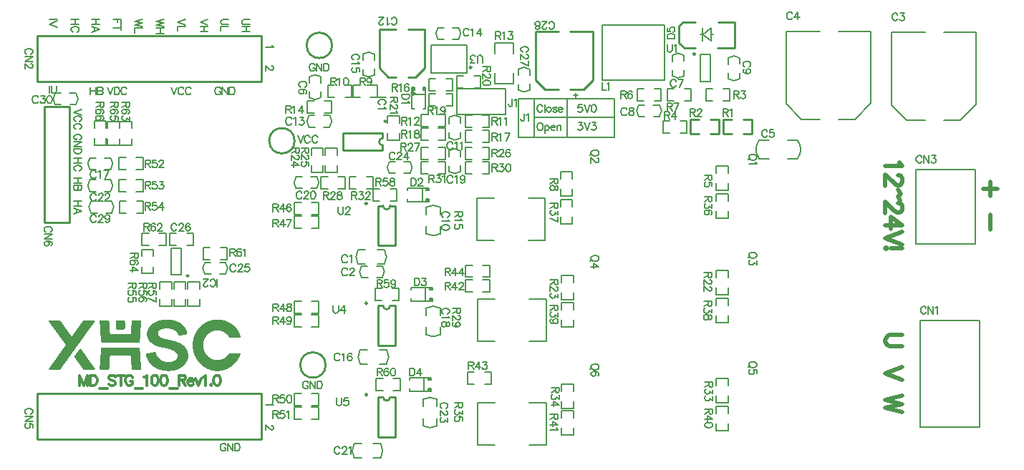
<source format=gto>
G04*
G04 #@! TF.GenerationSoftware,Altium Limited,Altium Designer,19.0.15 (446)*
G04*
G04 Layer_Color=65535*
%FSLAX24Y24*%
%MOIN*%
G70*
G01*
G75*
%ADD10C,0.0079*%
%ADD11C,0.0100*%
%ADD12C,0.0059*%
%ADD13C,0.0197*%
%ADD14C,0.0118*%
%ADD15R,0.0118X0.0118*%
%ADD16R,0.0118X0.0118*%
G36*
X5901Y6925D02*
X5914D01*
Y6921D01*
X5922D01*
Y6916D01*
X5926D01*
Y6912D01*
X5930D01*
Y6908D01*
X5935D01*
Y6904D01*
X5939D01*
Y6900D01*
X5943D01*
Y6895D01*
Y6891D01*
X5947D01*
Y6887D01*
Y6883D01*
X5951D01*
Y6879D01*
Y6874D01*
Y6870D01*
Y6866D01*
Y6862D01*
X5956D01*
Y6858D01*
Y6853D01*
Y6849D01*
Y6845D01*
Y6841D01*
Y6837D01*
Y6832D01*
Y6828D01*
Y6824D01*
Y6820D01*
Y6816D01*
Y6811D01*
Y6807D01*
Y6803D01*
Y6799D01*
Y6795D01*
Y6790D01*
Y6786D01*
Y6782D01*
Y6778D01*
Y6774D01*
Y6769D01*
Y6765D01*
Y6761D01*
Y6757D01*
Y6753D01*
Y6748D01*
Y6744D01*
Y6740D01*
Y6736D01*
Y6732D01*
Y6728D01*
Y6723D01*
Y6719D01*
Y6715D01*
Y6711D01*
Y6707D01*
Y6702D01*
Y6698D01*
Y6694D01*
Y6690D01*
Y6686D01*
Y6681D01*
Y6677D01*
Y6673D01*
Y6669D01*
Y6665D01*
Y6660D01*
Y6656D01*
Y6652D01*
Y6648D01*
Y6644D01*
Y6639D01*
Y6635D01*
Y6631D01*
Y6627D01*
Y6623D01*
Y6618D01*
Y6614D01*
Y6610D01*
Y6606D01*
Y6602D01*
Y6597D01*
Y6593D01*
Y6589D01*
Y6585D01*
Y6581D01*
Y6576D01*
Y6572D01*
Y6568D01*
X5951D01*
Y6564D01*
Y6560D01*
Y6555D01*
Y6551D01*
X5947D01*
Y6547D01*
Y6543D01*
Y6539D01*
X5943D01*
Y6534D01*
X5939D01*
Y6530D01*
Y6526D01*
X5935D01*
Y6522D01*
X5930D01*
Y6518D01*
X5922D01*
Y6513D01*
X5914D01*
Y6509D01*
X5905D01*
Y6505D01*
X5578D01*
Y6509D01*
X5565D01*
Y6513D01*
X5561D01*
Y6518D01*
X5553D01*
Y6522D01*
X5548D01*
Y6526D01*
X5544D01*
Y6530D01*
X5540D01*
Y6534D01*
Y6539D01*
X5536D01*
Y6543D01*
Y6547D01*
X5532D01*
Y6551D01*
Y6555D01*
Y6560D01*
Y6564D01*
X5527D01*
Y6568D01*
Y6572D01*
Y6576D01*
Y6581D01*
Y6585D01*
Y6589D01*
Y6593D01*
Y6597D01*
Y6602D01*
Y6606D01*
Y6610D01*
Y6614D01*
Y6618D01*
Y6623D01*
Y6627D01*
Y6631D01*
Y6635D01*
Y6639D01*
Y6644D01*
Y6648D01*
Y6652D01*
Y6656D01*
Y6660D01*
Y6665D01*
Y6669D01*
Y6673D01*
Y6677D01*
Y6681D01*
Y6686D01*
Y6690D01*
Y6694D01*
Y6698D01*
Y6702D01*
Y6707D01*
Y6711D01*
Y6715D01*
Y6719D01*
Y6723D01*
Y6728D01*
Y6732D01*
Y6736D01*
Y6740D01*
Y6744D01*
Y6748D01*
Y6753D01*
Y6757D01*
Y6761D01*
Y6765D01*
Y6769D01*
Y6774D01*
Y6778D01*
Y6782D01*
Y6786D01*
Y6790D01*
Y6795D01*
Y6799D01*
Y6803D01*
Y6807D01*
Y6811D01*
Y6816D01*
Y6820D01*
Y6824D01*
Y6828D01*
Y6832D01*
Y6837D01*
Y6841D01*
Y6845D01*
Y6849D01*
Y6853D01*
Y6858D01*
Y6862D01*
Y6866D01*
Y6870D01*
X5532D01*
Y6874D01*
Y6879D01*
Y6883D01*
Y6887D01*
X5536D01*
Y6891D01*
Y6895D01*
X5540D01*
Y6900D01*
X5544D01*
Y6904D01*
X5548D01*
Y6908D01*
X5553D01*
Y6912D01*
X5557D01*
Y6916D01*
X5561D01*
Y6921D01*
X5569D01*
Y6925D01*
X5582D01*
Y6929D01*
X5901D01*
Y6925D01*
D02*
G37*
G36*
X6678D02*
X6686D01*
Y6921D01*
X6695D01*
Y6916D01*
Y6912D01*
X6699D01*
Y6908D01*
X6703D01*
Y6904D01*
Y6900D01*
Y6895D01*
Y6891D01*
Y6887D01*
Y6883D01*
Y6879D01*
Y6874D01*
Y6870D01*
Y6866D01*
Y6862D01*
Y6858D01*
Y6853D01*
Y6849D01*
Y6845D01*
Y6841D01*
Y6837D01*
Y6832D01*
X6699D01*
Y6828D01*
Y6824D01*
Y6820D01*
Y6816D01*
Y6811D01*
Y6807D01*
Y6803D01*
Y6799D01*
Y6795D01*
Y6790D01*
Y6786D01*
Y6782D01*
Y6778D01*
Y6774D01*
Y6769D01*
X6695D01*
Y6765D01*
Y6761D01*
Y6757D01*
Y6753D01*
Y6748D01*
Y6744D01*
Y6740D01*
Y6736D01*
Y6732D01*
Y6728D01*
Y6723D01*
Y6719D01*
Y6715D01*
Y6711D01*
Y6707D01*
X6690D01*
Y6702D01*
Y6698D01*
Y6694D01*
Y6690D01*
Y6686D01*
Y6681D01*
Y6677D01*
Y6673D01*
Y6669D01*
Y6665D01*
Y6660D01*
Y6656D01*
Y6652D01*
Y6648D01*
Y6644D01*
X6686D01*
Y6639D01*
Y6635D01*
Y6631D01*
Y6627D01*
Y6623D01*
Y6618D01*
Y6614D01*
Y6610D01*
Y6606D01*
Y6602D01*
Y6597D01*
Y6593D01*
Y6589D01*
Y6585D01*
Y6581D01*
X6682D01*
Y6576D01*
Y6572D01*
Y6568D01*
Y6564D01*
Y6560D01*
Y6555D01*
Y6551D01*
Y6547D01*
Y6543D01*
Y6539D01*
Y6534D01*
Y6530D01*
Y6526D01*
Y6522D01*
Y6518D01*
X6678D01*
Y6513D01*
Y6509D01*
Y6505D01*
Y6501D01*
Y6497D01*
Y6492D01*
Y6488D01*
Y6484D01*
Y6480D01*
Y6476D01*
Y6471D01*
Y6467D01*
Y6463D01*
Y6459D01*
Y6455D01*
X6674D01*
Y6450D01*
Y6446D01*
Y6442D01*
Y6438D01*
Y6434D01*
Y6429D01*
Y6425D01*
Y6421D01*
Y6417D01*
Y6413D01*
Y6408D01*
Y6404D01*
Y6400D01*
Y6396D01*
Y6392D01*
Y6387D01*
X6669D01*
Y6383D01*
Y6379D01*
Y6375D01*
Y6371D01*
Y6366D01*
Y6362D01*
Y6358D01*
Y6354D01*
Y6350D01*
Y6345D01*
Y6341D01*
Y6337D01*
Y6333D01*
Y6329D01*
Y6324D01*
X6665D01*
Y6320D01*
Y6316D01*
Y6312D01*
Y6308D01*
Y6303D01*
Y6299D01*
Y6295D01*
Y6291D01*
Y6287D01*
Y6282D01*
Y6278D01*
Y6274D01*
Y6270D01*
Y6266D01*
Y6261D01*
X6661D01*
Y6257D01*
Y6253D01*
Y6249D01*
Y6245D01*
Y6240D01*
Y6236D01*
Y6232D01*
Y6228D01*
Y6224D01*
Y6219D01*
Y6215D01*
Y6211D01*
Y6207D01*
Y6203D01*
Y6198D01*
X6657D01*
Y6194D01*
Y6190D01*
Y6186D01*
Y6182D01*
Y6177D01*
Y6173D01*
Y6169D01*
Y6165D01*
Y6161D01*
Y6156D01*
Y6152D01*
Y6148D01*
Y6144D01*
Y6140D01*
Y6136D01*
X6653D01*
Y6131D01*
Y6127D01*
Y6123D01*
Y6119D01*
Y6115D01*
Y6110D01*
Y6106D01*
Y6102D01*
Y6098D01*
Y6094D01*
Y6089D01*
Y6085D01*
Y6081D01*
Y6077D01*
Y6073D01*
X6648D01*
Y6068D01*
Y6064D01*
Y6060D01*
Y6056D01*
Y6052D01*
Y6047D01*
Y6043D01*
Y6039D01*
Y6035D01*
Y6031D01*
Y6026D01*
Y6022D01*
Y6018D01*
Y6014D01*
Y6010D01*
X6644D01*
Y6005D01*
Y6001D01*
Y5997D01*
Y5993D01*
Y5989D01*
Y5984D01*
Y5980D01*
Y5976D01*
Y5972D01*
Y5968D01*
Y5963D01*
Y5959D01*
Y5955D01*
Y5951D01*
Y5947D01*
X6640D01*
Y5942D01*
Y5938D01*
Y5934D01*
Y5930D01*
Y5926D01*
Y5921D01*
X6636D01*
Y5917D01*
X6632D01*
Y5913D01*
X6627D01*
Y5909D01*
X6623D01*
Y5905D01*
X6615D01*
Y5900D01*
X4868D01*
Y5905D01*
X4856D01*
Y5909D01*
X4851D01*
Y5913D01*
X4847D01*
Y5917D01*
Y5921D01*
X4843D01*
Y5926D01*
Y5930D01*
X4839D01*
Y5934D01*
Y5938D01*
Y5942D01*
Y5947D01*
Y5951D01*
Y5955D01*
Y5959D01*
Y5963D01*
Y5968D01*
Y5972D01*
Y5976D01*
Y5980D01*
Y5984D01*
X4835D01*
Y5989D01*
Y5993D01*
Y5997D01*
Y6001D01*
Y6005D01*
Y6010D01*
Y6014D01*
Y6018D01*
Y6022D01*
Y6026D01*
Y6031D01*
Y6035D01*
Y6039D01*
Y6043D01*
Y6047D01*
X4830D01*
Y6052D01*
Y6056D01*
Y6060D01*
Y6064D01*
Y6068D01*
Y6073D01*
Y6077D01*
Y6081D01*
Y6085D01*
Y6089D01*
Y6094D01*
Y6098D01*
Y6102D01*
Y6106D01*
Y6110D01*
X4826D01*
Y6115D01*
Y6119D01*
Y6123D01*
Y6127D01*
Y6131D01*
Y6136D01*
Y6140D01*
Y6144D01*
Y6148D01*
Y6152D01*
Y6156D01*
Y6161D01*
Y6165D01*
Y6169D01*
Y6173D01*
X4822D01*
Y6177D01*
Y6182D01*
Y6186D01*
Y6190D01*
Y6194D01*
Y6198D01*
Y6203D01*
Y6207D01*
Y6211D01*
Y6215D01*
Y6219D01*
Y6224D01*
Y6228D01*
Y6232D01*
Y6236D01*
Y6240D01*
X4818D01*
Y6245D01*
Y6249D01*
Y6253D01*
Y6257D01*
Y6261D01*
Y6266D01*
Y6270D01*
Y6274D01*
Y6278D01*
Y6282D01*
Y6287D01*
Y6291D01*
Y6295D01*
Y6299D01*
Y6303D01*
X4814D01*
Y6308D01*
Y6312D01*
Y6316D01*
Y6320D01*
Y6324D01*
Y6329D01*
Y6333D01*
Y6337D01*
Y6341D01*
Y6345D01*
Y6350D01*
Y6354D01*
Y6358D01*
Y6362D01*
Y6366D01*
X4809D01*
Y6371D01*
Y6375D01*
Y6379D01*
Y6383D01*
Y6387D01*
Y6392D01*
Y6396D01*
Y6400D01*
Y6404D01*
Y6408D01*
Y6413D01*
Y6417D01*
Y6421D01*
Y6425D01*
Y6429D01*
X4805D01*
Y6434D01*
Y6438D01*
Y6442D01*
Y6446D01*
Y6450D01*
Y6455D01*
Y6459D01*
Y6463D01*
Y6467D01*
Y6471D01*
Y6476D01*
Y6480D01*
Y6484D01*
Y6488D01*
Y6492D01*
X4801D01*
Y6497D01*
Y6501D01*
Y6505D01*
Y6509D01*
Y6513D01*
Y6518D01*
Y6522D01*
Y6526D01*
Y6530D01*
Y6534D01*
Y6539D01*
Y6543D01*
Y6547D01*
Y6551D01*
Y6555D01*
X4797D01*
Y6560D01*
Y6564D01*
Y6568D01*
Y6572D01*
Y6576D01*
Y6581D01*
Y6585D01*
Y6589D01*
Y6593D01*
Y6597D01*
Y6602D01*
Y6606D01*
Y6610D01*
Y6614D01*
Y6618D01*
X4793D01*
Y6623D01*
Y6627D01*
Y6631D01*
Y6635D01*
Y6639D01*
Y6644D01*
Y6648D01*
Y6652D01*
Y6656D01*
Y6660D01*
Y6665D01*
Y6669D01*
Y6673D01*
Y6677D01*
Y6681D01*
X4788D01*
Y6686D01*
Y6690D01*
Y6694D01*
Y6698D01*
Y6702D01*
Y6707D01*
Y6711D01*
Y6715D01*
Y6719D01*
Y6723D01*
Y6728D01*
Y6732D01*
Y6736D01*
Y6740D01*
Y6744D01*
Y6748D01*
X4784D01*
Y6753D01*
Y6757D01*
Y6761D01*
Y6765D01*
Y6769D01*
Y6774D01*
Y6778D01*
Y6782D01*
Y6786D01*
Y6790D01*
Y6795D01*
Y6799D01*
Y6803D01*
Y6807D01*
Y6811D01*
X4780D01*
Y6816D01*
Y6820D01*
Y6824D01*
Y6828D01*
Y6832D01*
Y6837D01*
Y6841D01*
Y6845D01*
Y6849D01*
Y6853D01*
Y6858D01*
Y6862D01*
Y6866D01*
Y6870D01*
Y6874D01*
X4776D01*
Y6879D01*
Y6883D01*
Y6887D01*
Y6891D01*
Y6895D01*
Y6900D01*
X4780D01*
Y6904D01*
Y6908D01*
X4784D01*
Y6912D01*
Y6916D01*
X4788D01*
Y6921D01*
X4793D01*
Y6925D01*
X4805D01*
Y6929D01*
X5191D01*
Y6925D01*
X5200D01*
Y6921D01*
X5204D01*
Y6916D01*
X5208D01*
Y6912D01*
X5212D01*
Y6908D01*
Y6904D01*
X5217D01*
Y6900D01*
Y6895D01*
Y6891D01*
Y6887D01*
Y6883D01*
Y6879D01*
Y6874D01*
Y6870D01*
Y6866D01*
Y6862D01*
X5221D01*
Y6858D01*
Y6853D01*
Y6849D01*
Y6845D01*
Y6841D01*
Y6837D01*
Y6832D01*
Y6828D01*
Y6824D01*
Y6820D01*
Y6816D01*
Y6811D01*
Y6807D01*
Y6803D01*
Y6799D01*
X5225D01*
Y6795D01*
Y6790D01*
Y6786D01*
Y6782D01*
Y6778D01*
Y6774D01*
Y6769D01*
Y6765D01*
Y6761D01*
Y6757D01*
Y6753D01*
Y6748D01*
Y6744D01*
Y6740D01*
Y6736D01*
X5229D01*
Y6732D01*
Y6728D01*
Y6723D01*
Y6719D01*
Y6715D01*
Y6711D01*
Y6707D01*
Y6702D01*
Y6698D01*
Y6694D01*
Y6690D01*
Y6686D01*
Y6681D01*
Y6677D01*
Y6673D01*
X5233D01*
Y6669D01*
Y6665D01*
Y6660D01*
Y6656D01*
Y6652D01*
Y6648D01*
Y6644D01*
Y6639D01*
Y6635D01*
Y6631D01*
Y6627D01*
Y6623D01*
Y6618D01*
Y6614D01*
Y6610D01*
Y6606D01*
X5238D01*
Y6602D01*
Y6597D01*
Y6593D01*
Y6589D01*
Y6585D01*
Y6581D01*
Y6576D01*
Y6572D01*
Y6568D01*
Y6564D01*
Y6560D01*
Y6555D01*
Y6551D01*
Y6547D01*
Y6543D01*
X5242D01*
Y6539D01*
Y6534D01*
Y6530D01*
Y6526D01*
Y6522D01*
Y6518D01*
Y6513D01*
Y6509D01*
Y6505D01*
Y6501D01*
Y6497D01*
Y6492D01*
Y6488D01*
Y6484D01*
Y6480D01*
X5246D01*
Y6476D01*
Y6471D01*
Y6467D01*
Y6463D01*
Y6459D01*
Y6455D01*
Y6450D01*
Y6446D01*
Y6442D01*
Y6438D01*
Y6434D01*
Y6429D01*
Y6425D01*
Y6421D01*
Y6417D01*
X5250D01*
Y6413D01*
Y6408D01*
Y6404D01*
Y6400D01*
Y6396D01*
Y6392D01*
Y6387D01*
Y6383D01*
Y6379D01*
Y6375D01*
Y6371D01*
Y6366D01*
Y6362D01*
Y6358D01*
Y6354D01*
X5254D01*
Y6350D01*
Y6345D01*
Y6341D01*
Y6337D01*
Y6333D01*
Y6329D01*
Y6324D01*
Y6320D01*
Y6316D01*
Y6312D01*
X5259D01*
Y6308D01*
Y6303D01*
X5263D01*
Y6299D01*
X5267D01*
Y6295D01*
X5271D01*
Y6291D01*
X5280D01*
Y6287D01*
X6203D01*
Y6291D01*
X6212D01*
Y6295D01*
X6216D01*
Y6299D01*
X6220D01*
Y6303D01*
Y6308D01*
X6224D01*
Y6312D01*
Y6316D01*
X6229D01*
Y6320D01*
Y6324D01*
Y6329D01*
Y6333D01*
Y6337D01*
Y6341D01*
Y6345D01*
Y6350D01*
Y6354D01*
Y6358D01*
Y6362D01*
Y6366D01*
Y6371D01*
Y6375D01*
Y6379D01*
X6233D01*
Y6383D01*
Y6387D01*
Y6392D01*
Y6396D01*
Y6400D01*
Y6404D01*
Y6408D01*
Y6413D01*
Y6417D01*
Y6421D01*
Y6425D01*
Y6429D01*
Y6434D01*
Y6438D01*
Y6442D01*
X6237D01*
Y6446D01*
Y6450D01*
Y6455D01*
Y6459D01*
Y6463D01*
Y6467D01*
Y6471D01*
Y6476D01*
Y6480D01*
Y6484D01*
Y6488D01*
Y6492D01*
Y6497D01*
Y6501D01*
Y6505D01*
X6241D01*
Y6509D01*
Y6513D01*
Y6518D01*
Y6522D01*
Y6526D01*
Y6530D01*
Y6534D01*
Y6539D01*
Y6543D01*
Y6547D01*
Y6551D01*
Y6555D01*
Y6560D01*
Y6564D01*
Y6568D01*
X6245D01*
Y6572D01*
Y6576D01*
Y6581D01*
Y6585D01*
Y6589D01*
Y6593D01*
Y6597D01*
Y6602D01*
Y6606D01*
Y6610D01*
Y6614D01*
Y6618D01*
Y6623D01*
Y6627D01*
Y6631D01*
X6250D01*
Y6635D01*
Y6639D01*
Y6644D01*
Y6648D01*
Y6652D01*
Y6656D01*
Y6660D01*
Y6665D01*
Y6669D01*
Y6673D01*
Y6677D01*
Y6681D01*
Y6686D01*
Y6690D01*
Y6694D01*
X6254D01*
Y6698D01*
Y6702D01*
Y6707D01*
Y6711D01*
Y6715D01*
Y6719D01*
Y6723D01*
Y6728D01*
Y6732D01*
Y6736D01*
Y6740D01*
Y6744D01*
Y6748D01*
Y6753D01*
Y6757D01*
X6258D01*
Y6761D01*
Y6765D01*
Y6769D01*
Y6774D01*
Y6778D01*
Y6782D01*
Y6786D01*
Y6790D01*
Y6795D01*
Y6799D01*
Y6803D01*
Y6807D01*
Y6811D01*
Y6816D01*
Y6820D01*
X6262D01*
Y6824D01*
Y6828D01*
Y6832D01*
Y6837D01*
Y6841D01*
Y6845D01*
Y6849D01*
Y6853D01*
Y6858D01*
Y6862D01*
Y6866D01*
Y6870D01*
Y6874D01*
Y6879D01*
Y6883D01*
Y6887D01*
X6266D01*
Y6891D01*
Y6895D01*
Y6900D01*
Y6904D01*
Y6908D01*
X6271D01*
Y6912D01*
X6275D01*
Y6916D01*
Y6921D01*
X6283D01*
Y6925D01*
X6292D01*
Y6929D01*
X6678D01*
Y6925D01*
D02*
G37*
G36*
X7946Y6963D02*
X8009D01*
Y6958D01*
X8051D01*
Y6954D01*
X8080D01*
Y6950D01*
X8109D01*
Y6946D01*
X8135D01*
Y6942D01*
X8156D01*
Y6937D01*
X8177D01*
Y6933D01*
X8193D01*
Y6929D01*
X8214D01*
Y6925D01*
X8231D01*
Y6921D01*
X8248D01*
Y6916D01*
X8261D01*
Y6912D01*
X8277D01*
Y6908D01*
X8290D01*
Y6904D01*
X8307D01*
Y6900D01*
X8319D01*
Y6895D01*
X8332D01*
Y6891D01*
X8345D01*
Y6887D01*
X8357D01*
Y6883D01*
X8370D01*
Y6879D01*
X8378D01*
Y6874D01*
X8391D01*
Y6870D01*
X8403D01*
Y6866D01*
X8412D01*
Y6862D01*
X8424D01*
Y6858D01*
X8433D01*
Y6853D01*
X8441D01*
Y6849D01*
X8454D01*
Y6845D01*
X8462D01*
Y6841D01*
X8471D01*
Y6837D01*
X8479D01*
Y6832D01*
X8487D01*
Y6828D01*
X8496D01*
Y6824D01*
X8500D01*
Y6820D01*
X8508D01*
Y6816D01*
X8513D01*
Y6811D01*
X8521D01*
Y6807D01*
X8529D01*
Y6803D01*
X8534D01*
Y6799D01*
X8542D01*
Y6795D01*
X8546D01*
Y6790D01*
X8555D01*
Y6786D01*
X8559D01*
Y6782D01*
X8563D01*
Y6778D01*
X8571D01*
Y6774D01*
X8576D01*
Y6769D01*
X8580D01*
Y6765D01*
X8588D01*
Y6761D01*
X8592D01*
Y6757D01*
X8597D01*
Y6753D01*
X8601D01*
Y6748D01*
X8609D01*
Y6744D01*
X8613D01*
Y6740D01*
X8618D01*
Y6736D01*
X8622D01*
Y6732D01*
X8626D01*
Y6728D01*
X8630D01*
Y6723D01*
X8634D01*
Y6719D01*
X8643D01*
Y6715D01*
X8647D01*
Y6711D01*
X8651D01*
Y6707D01*
X8655D01*
Y6702D01*
X8660D01*
Y6698D01*
X8664D01*
Y6694D01*
X8668D01*
Y6690D01*
X8672D01*
Y6686D01*
X8676D01*
Y6681D01*
X8681D01*
Y6677D01*
Y6673D01*
X8685D01*
Y6669D01*
X8689D01*
Y6665D01*
X8693D01*
Y6660D01*
X8697D01*
Y6656D01*
X8702D01*
Y6652D01*
X8706D01*
Y6648D01*
X8710D01*
Y6644D01*
Y6639D01*
X8714D01*
Y6635D01*
X8718D01*
Y6631D01*
X8723D01*
Y6627D01*
X8727D01*
Y6623D01*
Y6618D01*
X8731D01*
Y6614D01*
X8735D01*
Y6610D01*
Y6606D01*
X8739D01*
Y6602D01*
X8743D01*
Y6597D01*
X8748D01*
Y6593D01*
Y6589D01*
X8752D01*
Y6585D01*
X8756D01*
Y6581D01*
Y6576D01*
X8760D01*
Y6572D01*
Y6568D01*
X8764D01*
Y6564D01*
X8769D01*
Y6560D01*
Y6555D01*
X8773D01*
Y6551D01*
Y6547D01*
X8777D01*
Y6543D01*
X8781D01*
Y6539D01*
Y6534D01*
X8785D01*
Y6530D01*
Y6526D01*
X8790D01*
Y6522D01*
Y6518D01*
X8794D01*
Y6513D01*
Y6509D01*
X8798D01*
Y6505D01*
Y6501D01*
X8802D01*
Y6497D01*
Y6492D01*
X8806D01*
Y6488D01*
Y6484D01*
X8811D01*
Y6480D01*
Y6476D01*
Y6471D01*
X8815D01*
Y6467D01*
Y6463D01*
X8819D01*
Y6459D01*
Y6455D01*
Y6450D01*
X8823D01*
Y6446D01*
Y6442D01*
X8827D01*
Y6438D01*
Y6434D01*
Y6429D01*
X8832D01*
Y6425D01*
Y6421D01*
Y6417D01*
X8836D01*
Y6413D01*
Y6408D01*
Y6404D01*
X8840D01*
Y6400D01*
Y6396D01*
Y6392D01*
Y6387D01*
X8844D01*
Y6383D01*
Y6379D01*
Y6375D01*
X8848D01*
Y6371D01*
Y6366D01*
Y6362D01*
Y6358D01*
X8853D01*
Y6354D01*
Y6350D01*
Y6345D01*
Y6341D01*
Y6337D01*
Y6333D01*
Y6329D01*
Y6324D01*
Y6320D01*
Y6316D01*
Y6312D01*
Y6308D01*
X8848D01*
Y6303D01*
Y6299D01*
Y6295D01*
X8844D01*
Y6291D01*
X8840D01*
Y6287D01*
X8836D01*
Y6282D01*
X8827D01*
Y6278D01*
X8806D01*
Y6274D01*
X8785D01*
Y6270D01*
X8764D01*
Y6266D01*
X8739D01*
Y6261D01*
X8718D01*
Y6257D01*
X8693D01*
Y6253D01*
X8672D01*
Y6249D01*
X8647D01*
Y6245D01*
X8626D01*
Y6240D01*
X8601D01*
Y6236D01*
X8580D01*
Y6232D01*
X8559D01*
Y6228D01*
X8534D01*
Y6224D01*
X8513D01*
Y6219D01*
X8492D01*
Y6224D01*
X8475D01*
Y6228D01*
X8466D01*
Y6232D01*
X8462D01*
Y6236D01*
X8454D01*
Y6240D01*
X8450D01*
Y6245D01*
X8445D01*
Y6249D01*
X8441D01*
Y6253D01*
Y6257D01*
X8437D01*
Y6261D01*
X8433D01*
Y6266D01*
Y6270D01*
X8429D01*
Y6274D01*
Y6278D01*
X8424D01*
Y6282D01*
X8420D01*
Y6287D01*
Y6291D01*
X8416D01*
Y6295D01*
Y6299D01*
X8412D01*
Y6303D01*
Y6308D01*
X8408D01*
Y6312D01*
X8403D01*
Y6316D01*
Y6320D01*
X8399D01*
Y6324D01*
X8395D01*
Y6329D01*
Y6333D01*
X8391D01*
Y6337D01*
X8387D01*
Y6341D01*
Y6345D01*
X8382D01*
Y6350D01*
X8378D01*
Y6354D01*
X8374D01*
Y6358D01*
X8370D01*
Y6362D01*
Y6366D01*
X8366D01*
Y6371D01*
X8361D01*
Y6375D01*
X8357D01*
Y6379D01*
X8353D01*
Y6383D01*
X8349D01*
Y6387D01*
X8345D01*
Y6392D01*
X8340D01*
Y6396D01*
X8336D01*
Y6400D01*
X8332D01*
Y6404D01*
X8328D01*
Y6408D01*
X8324D01*
Y6413D01*
X8319D01*
Y6417D01*
X8315D01*
Y6421D01*
X8311D01*
Y6425D01*
X8307D01*
Y6429D01*
X8298D01*
Y6434D01*
X8294D01*
Y6438D01*
X8290D01*
Y6442D01*
X8282D01*
Y6446D01*
X8277D01*
Y6450D01*
X8273D01*
Y6455D01*
X8265D01*
Y6459D01*
X8261D01*
Y6463D01*
X8252D01*
Y6467D01*
X8244D01*
Y6471D01*
X8240D01*
Y6476D01*
X8231D01*
Y6480D01*
X8223D01*
Y6484D01*
X8214D01*
Y6488D01*
X8206D01*
Y6492D01*
X8198D01*
Y6497D01*
X8189D01*
Y6501D01*
X8181D01*
Y6505D01*
X8168D01*
Y6509D01*
X8160D01*
Y6513D01*
X8147D01*
Y6518D01*
X8135D01*
Y6522D01*
X8122D01*
Y6526D01*
X8105D01*
Y6530D01*
X8089D01*
Y6534D01*
X8072D01*
Y6539D01*
X8051D01*
Y6543D01*
X8021D01*
Y6547D01*
X7979D01*
Y6551D01*
X7853D01*
Y6547D01*
X7807D01*
Y6543D01*
X7774D01*
Y6539D01*
X7748D01*
Y6534D01*
X7727D01*
Y6530D01*
X7711D01*
Y6526D01*
X7694D01*
Y6522D01*
X7677D01*
Y6518D01*
X7664D01*
Y6513D01*
X7656D01*
Y6509D01*
X7643D01*
Y6505D01*
X7635D01*
Y6501D01*
X7627D01*
Y6497D01*
X7614D01*
Y6492D01*
X7610D01*
Y6488D01*
X7601D01*
Y6484D01*
X7593D01*
Y6480D01*
X7585D01*
Y6476D01*
X7580D01*
Y6471D01*
X7572D01*
Y6467D01*
X7568D01*
Y6463D01*
X7564D01*
Y6459D01*
X7559D01*
Y6455D01*
X7551D01*
Y6450D01*
X7547D01*
Y6446D01*
X7543D01*
Y6442D01*
X7538D01*
Y6438D01*
X7534D01*
Y6434D01*
X7530D01*
Y6429D01*
Y6425D01*
X7526D01*
Y6421D01*
X7522D01*
Y6417D01*
X7517D01*
Y6413D01*
Y6408D01*
X7513D01*
Y6404D01*
Y6400D01*
X7509D01*
Y6396D01*
X7505D01*
Y6392D01*
Y6387D01*
X7501D01*
Y6383D01*
Y6379D01*
Y6375D01*
X7497D01*
Y6371D01*
Y6366D01*
X7492D01*
Y6362D01*
Y6358D01*
Y6354D01*
Y6350D01*
X7488D01*
Y6345D01*
Y6341D01*
Y6337D01*
Y6333D01*
Y6329D01*
Y6324D01*
Y6320D01*
Y6316D01*
Y6312D01*
Y6308D01*
Y6303D01*
Y6299D01*
Y6295D01*
Y6291D01*
Y6287D01*
Y6282D01*
Y6278D01*
Y6274D01*
Y6270D01*
Y6266D01*
X7492D01*
Y6261D01*
Y6257D01*
Y6253D01*
X7497D01*
Y6249D01*
Y6245D01*
X7501D01*
Y6240D01*
Y6236D01*
X7505D01*
Y6232D01*
Y6228D01*
X7509D01*
Y6224D01*
Y6219D01*
X7513D01*
Y6215D01*
X7517D01*
Y6211D01*
X7522D01*
Y6207D01*
X7526D01*
Y6203D01*
X7530D01*
Y6198D01*
X7534D01*
Y6194D01*
X7538D01*
Y6190D01*
X7543D01*
Y6186D01*
X7547D01*
Y6182D01*
X7551D01*
Y6177D01*
X7555D01*
Y6173D01*
X7564D01*
Y6169D01*
X7568D01*
Y6165D01*
X7576D01*
Y6161D01*
X7580D01*
Y6156D01*
X7589D01*
Y6152D01*
X7593D01*
Y6148D01*
X7601D01*
Y6144D01*
X7610D01*
Y6140D01*
X7618D01*
Y6136D01*
X7627D01*
Y6131D01*
X7635D01*
Y6127D01*
X7643D01*
Y6123D01*
X7652D01*
Y6119D01*
X7660D01*
Y6115D01*
X7673D01*
Y6110D01*
X7681D01*
Y6106D01*
X7694D01*
Y6102D01*
X7702D01*
Y6098D01*
X7715D01*
Y6094D01*
X7727D01*
Y6089D01*
X7740D01*
Y6085D01*
X7753D01*
Y6081D01*
X7765D01*
Y6077D01*
X7782D01*
Y6073D01*
X7795D01*
Y6068D01*
X7811D01*
Y6064D01*
X7828D01*
Y6060D01*
X7845D01*
Y6056D01*
X7862D01*
Y6052D01*
X7883D01*
Y6047D01*
X7904D01*
Y6043D01*
X7925D01*
Y6039D01*
X7950D01*
Y6035D01*
X7967D01*
Y6031D01*
X7988D01*
Y6026D01*
X8005D01*
Y6022D01*
X8026D01*
Y6018D01*
X8042D01*
Y6014D01*
X8063D01*
Y6010D01*
X8080D01*
Y6005D01*
X8097D01*
Y6001D01*
X8114D01*
Y5997D01*
X8130D01*
Y5993D01*
X8147D01*
Y5989D01*
X8164D01*
Y5984D01*
X8181D01*
Y5980D01*
X8193D01*
Y5976D01*
X8210D01*
Y5972D01*
X8227D01*
Y5968D01*
X8240D01*
Y5963D01*
X8256D01*
Y5959D01*
X8269D01*
Y5955D01*
X8282D01*
Y5951D01*
X8294D01*
Y5947D01*
X8311D01*
Y5942D01*
X8324D01*
Y5938D01*
X8336D01*
Y5934D01*
X8349D01*
Y5930D01*
X8361D01*
Y5926D01*
X8370D01*
Y5921D01*
X8382D01*
Y5917D01*
X8395D01*
Y5913D01*
X8403D01*
Y5909D01*
X8416D01*
Y5905D01*
X8424D01*
Y5900D01*
X8433D01*
Y5896D01*
X8441D01*
Y5892D01*
X8454D01*
Y5888D01*
X8462D01*
Y5884D01*
X8475D01*
Y5879D01*
X8483D01*
Y5875D01*
X8492D01*
Y5871D01*
X8500D01*
Y5867D01*
X8508D01*
Y5863D01*
X8517D01*
Y5858D01*
X8525D01*
Y5854D01*
X8534D01*
Y5850D01*
X8542D01*
Y5846D01*
X8546D01*
Y5842D01*
X8555D01*
Y5837D01*
X8563D01*
Y5833D01*
X8571D01*
Y5829D01*
X8576D01*
Y5825D01*
X8584D01*
Y5821D01*
X8588D01*
Y5816D01*
X8597D01*
Y5812D01*
X8601D01*
Y5808D01*
X8609D01*
Y5804D01*
X8613D01*
Y5800D01*
X8622D01*
Y5795D01*
X8626D01*
Y5791D01*
X8630D01*
Y5787D01*
X8639D01*
Y5783D01*
X8643D01*
Y5779D01*
X8647D01*
Y5774D01*
X8655D01*
Y5770D01*
X8660D01*
Y5766D01*
X8664D01*
Y5762D01*
X8668D01*
Y5758D01*
X8672D01*
Y5753D01*
X8676D01*
Y5749D01*
X8685D01*
Y5745D01*
X8689D01*
Y5741D01*
X8693D01*
Y5737D01*
X8697D01*
Y5732D01*
X8702D01*
Y5728D01*
X8706D01*
Y5724D01*
X8710D01*
Y5720D01*
X8714D01*
Y5716D01*
X8718D01*
Y5711D01*
X8723D01*
Y5707D01*
X8727D01*
Y5703D01*
X8731D01*
Y5699D01*
X8735D01*
Y5695D01*
Y5690D01*
X8739D01*
Y5686D01*
X8743D01*
Y5682D01*
X8748D01*
Y5678D01*
X8752D01*
Y5674D01*
X8756D01*
Y5669D01*
Y5665D01*
X8760D01*
Y5661D01*
X8764D01*
Y5657D01*
X8769D01*
Y5653D01*
X8773D01*
Y5648D01*
Y5644D01*
X8777D01*
Y5640D01*
X8781D01*
Y5636D01*
Y5632D01*
X8785D01*
Y5627D01*
X8790D01*
Y5623D01*
Y5619D01*
X8794D01*
Y5615D01*
X8798D01*
Y5611D01*
Y5606D01*
X8802D01*
Y5602D01*
X8806D01*
Y5598D01*
Y5594D01*
X8811D01*
Y5590D01*
Y5585D01*
X8815D01*
Y5581D01*
X8819D01*
Y5577D01*
Y5573D01*
X8823D01*
Y5569D01*
Y5565D01*
X8827D01*
Y5560D01*
Y5556D01*
X8832D01*
Y5552D01*
Y5548D01*
X8836D01*
Y5544D01*
Y5539D01*
X8840D01*
Y5535D01*
Y5531D01*
X8844D01*
Y5527D01*
Y5523D01*
Y5518D01*
X8848D01*
Y5514D01*
Y5510D01*
X8853D01*
Y5506D01*
Y5502D01*
Y5497D01*
X8857D01*
Y5493D01*
Y5489D01*
X8861D01*
Y5485D01*
Y5481D01*
Y5476D01*
X8865D01*
Y5472D01*
Y5468D01*
Y5464D01*
X8869D01*
Y5460D01*
Y5455D01*
Y5451D01*
X8874D01*
Y5447D01*
Y5443D01*
Y5439D01*
Y5434D01*
X8878D01*
Y5430D01*
Y5426D01*
Y5422D01*
Y5418D01*
X8882D01*
Y5413D01*
Y5409D01*
Y5405D01*
Y5401D01*
X8886D01*
Y5397D01*
Y5392D01*
Y5388D01*
Y5384D01*
Y5380D01*
X8890D01*
Y5376D01*
Y5371D01*
Y5367D01*
Y5363D01*
Y5359D01*
Y5355D01*
X8895D01*
Y5350D01*
Y5346D01*
Y5342D01*
Y5338D01*
Y5334D01*
Y5329D01*
Y5325D01*
Y5321D01*
Y5317D01*
Y5313D01*
Y5308D01*
X8899D01*
Y5304D01*
Y5300D01*
Y5296D01*
Y5292D01*
Y5287D01*
Y5283D01*
Y5279D01*
Y5275D01*
Y5271D01*
Y5266D01*
Y5262D01*
X8895D01*
Y5258D01*
Y5254D01*
Y5250D01*
Y5245D01*
Y5241D01*
Y5237D01*
Y5233D01*
Y5229D01*
Y5224D01*
Y5220D01*
Y5216D01*
Y5212D01*
X8890D01*
Y5208D01*
Y5203D01*
Y5199D01*
Y5195D01*
Y5191D01*
Y5187D01*
X8886D01*
Y5182D01*
Y5178D01*
Y5174D01*
Y5170D01*
Y5166D01*
X8882D01*
Y5161D01*
Y5157D01*
Y5153D01*
Y5149D01*
Y5145D01*
X8878D01*
Y5140D01*
Y5136D01*
Y5132D01*
X8874D01*
Y5128D01*
Y5124D01*
Y5119D01*
Y5115D01*
X8869D01*
Y5111D01*
Y5107D01*
Y5103D01*
X8865D01*
Y5098D01*
Y5094D01*
Y5090D01*
X8861D01*
Y5086D01*
Y5082D01*
Y5077D01*
X8857D01*
Y5073D01*
Y5069D01*
X8853D01*
Y5065D01*
Y5061D01*
Y5056D01*
X8848D01*
Y5052D01*
Y5048D01*
X8844D01*
Y5044D01*
Y5040D01*
X8840D01*
Y5035D01*
Y5031D01*
X8836D01*
Y5027D01*
Y5023D01*
X8832D01*
Y5019D01*
Y5014D01*
X8827D01*
Y5010D01*
Y5006D01*
X8823D01*
Y5002D01*
Y4998D01*
X8819D01*
Y4993D01*
Y4989D01*
X8815D01*
Y4985D01*
Y4981D01*
X8811D01*
Y4977D01*
X8806D01*
Y4972D01*
Y4968D01*
X8802D01*
Y4964D01*
Y4960D01*
X8798D01*
Y4956D01*
X8794D01*
Y4951D01*
Y4947D01*
X8790D01*
Y4943D01*
X8785D01*
Y4939D01*
Y4935D01*
X8781D01*
Y4931D01*
X8777D01*
Y4926D01*
X8773D01*
Y4922D01*
Y4918D01*
X8769D01*
Y4914D01*
X8764D01*
Y4910D01*
X8760D01*
Y4905D01*
Y4901D01*
X8756D01*
Y4897D01*
X8752D01*
Y4893D01*
X8748D01*
Y4889D01*
X8743D01*
Y4884D01*
Y4880D01*
X8739D01*
Y4876D01*
X8735D01*
Y4872D01*
X8731D01*
Y4868D01*
X8727D01*
Y4863D01*
X8723D01*
Y4859D01*
X8718D01*
Y4855D01*
X8714D01*
Y4851D01*
X8710D01*
Y4847D01*
X8706D01*
Y4842D01*
X8702D01*
Y4838D01*
X8697D01*
Y4834D01*
X8693D01*
Y4830D01*
X8689D01*
Y4826D01*
X8685D01*
Y4821D01*
X8681D01*
Y4817D01*
X8676D01*
Y4813D01*
X8672D01*
Y4809D01*
X8668D01*
Y4805D01*
X8664D01*
Y4800D01*
X8660D01*
Y4796D01*
X8655D01*
Y4792D01*
X8651D01*
Y4788D01*
X8643D01*
Y4784D01*
X8639D01*
Y4779D01*
X8634D01*
Y4775D01*
X8630D01*
Y4771D01*
X8622D01*
Y4767D01*
X8618D01*
Y4763D01*
X8613D01*
Y4758D01*
X8605D01*
Y4754D01*
X8601D01*
Y4750D01*
X8597D01*
Y4746D01*
X8588D01*
Y4742D01*
X8580D01*
Y4737D01*
X8576D01*
Y4733D01*
X8567D01*
Y4729D01*
X8563D01*
Y4725D01*
X8555D01*
Y4721D01*
X8550D01*
Y4716D01*
X8542D01*
Y4712D01*
X8534D01*
Y4708D01*
X8525D01*
Y4704D01*
X8521D01*
Y4700D01*
X8513D01*
Y4695D01*
X8504D01*
Y4691D01*
X8496D01*
Y4687D01*
X8487D01*
Y4683D01*
X8479D01*
Y4679D01*
X8471D01*
Y4674D01*
X8462D01*
Y4670D01*
X8454D01*
Y4666D01*
X8445D01*
Y4662D01*
X8433D01*
Y4658D01*
X8424D01*
Y4653D01*
X8412D01*
Y4649D01*
X8403D01*
Y4645D01*
X8391D01*
Y4641D01*
X8382D01*
Y4637D01*
X8370D01*
Y4632D01*
X8357D01*
Y4628D01*
X8345D01*
Y4624D01*
X8332D01*
Y4620D01*
X8319D01*
Y4616D01*
X8303D01*
Y4611D01*
X8286D01*
Y4607D01*
X8273D01*
Y4603D01*
X8252D01*
Y4599D01*
X8235D01*
Y4595D01*
X8214D01*
Y4590D01*
X8189D01*
Y4586D01*
X8164D01*
Y4582D01*
X8130D01*
Y4578D01*
X8084D01*
Y4574D01*
X7895D01*
Y4578D01*
X7849D01*
Y4582D01*
X7811D01*
Y4586D01*
X7782D01*
Y4590D01*
X7757D01*
Y4595D01*
X7732D01*
Y4599D01*
X7711D01*
Y4603D01*
X7690D01*
Y4607D01*
X7673D01*
Y4611D01*
X7656D01*
Y4616D01*
X7635D01*
Y4620D01*
X7622D01*
Y4624D01*
X7606D01*
Y4628D01*
X7589D01*
Y4632D01*
X7576D01*
Y4637D01*
X7559D01*
Y4641D01*
X7547D01*
Y4645D01*
X7534D01*
Y4649D01*
X7522D01*
Y4653D01*
X7509D01*
Y4658D01*
X7497D01*
Y4662D01*
X7484D01*
Y4666D01*
X7476D01*
Y4670D01*
X7463D01*
Y4674D01*
X7450D01*
Y4679D01*
X7442D01*
Y4683D01*
X7434D01*
Y4687D01*
X7421D01*
Y4691D01*
X7413D01*
Y4695D01*
X7404D01*
Y4700D01*
X7396D01*
Y4704D01*
X7387D01*
Y4708D01*
X7379D01*
Y4712D01*
X7371D01*
Y4716D01*
X7362D01*
Y4721D01*
X7354D01*
Y4725D01*
X7345D01*
Y4729D01*
X7341D01*
Y4733D01*
X7333D01*
Y4737D01*
X7324D01*
Y4742D01*
X7320D01*
Y4746D01*
X7312D01*
Y4750D01*
X7308D01*
Y4754D01*
X7299D01*
Y4758D01*
X7295D01*
Y4763D01*
X7287D01*
Y4767D01*
X7282D01*
Y4771D01*
X7278D01*
Y4775D01*
X7270D01*
Y4779D01*
X7266D01*
Y4784D01*
X7261D01*
Y4788D01*
X7253D01*
Y4792D01*
X7249D01*
Y4796D01*
X7245D01*
Y4800D01*
X7240D01*
Y4805D01*
X7232D01*
Y4809D01*
X7228D01*
Y4813D01*
X7224D01*
Y4817D01*
X7219D01*
Y4821D01*
X7215D01*
Y4826D01*
X7211D01*
Y4830D01*
X7207D01*
Y4834D01*
X7203D01*
Y4838D01*
X7194D01*
Y4842D01*
X7190D01*
Y4847D01*
X7186D01*
Y4851D01*
X7182D01*
Y4855D01*
X7177D01*
Y4859D01*
X7173D01*
Y4863D01*
X7169D01*
Y4868D01*
X7165D01*
Y4872D01*
Y4876D01*
X7161D01*
Y4880D01*
X7156D01*
Y4884D01*
X7152D01*
Y4889D01*
X7148D01*
Y4893D01*
X7144D01*
Y4897D01*
X7140D01*
Y4901D01*
X7135D01*
Y4905D01*
X7131D01*
Y4910D01*
Y4914D01*
X7127D01*
Y4918D01*
X7123D01*
Y4922D01*
X7119D01*
Y4926D01*
X7114D01*
Y4931D01*
Y4935D01*
X7110D01*
Y4939D01*
X7106D01*
Y4943D01*
X7102D01*
Y4947D01*
Y4951D01*
X7098D01*
Y4956D01*
X7093D01*
Y4960D01*
X7089D01*
Y4964D01*
Y4968D01*
X7085D01*
Y4972D01*
X7081D01*
Y4977D01*
Y4981D01*
X7077D01*
Y4985D01*
X7072D01*
Y4989D01*
Y4993D01*
X7068D01*
Y4998D01*
X7064D01*
Y5002D01*
Y5006D01*
X7060D01*
Y5010D01*
X7056D01*
Y5014D01*
Y5019D01*
X7051D01*
Y5023D01*
X7047D01*
Y5027D01*
Y5031D01*
X7043D01*
Y5035D01*
Y5040D01*
X7039D01*
Y5044D01*
X7035D01*
Y5048D01*
Y5052D01*
X7030D01*
Y5056D01*
Y5061D01*
X7026D01*
Y5065D01*
Y5069D01*
X7022D01*
Y5073D01*
Y5077D01*
X7018D01*
Y5082D01*
Y5086D01*
X7014D01*
Y5090D01*
Y5094D01*
X7009D01*
Y5098D01*
Y5103D01*
X7005D01*
Y5107D01*
Y5111D01*
X7001D01*
Y5115D01*
Y5119D01*
X6997D01*
Y5124D01*
Y5128D01*
X6993D01*
Y5132D01*
Y5136D01*
X6988D01*
Y5140D01*
Y5145D01*
X6984D01*
Y5149D01*
Y5153D01*
X6980D01*
Y5157D01*
Y5161D01*
Y5166D01*
X6976D01*
Y5170D01*
Y5174D01*
X6972D01*
Y5178D01*
Y5182D01*
Y5187D01*
X6967D01*
Y5191D01*
Y5195D01*
X6963D01*
Y5199D01*
Y5203D01*
Y5208D01*
X6959D01*
Y5212D01*
Y5216D01*
Y5220D01*
X6955D01*
Y5224D01*
Y5229D01*
X6951D01*
Y5233D01*
Y5237D01*
Y5241D01*
X6946D01*
Y5245D01*
Y5250D01*
Y5254D01*
X6942D01*
Y5258D01*
Y5262D01*
Y5266D01*
X6938D01*
Y5271D01*
Y5275D01*
Y5279D01*
Y5283D01*
X6934D01*
Y5287D01*
Y5292D01*
Y5296D01*
X6930D01*
Y5300D01*
Y5304D01*
Y5308D01*
Y5313D01*
X6926D01*
Y5317D01*
Y5321D01*
Y5325D01*
Y5329D01*
Y5334D01*
Y5338D01*
Y5342D01*
Y5346D01*
Y5350D01*
X6930D01*
Y5355D01*
Y5359D01*
X6934D01*
Y5363D01*
X6938D01*
Y5367D01*
X6942D01*
Y5371D01*
X6951D01*
Y5376D01*
X6959D01*
Y5380D01*
X6972D01*
Y5384D01*
X6997D01*
Y5388D01*
X7018D01*
Y5392D01*
X7039D01*
Y5397D01*
X7064D01*
Y5401D01*
X7085D01*
Y5405D01*
X7106D01*
Y5409D01*
X7127D01*
Y5413D01*
X7148D01*
Y5418D01*
X7169D01*
Y5422D01*
X7194D01*
Y5426D01*
X7215D01*
Y5430D01*
X7236D01*
Y5434D01*
X7257D01*
Y5439D01*
X7278D01*
Y5443D01*
X7299D01*
Y5447D01*
X7320D01*
Y5451D01*
X7354D01*
Y5447D01*
X7366D01*
Y5443D01*
X7371D01*
Y5439D01*
X7375D01*
Y5434D01*
X7379D01*
Y5430D01*
Y5426D01*
Y5422D01*
X7383D01*
Y5418D01*
Y5413D01*
Y5409D01*
X7387D01*
Y5405D01*
Y5401D01*
Y5397D01*
X7392D01*
Y5392D01*
Y5388D01*
Y5384D01*
X7396D01*
Y5380D01*
Y5376D01*
X7400D01*
Y5371D01*
Y5367D01*
Y5363D01*
X7404D01*
Y5359D01*
Y5355D01*
X7408D01*
Y5350D01*
Y5346D01*
X7413D01*
Y5342D01*
Y5338D01*
X7417D01*
Y5334D01*
Y5329D01*
X7421D01*
Y5325D01*
Y5321D01*
X7425D01*
Y5317D01*
Y5313D01*
X7429D01*
Y5308D01*
Y5304D01*
X7434D01*
Y5300D01*
Y5296D01*
X7438D01*
Y5292D01*
Y5287D01*
X7442D01*
Y5283D01*
Y5279D01*
X7446D01*
Y5275D01*
X7450D01*
Y5271D01*
Y5266D01*
X7455D01*
Y5262D01*
X7459D01*
Y5258D01*
Y5254D01*
X7463D01*
Y5250D01*
Y5245D01*
X7467D01*
Y5241D01*
X7471D01*
Y5237D01*
X7476D01*
Y5233D01*
Y5229D01*
X7480D01*
Y5224D01*
X7484D01*
Y5220D01*
Y5216D01*
X7488D01*
Y5212D01*
X7492D01*
Y5208D01*
X7497D01*
Y5203D01*
X7501D01*
Y5199D01*
Y5195D01*
X7505D01*
Y5191D01*
X7509D01*
Y5187D01*
X7513D01*
Y5182D01*
X7517D01*
Y5178D01*
X7522D01*
Y5174D01*
X7526D01*
Y5170D01*
X7530D01*
Y5166D01*
X7534D01*
Y5161D01*
X7538D01*
Y5157D01*
X7543D01*
Y5153D01*
X7547D01*
Y5149D01*
X7551D01*
Y5145D01*
X7555D01*
Y5140D01*
X7559D01*
Y5136D01*
X7564D01*
Y5132D01*
X7568D01*
Y5128D01*
X7572D01*
Y5124D01*
X7576D01*
Y5119D01*
X7585D01*
Y5115D01*
X7589D01*
Y5111D01*
X7593D01*
Y5107D01*
X7601D01*
Y5103D01*
X7606D01*
Y5098D01*
X7610D01*
Y5094D01*
X7618D01*
Y5090D01*
X7622D01*
Y5086D01*
X7631D01*
Y5082D01*
X7635D01*
Y5077D01*
X7643D01*
Y5073D01*
X7652D01*
Y5069D01*
X7656D01*
Y5065D01*
X7664D01*
Y5061D01*
X7673D01*
Y5056D01*
X7681D01*
Y5052D01*
X7690D01*
Y5048D01*
X7698D01*
Y5044D01*
X7706D01*
Y5040D01*
X7715D01*
Y5035D01*
X7727D01*
Y5031D01*
X7736D01*
Y5027D01*
X7748D01*
Y5023D01*
X7761D01*
Y5019D01*
X7774D01*
Y5014D01*
X7786D01*
Y5010D01*
X7803D01*
Y5006D01*
X7824D01*
Y5002D01*
X7845D01*
Y4998D01*
X7879D01*
Y4993D01*
X8072D01*
Y4998D01*
X8105D01*
Y5002D01*
X8130D01*
Y5006D01*
X8147D01*
Y5010D01*
X8168D01*
Y5014D01*
X8181D01*
Y5019D01*
X8193D01*
Y5023D01*
X8206D01*
Y5027D01*
X8219D01*
Y5031D01*
X8227D01*
Y5035D01*
X8240D01*
Y5040D01*
X8248D01*
Y5044D01*
X8256D01*
Y5048D01*
X8265D01*
Y5052D01*
X8269D01*
Y5056D01*
X8277D01*
Y5061D01*
X8286D01*
Y5065D01*
X8290D01*
Y5069D01*
X8298D01*
Y5073D01*
X8303D01*
Y5077D01*
X8307D01*
Y5082D01*
X8311D01*
Y5086D01*
X8319D01*
Y5090D01*
X8324D01*
Y5094D01*
X8328D01*
Y5098D01*
X8332D01*
Y5103D01*
X8336D01*
Y5107D01*
X8340D01*
Y5111D01*
X8345D01*
Y5115D01*
X8349D01*
Y5119D01*
Y5124D01*
X8353D01*
Y5128D01*
X8357D01*
Y5132D01*
X8361D01*
Y5136D01*
Y5140D01*
X8366D01*
Y5145D01*
X8370D01*
Y5149D01*
Y5153D01*
X8374D01*
Y5157D01*
Y5161D01*
X8378D01*
Y5166D01*
Y5170D01*
X8382D01*
Y5174D01*
Y5178D01*
X8387D01*
Y5182D01*
Y5187D01*
X8391D01*
Y5191D01*
Y5195D01*
X8395D01*
Y5199D01*
Y5203D01*
Y5208D01*
X8399D01*
Y5212D01*
Y5216D01*
Y5220D01*
Y5224D01*
X8403D01*
Y5229D01*
Y5233D01*
Y5237D01*
Y5241D01*
Y5245D01*
Y5250D01*
Y5254D01*
X8408D01*
Y5258D01*
Y5262D01*
Y5266D01*
Y5271D01*
Y5275D01*
Y5279D01*
Y5283D01*
X8403D01*
Y5287D01*
Y5292D01*
Y5296D01*
Y5300D01*
Y5304D01*
Y5308D01*
Y5313D01*
X8399D01*
Y5317D01*
Y5321D01*
Y5325D01*
X8395D01*
Y5329D01*
Y5334D01*
Y5338D01*
X8391D01*
Y5342D01*
Y5346D01*
X8387D01*
Y5350D01*
Y5355D01*
X8382D01*
Y5359D01*
Y5363D01*
X8378D01*
Y5367D01*
Y5371D01*
X8374D01*
Y5376D01*
Y5380D01*
X8370D01*
Y5384D01*
X8366D01*
Y5388D01*
Y5392D01*
X8361D01*
Y5397D01*
X8357D01*
Y5401D01*
X8353D01*
Y5405D01*
X8349D01*
Y5409D01*
Y5413D01*
X8345D01*
Y5418D01*
X8340D01*
Y5422D01*
X8336D01*
Y5426D01*
X8332D01*
Y5430D01*
X8328D01*
Y5434D01*
X8324D01*
Y5439D01*
X8315D01*
Y5443D01*
X8311D01*
Y5447D01*
X8307D01*
Y5451D01*
X8303D01*
Y5455D01*
X8298D01*
Y5460D01*
X8290D01*
Y5464D01*
X8286D01*
Y5468D01*
X8282D01*
Y5472D01*
X8273D01*
Y5476D01*
X8269D01*
Y5481D01*
X8261D01*
Y5485D01*
X8256D01*
Y5489D01*
X8248D01*
Y5493D01*
X8240D01*
Y5497D01*
X8235D01*
Y5502D01*
X8227D01*
Y5506D01*
X8219D01*
Y5510D01*
X8210D01*
Y5514D01*
X8206D01*
Y5518D01*
X8198D01*
Y5523D01*
X8189D01*
Y5527D01*
X8181D01*
Y5531D01*
X8172D01*
Y5535D01*
X8160D01*
Y5539D01*
X8151D01*
Y5544D01*
X8143D01*
Y5548D01*
X8135D01*
Y5552D01*
X8122D01*
Y5556D01*
X8114D01*
Y5560D01*
X8101D01*
Y5565D01*
X8089D01*
Y5569D01*
X8080D01*
Y5573D01*
X8068D01*
Y5577D01*
X8055D01*
Y5581D01*
X8042D01*
Y5585D01*
X8030D01*
Y5590D01*
X8017D01*
Y5594D01*
X8005D01*
Y5598D01*
X7988D01*
Y5602D01*
X7975D01*
Y5606D01*
X7958D01*
Y5611D01*
X7946D01*
Y5615D01*
X7929D01*
Y5619D01*
X7912D01*
Y5623D01*
X7895D01*
Y5627D01*
X7879D01*
Y5632D01*
X7858D01*
Y5636D01*
X7841D01*
Y5640D01*
X7820D01*
Y5644D01*
X7799D01*
Y5648D01*
X7774D01*
Y5653D01*
X7748D01*
Y5657D01*
X7723D01*
Y5661D01*
X7694D01*
Y5665D01*
X7673D01*
Y5669D01*
X7652D01*
Y5674D01*
X7631D01*
Y5678D01*
X7614D01*
Y5682D01*
X7593D01*
Y5686D01*
X7576D01*
Y5690D01*
X7564D01*
Y5695D01*
X7547D01*
Y5699D01*
X7534D01*
Y5703D01*
X7517D01*
Y5707D01*
X7505D01*
Y5711D01*
X7492D01*
Y5716D01*
X7480D01*
Y5720D01*
X7467D01*
Y5724D01*
X7455D01*
Y5728D01*
X7442D01*
Y5732D01*
X7434D01*
Y5737D01*
X7421D01*
Y5741D01*
X7408D01*
Y5745D01*
X7400D01*
Y5749D01*
X7392D01*
Y5753D01*
X7379D01*
Y5758D01*
X7371D01*
Y5762D01*
X7362D01*
Y5766D01*
X7354D01*
Y5770D01*
X7345D01*
Y5774D01*
X7337D01*
Y5779D01*
X7329D01*
Y5783D01*
X7320D01*
Y5787D01*
X7312D01*
Y5791D01*
X7303D01*
Y5795D01*
X7295D01*
Y5800D01*
X7287D01*
Y5804D01*
X7282D01*
Y5808D01*
X7274D01*
Y5812D01*
X7266D01*
Y5816D01*
X7261D01*
Y5821D01*
X7253D01*
Y5825D01*
X7249D01*
Y5829D01*
X7240D01*
Y5833D01*
X7236D01*
Y5837D01*
X7228D01*
Y5842D01*
X7224D01*
Y5846D01*
X7215D01*
Y5850D01*
X7211D01*
Y5854D01*
X7207D01*
Y5858D01*
X7198D01*
Y5863D01*
X7194D01*
Y5867D01*
X7190D01*
Y5871D01*
X7186D01*
Y5875D01*
X7177D01*
Y5879D01*
X7173D01*
Y5884D01*
X7169D01*
Y5888D01*
X7165D01*
Y5892D01*
X7161D01*
Y5896D01*
X7156D01*
Y5900D01*
X7152D01*
Y5905D01*
X7148D01*
Y5909D01*
X7140D01*
Y5913D01*
X7135D01*
Y5917D01*
X7131D01*
Y5921D01*
X7127D01*
Y5926D01*
X7123D01*
Y5930D01*
Y5934D01*
X7119D01*
Y5938D01*
X7114D01*
Y5942D01*
X7110D01*
Y5947D01*
X7106D01*
Y5951D01*
X7102D01*
Y5955D01*
X7098D01*
Y5959D01*
X7093D01*
Y5963D01*
Y5968D01*
X7089D01*
Y5972D01*
X7085D01*
Y5976D01*
X7081D01*
Y5980D01*
X7077D01*
Y5984D01*
Y5989D01*
X7072D01*
Y5993D01*
X7068D01*
Y5997D01*
Y6001D01*
X7064D01*
Y6005D01*
X7060D01*
Y6010D01*
X7056D01*
Y6014D01*
Y6018D01*
X7051D01*
Y6022D01*
Y6026D01*
X7047D01*
Y6031D01*
X7043D01*
Y6035D01*
Y6039D01*
X7039D01*
Y6043D01*
Y6047D01*
X7035D01*
Y6052D01*
Y6056D01*
X7030D01*
Y6060D01*
X7026D01*
Y6064D01*
Y6068D01*
X7022D01*
Y6073D01*
Y6077D01*
Y6081D01*
X7018D01*
Y6085D01*
Y6089D01*
X7014D01*
Y6094D01*
Y6098D01*
X7009D01*
Y6102D01*
Y6106D01*
Y6110D01*
X7005D01*
Y6115D01*
Y6119D01*
X7001D01*
Y6123D01*
Y6127D01*
Y6131D01*
X6997D01*
Y6136D01*
Y6140D01*
Y6144D01*
X6993D01*
Y6148D01*
Y6152D01*
Y6156D01*
Y6161D01*
X6988D01*
Y6165D01*
Y6169D01*
Y6173D01*
Y6177D01*
X6984D01*
Y6182D01*
Y6186D01*
Y6190D01*
Y6194D01*
X6980D01*
Y6198D01*
Y6203D01*
Y6207D01*
Y6211D01*
Y6215D01*
Y6219D01*
X6976D01*
Y6224D01*
Y6228D01*
Y6232D01*
Y6236D01*
Y6240D01*
Y6245D01*
Y6249D01*
Y6253D01*
Y6257D01*
Y6261D01*
X6972D01*
Y6266D01*
Y6270D01*
Y6274D01*
Y6278D01*
Y6282D01*
Y6287D01*
X6976D01*
Y6291D01*
Y6295D01*
Y6299D01*
Y6303D01*
Y6308D01*
Y6312D01*
Y6316D01*
Y6320D01*
Y6324D01*
Y6329D01*
Y6333D01*
Y6337D01*
Y6341D01*
Y6345D01*
Y6350D01*
X6980D01*
Y6354D01*
Y6358D01*
Y6362D01*
Y6366D01*
Y6371D01*
Y6375D01*
Y6379D01*
X6984D01*
Y6383D01*
Y6387D01*
Y6392D01*
Y6396D01*
Y6400D01*
X6988D01*
Y6404D01*
Y6408D01*
Y6413D01*
Y6417D01*
Y6421D01*
X6993D01*
Y6425D01*
Y6429D01*
Y6434D01*
X6997D01*
Y6438D01*
Y6442D01*
Y6446D01*
Y6450D01*
X7001D01*
Y6455D01*
Y6459D01*
Y6463D01*
X7005D01*
Y6467D01*
Y6471D01*
Y6476D01*
X7009D01*
Y6480D01*
Y6484D01*
X7014D01*
Y6488D01*
Y6492D01*
Y6497D01*
X7018D01*
Y6501D01*
Y6505D01*
X7022D01*
Y6509D01*
Y6513D01*
X7026D01*
Y6518D01*
Y6522D01*
Y6526D01*
X7030D01*
Y6530D01*
Y6534D01*
X7035D01*
Y6539D01*
Y6543D01*
X7039D01*
Y6547D01*
Y6551D01*
X7043D01*
Y6555D01*
X7047D01*
Y6560D01*
Y6564D01*
X7051D01*
Y6568D01*
Y6572D01*
X7056D01*
Y6576D01*
X7060D01*
Y6581D01*
Y6585D01*
X7064D01*
Y6589D01*
Y6593D01*
X7068D01*
Y6597D01*
X7072D01*
Y6602D01*
Y6606D01*
X7077D01*
Y6610D01*
X7081D01*
Y6614D01*
X7085D01*
Y6618D01*
Y6623D01*
X7089D01*
Y6627D01*
X7093D01*
Y6631D01*
X7098D01*
Y6635D01*
Y6639D01*
X7102D01*
Y6644D01*
X7106D01*
Y6648D01*
X7110D01*
Y6652D01*
X7114D01*
Y6656D01*
Y6660D01*
X7119D01*
Y6665D01*
X7123D01*
Y6669D01*
X7127D01*
Y6673D01*
X7131D01*
Y6677D01*
X7135D01*
Y6681D01*
X7140D01*
Y6686D01*
X7144D01*
Y6690D01*
X7148D01*
Y6694D01*
X7152D01*
Y6698D01*
X7156D01*
Y6702D01*
X7161D01*
Y6707D01*
X7165D01*
Y6711D01*
X7169D01*
Y6715D01*
X7173D01*
Y6719D01*
X7177D01*
Y6723D01*
X7182D01*
Y6728D01*
X7186D01*
Y6732D01*
X7190D01*
Y6736D01*
X7194D01*
Y6740D01*
X7198D01*
Y6744D01*
X7207D01*
Y6748D01*
X7211D01*
Y6753D01*
X7215D01*
Y6757D01*
X7219D01*
Y6761D01*
X7228D01*
Y6765D01*
X7232D01*
Y6769D01*
X7236D01*
Y6774D01*
X7245D01*
Y6778D01*
X7249D01*
Y6782D01*
X7253D01*
Y6786D01*
X7261D01*
Y6790D01*
X7266D01*
Y6795D01*
X7274D01*
Y6799D01*
X7278D01*
Y6803D01*
X7287D01*
Y6807D01*
X7291D01*
Y6811D01*
X7299D01*
Y6816D01*
X7308D01*
Y6820D01*
X7312D01*
Y6824D01*
X7320D01*
Y6828D01*
X7329D01*
Y6832D01*
X7337D01*
Y6837D01*
X7345D01*
Y6841D01*
X7354D01*
Y6845D01*
X7362D01*
Y6849D01*
X7371D01*
Y6853D01*
X7379D01*
Y6858D01*
X7387D01*
Y6862D01*
X7400D01*
Y6866D01*
X7408D01*
Y6870D01*
X7417D01*
Y6874D01*
X7429D01*
Y6879D01*
X7438D01*
Y6883D01*
X7450D01*
Y6887D01*
X7459D01*
Y6891D01*
X7471D01*
Y6895D01*
X7484D01*
Y6900D01*
X7497D01*
Y6904D01*
X7509D01*
Y6908D01*
X7522D01*
Y6912D01*
X7534D01*
Y6916D01*
X7551D01*
Y6921D01*
X7564D01*
Y6925D01*
X7580D01*
Y6929D01*
X7597D01*
Y6933D01*
X7614D01*
Y6937D01*
X7635D01*
Y6942D01*
X7652D01*
Y6946D01*
X7677D01*
Y6950D01*
X7702D01*
Y6954D01*
X7732D01*
Y6958D01*
X7769D01*
Y6963D01*
X7832D01*
Y6967D01*
X7946D01*
Y6963D01*
D02*
G37*
G36*
X4511Y6925D02*
X4524D01*
Y6921D01*
X4532D01*
Y6916D01*
X4536D01*
Y6912D01*
X4541D01*
Y6908D01*
Y6904D01*
X4545D01*
Y6900D01*
Y6895D01*
Y6891D01*
X4549D01*
Y6887D01*
X4545D01*
Y6883D01*
Y6879D01*
Y6874D01*
Y6870D01*
X4541D01*
Y6866D01*
X4536D01*
Y6862D01*
Y6858D01*
X4532D01*
Y6853D01*
X4528D01*
Y6849D01*
Y6845D01*
X4524D01*
Y6841D01*
X4520D01*
Y6837D01*
X4516D01*
Y6832D01*
Y6828D01*
X4511D01*
Y6824D01*
X4507D01*
Y6820D01*
Y6816D01*
X4503D01*
Y6811D01*
X4499D01*
Y6807D01*
X4495D01*
Y6803D01*
Y6799D01*
X4490D01*
Y6795D01*
X4486D01*
Y6790D01*
X4482D01*
Y6786D01*
Y6782D01*
X4478D01*
Y6778D01*
X4474D01*
Y6774D01*
Y6769D01*
X4469D01*
Y6765D01*
X4465D01*
Y6761D01*
X4461D01*
Y6757D01*
Y6753D01*
X4457D01*
Y6748D01*
X4453D01*
Y6744D01*
Y6740D01*
X4448D01*
Y6736D01*
X4444D01*
Y6732D01*
X4440D01*
Y6728D01*
Y6723D01*
X4436D01*
Y6719D01*
X4432D01*
Y6715D01*
Y6711D01*
X4427D01*
Y6707D01*
X4423D01*
Y6702D01*
X4419D01*
Y6698D01*
Y6694D01*
X4415D01*
Y6690D01*
X4411D01*
Y6686D01*
Y6681D01*
X4406D01*
Y6677D01*
X4402D01*
Y6673D01*
X4398D01*
Y6669D01*
Y6665D01*
X4394D01*
Y6660D01*
X4390D01*
Y6656D01*
X4385D01*
Y6652D01*
Y6648D01*
X4381D01*
Y6644D01*
X4377D01*
Y6639D01*
Y6635D01*
X4373D01*
Y6631D01*
X4369D01*
Y6627D01*
X4364D01*
Y6623D01*
Y6618D01*
X4360D01*
Y6614D01*
X4356D01*
Y6610D01*
Y6606D01*
X4352D01*
Y6602D01*
X4348D01*
Y6597D01*
X4343D01*
Y6593D01*
Y6589D01*
X4339D01*
Y6585D01*
X4335D01*
Y6581D01*
Y6576D01*
X4331D01*
Y6572D01*
X4327D01*
Y6568D01*
X4322D01*
Y6564D01*
Y6560D01*
X4318D01*
Y6555D01*
X4314D01*
Y6551D01*
Y6547D01*
X4310D01*
Y6543D01*
X4306D01*
Y6539D01*
X4301D01*
Y6534D01*
Y6530D01*
X4297D01*
Y6526D01*
X4293D01*
Y6522D01*
X4289D01*
Y6518D01*
Y6513D01*
X4285D01*
Y6509D01*
X4280D01*
Y6505D01*
Y6501D01*
X4276D01*
Y6497D01*
X4272D01*
Y6492D01*
X4268D01*
Y6488D01*
Y6484D01*
X4264D01*
Y6480D01*
X4259D01*
Y6476D01*
Y6471D01*
X4255D01*
Y6467D01*
X4251D01*
Y6463D01*
X4247D01*
Y6459D01*
Y6455D01*
X4243D01*
Y6450D01*
X4238D01*
Y6446D01*
Y6442D01*
X4234D01*
Y6438D01*
X4230D01*
Y6434D01*
X4226D01*
Y6429D01*
Y6425D01*
X4222D01*
Y6421D01*
X4217D01*
Y6417D01*
Y6413D01*
X4213D01*
Y6408D01*
X4209D01*
Y6404D01*
X4205D01*
Y6400D01*
Y6396D01*
X4201D01*
Y6392D01*
X4196D01*
Y6387D01*
X4192D01*
Y6383D01*
Y6379D01*
X4188D01*
Y6375D01*
X4184D01*
Y6371D01*
Y6366D01*
X4180D01*
Y6362D01*
X4175D01*
Y6358D01*
X4171D01*
Y6354D01*
Y6350D01*
X4167D01*
Y6345D01*
X4163D01*
Y6341D01*
Y6337D01*
X4159D01*
Y6333D01*
X4154D01*
Y6329D01*
X4150D01*
Y6324D01*
Y6320D01*
X4146D01*
Y6316D01*
X4142D01*
Y6312D01*
Y6308D01*
X4138D01*
Y6303D01*
X4133D01*
Y6299D01*
X4129D01*
Y6295D01*
Y6291D01*
X4125D01*
Y6287D01*
X4121D01*
Y6282D01*
Y6278D01*
X4117D01*
Y6274D01*
X4112D01*
Y6270D01*
X4108D01*
Y6266D01*
Y6261D01*
X4104D01*
Y6257D01*
X4100D01*
Y6253D01*
X4096D01*
Y6249D01*
Y6245D01*
X4091D01*
Y6240D01*
X4087D01*
Y6236D01*
Y6232D01*
X4083D01*
Y6228D01*
X4079D01*
Y6224D01*
X4075D01*
Y6219D01*
Y6215D01*
X4070D01*
Y6211D01*
X4066D01*
Y6207D01*
Y6203D01*
X4062D01*
Y6198D01*
X4058D01*
Y6194D01*
X4054D01*
Y6190D01*
Y6186D01*
X4049D01*
Y6182D01*
X4045D01*
Y6177D01*
Y6173D01*
X4041D01*
Y6169D01*
X4037D01*
Y6165D01*
X4033D01*
Y6161D01*
Y6156D01*
X4028D01*
Y6152D01*
X4024D01*
Y6148D01*
Y6144D01*
X4020D01*
Y6140D01*
X4016D01*
Y6136D01*
X4012D01*
Y6131D01*
Y6127D01*
X4007D01*
Y6123D01*
X4003D01*
Y6119D01*
X3999D01*
Y6115D01*
Y6110D01*
X3995D01*
Y6106D01*
X3991D01*
Y6102D01*
Y6098D01*
X3986D01*
Y6094D01*
X3982D01*
Y6089D01*
X3978D01*
Y6085D01*
Y6081D01*
X3974D01*
Y6077D01*
X3970D01*
Y6073D01*
Y6068D01*
X3965D01*
Y6064D01*
X3961D01*
Y6060D01*
X3957D01*
Y6056D01*
Y6052D01*
X3953D01*
Y6047D01*
X3949D01*
Y6043D01*
Y6039D01*
X3945D01*
Y6035D01*
X3940D01*
Y6031D01*
X3936D01*
Y6026D01*
Y6022D01*
X3932D01*
Y6018D01*
X3928D01*
Y6014D01*
Y6010D01*
X3924D01*
Y6005D01*
X3919D01*
Y6001D01*
X3915D01*
Y5997D01*
Y5993D01*
X3911D01*
Y5989D01*
X3907D01*
Y5984D01*
X3903D01*
Y5980D01*
Y5976D01*
X3898D01*
Y5972D01*
X3894D01*
Y5968D01*
Y5963D01*
X3890D01*
Y5959D01*
X3886D01*
Y5955D01*
X3882D01*
Y5951D01*
Y5947D01*
X3877D01*
Y5942D01*
X3873D01*
Y5938D01*
Y5934D01*
X3869D01*
Y5930D01*
X3865D01*
Y5926D01*
X3861D01*
Y5921D01*
Y5917D01*
X3856D01*
Y5913D01*
X3852D01*
Y5909D01*
Y5905D01*
X3848D01*
Y5900D01*
X3844D01*
Y5896D01*
X3840D01*
Y5892D01*
Y5888D01*
X3835D01*
Y5884D01*
X3831D01*
Y5879D01*
Y5875D01*
X3827D01*
Y5871D01*
X3823D01*
Y5867D01*
X3819D01*
Y5863D01*
Y5858D01*
X3814D01*
Y5854D01*
X3810D01*
Y5850D01*
X3806D01*
Y5846D01*
Y5842D01*
X3802D01*
Y5837D01*
X3798D01*
Y5833D01*
Y5829D01*
X3793D01*
Y5825D01*
X3789D01*
Y5821D01*
X3785D01*
Y5816D01*
Y5812D01*
X3781D01*
Y5808D01*
X3777D01*
Y5804D01*
Y5800D01*
X3772D01*
Y5795D01*
X3768D01*
Y5791D01*
X3764D01*
Y5787D01*
Y5783D01*
X3760D01*
Y5779D01*
X3756D01*
Y5774D01*
Y5770D01*
X3751D01*
Y5766D01*
X3747D01*
Y5762D01*
X3743D01*
Y5758D01*
Y5753D01*
X3739D01*
Y5749D01*
X3735D01*
Y5745D01*
Y5741D01*
X3730D01*
Y5737D01*
X3726D01*
Y5732D01*
X3722D01*
Y5728D01*
Y5724D01*
X3718D01*
Y5720D01*
X3714D01*
Y5716D01*
X3709D01*
Y5711D01*
Y5707D01*
X3705D01*
Y5703D01*
X3701D01*
Y5699D01*
Y5695D01*
X3697D01*
Y5690D01*
X3693D01*
Y5686D01*
X3688D01*
Y5682D01*
Y5678D01*
X3684D01*
Y5674D01*
X3680D01*
Y5669D01*
Y5665D01*
X3676D01*
Y5661D01*
X3672D01*
Y5657D01*
X3667D01*
Y5653D01*
Y5648D01*
X3663D01*
Y5644D01*
X3659D01*
Y5640D01*
Y5636D01*
X3655D01*
Y5632D01*
X3651D01*
Y5627D01*
X3646D01*
Y5623D01*
Y5619D01*
X3642D01*
Y5615D01*
X3638D01*
Y5611D01*
Y5606D01*
X3634D01*
Y5602D01*
X3630D01*
Y5598D01*
X3625D01*
Y5594D01*
Y5590D01*
X3621D01*
Y5585D01*
X3617D01*
Y5581D01*
Y5577D01*
X3613D01*
Y5573D01*
X3609D01*
Y5569D01*
X3604D01*
Y5565D01*
Y5560D01*
X3600D01*
Y5556D01*
X3596D01*
Y5552D01*
X3592D01*
Y5548D01*
Y5544D01*
X3588D01*
Y5539D01*
X3583D01*
Y5535D01*
Y5531D01*
X3579D01*
Y5527D01*
X3575D01*
Y5523D01*
X3571D01*
Y5518D01*
Y5514D01*
X3567D01*
Y5510D01*
X3562D01*
Y5506D01*
Y5502D01*
X3558D01*
Y5497D01*
X3554D01*
Y5493D01*
X3550D01*
Y5489D01*
Y5485D01*
X3546D01*
Y5481D01*
X3541D01*
Y5476D01*
Y5472D01*
X3537D01*
Y5468D01*
X3533D01*
Y5464D01*
X3529D01*
Y5460D01*
Y5455D01*
X3525D01*
Y5451D01*
X3520D01*
Y5447D01*
Y5443D01*
X3516D01*
Y5439D01*
X3512D01*
Y5434D01*
X3508D01*
Y5430D01*
Y5426D01*
X3504D01*
Y5422D01*
X3499D01*
Y5418D01*
X3495D01*
Y5413D01*
Y5409D01*
X3491D01*
Y5405D01*
X3487D01*
Y5401D01*
Y5397D01*
X3483D01*
Y5392D01*
X3478D01*
Y5388D01*
X3474D01*
Y5384D01*
Y5380D01*
X3470D01*
Y5376D01*
X3466D01*
Y5371D01*
Y5367D01*
X3462D01*
Y5363D01*
X3457D01*
Y5359D01*
X3453D01*
Y5355D01*
Y5350D01*
X3449D01*
Y5346D01*
X3445D01*
Y5342D01*
Y5338D01*
X3441D01*
Y5334D01*
X3436D01*
Y5329D01*
X3432D01*
Y5325D01*
Y5321D01*
X3428D01*
Y5317D01*
X3424D01*
Y5313D01*
Y5308D01*
X3420D01*
Y5304D01*
X3415D01*
Y5300D01*
X3411D01*
Y5296D01*
Y5292D01*
X3407D01*
Y5287D01*
X3403D01*
Y5283D01*
X3399D01*
Y5279D01*
Y5275D01*
X3394D01*
Y5271D01*
X3390D01*
Y5266D01*
Y5262D01*
X3386D01*
Y5258D01*
X3382D01*
Y5254D01*
X3378D01*
Y5250D01*
Y5245D01*
X3373D01*
Y5241D01*
X3369D01*
Y5237D01*
Y5233D01*
X3365D01*
Y5229D01*
X3361D01*
Y5224D01*
X3357D01*
Y5220D01*
Y5216D01*
X3352D01*
Y5212D01*
X3348D01*
Y5208D01*
Y5203D01*
X3344D01*
Y5199D01*
X3340D01*
Y5195D01*
X3336D01*
Y5191D01*
Y5187D01*
X3331D01*
Y5182D01*
X3327D01*
Y5178D01*
Y5174D01*
X3323D01*
Y5170D01*
X3319D01*
Y5166D01*
X3315D01*
Y5161D01*
Y5157D01*
X3311D01*
Y5153D01*
X3306D01*
Y5149D01*
X3302D01*
Y5145D01*
Y5140D01*
X3298D01*
Y5136D01*
X3294D01*
Y5132D01*
Y5128D01*
X3290D01*
Y5124D01*
X3285D01*
Y5119D01*
X3281D01*
Y5115D01*
Y5111D01*
X3277D01*
Y5107D01*
X3273D01*
Y5103D01*
Y5098D01*
X3269D01*
Y5094D01*
X3264D01*
Y5090D01*
X3260D01*
Y5086D01*
Y5082D01*
X3256D01*
Y5077D01*
X3252D01*
Y5073D01*
Y5069D01*
X3248D01*
Y5065D01*
X3243D01*
Y5061D01*
X3239D01*
Y5056D01*
Y5052D01*
X3235D01*
Y5048D01*
X3231D01*
Y5044D01*
Y5040D01*
X3227D01*
Y5035D01*
X3222D01*
Y5031D01*
X3218D01*
Y5027D01*
Y5023D01*
X3214D01*
Y5019D01*
X3210D01*
Y5014D01*
X3206D01*
Y5010D01*
Y5006D01*
X3201D01*
Y5002D01*
X3197D01*
Y4998D01*
Y4993D01*
X3193D01*
Y4989D01*
X3189D01*
Y4985D01*
X3185D01*
Y4981D01*
Y4977D01*
X3180D01*
Y4972D01*
X3176D01*
Y4968D01*
Y4964D01*
X3172D01*
Y4960D01*
X3168D01*
Y4956D01*
X3164D01*
Y4951D01*
Y4947D01*
X3159D01*
Y4943D01*
X3155D01*
Y4939D01*
Y4935D01*
X3151D01*
Y4931D01*
X3147D01*
Y4926D01*
X3143D01*
Y4922D01*
Y4918D01*
X3138D01*
Y4914D01*
X3134D01*
Y4910D01*
Y4905D01*
X3130D01*
Y4901D01*
X3126D01*
Y4897D01*
X3122D01*
Y4893D01*
Y4889D01*
X3117D01*
Y4884D01*
X3113D01*
Y4880D01*
X3109D01*
Y4876D01*
Y4872D01*
X3105D01*
Y4868D01*
X3101D01*
Y4863D01*
Y4859D01*
X3096D01*
Y4855D01*
X3092D01*
Y4851D01*
X3088D01*
Y4847D01*
Y4842D01*
X3084D01*
Y4838D01*
X3080D01*
Y4834D01*
Y4830D01*
X3075D01*
Y4826D01*
X3071D01*
Y4821D01*
X3067D01*
Y4817D01*
Y4813D01*
X3063D01*
Y4809D01*
X3059D01*
Y4805D01*
Y4800D01*
X3054D01*
Y4796D01*
X3050D01*
Y4792D01*
X3046D01*
Y4788D01*
Y4784D01*
X3042D01*
Y4779D01*
X3038D01*
Y4775D01*
Y4771D01*
X3033D01*
Y4767D01*
X3029D01*
Y4763D01*
X3025D01*
Y4758D01*
Y4754D01*
X3021D01*
Y4750D01*
X3017D01*
Y4746D01*
X3012D01*
Y4742D01*
Y4737D01*
X3008D01*
Y4733D01*
X3004D01*
Y4729D01*
Y4725D01*
X3000D01*
Y4721D01*
X2996D01*
Y4716D01*
X2991D01*
Y4712D01*
Y4708D01*
X2987D01*
Y4704D01*
X2983D01*
Y4700D01*
Y4695D01*
X2979D01*
Y4691D01*
X2975D01*
Y4687D01*
X2970D01*
Y4683D01*
Y4679D01*
X2966D01*
Y4674D01*
X2962D01*
Y4670D01*
Y4666D01*
X2958D01*
Y4662D01*
X2954D01*
Y4658D01*
X2949D01*
Y4653D01*
Y4649D01*
X2945D01*
Y4645D01*
X2941D01*
Y4641D01*
X2937D01*
Y4637D01*
X2928D01*
Y4632D01*
X2441D01*
Y4637D01*
X2433D01*
Y4641D01*
X2425D01*
Y4645D01*
Y4649D01*
X2420D01*
Y4653D01*
X2416D01*
Y4658D01*
Y4662D01*
Y4666D01*
Y4670D01*
Y4674D01*
Y4679D01*
Y4683D01*
Y4687D01*
X2420D01*
Y4691D01*
Y4695D01*
X2425D01*
Y4700D01*
X2429D01*
Y4704D01*
X2433D01*
Y4708D01*
Y4712D01*
X2437D01*
Y4716D01*
X2441D01*
Y4721D01*
Y4725D01*
X2446D01*
Y4729D01*
X2450D01*
Y4733D01*
X2454D01*
Y4737D01*
Y4742D01*
X2458D01*
Y4746D01*
X2462D01*
Y4750D01*
Y4754D01*
X2467D01*
Y4758D01*
X2471D01*
Y4763D01*
X2475D01*
Y4767D01*
Y4771D01*
X2479D01*
Y4775D01*
X2483D01*
Y4779D01*
Y4784D01*
X2488D01*
Y4788D01*
X2492D01*
Y4792D01*
X2496D01*
Y4796D01*
Y4800D01*
X2500D01*
Y4805D01*
X2504D01*
Y4809D01*
Y4813D01*
X2509D01*
Y4817D01*
X2513D01*
Y4821D01*
X2517D01*
Y4826D01*
Y4830D01*
X2521D01*
Y4834D01*
X2525D01*
Y4838D01*
Y4842D01*
X2530D01*
Y4847D01*
X2534D01*
Y4851D01*
X2538D01*
Y4855D01*
Y4859D01*
X2542D01*
Y4863D01*
X2546D01*
Y4868D01*
Y4872D01*
X2551D01*
Y4876D01*
X2555D01*
Y4880D01*
X2559D01*
Y4884D01*
Y4889D01*
X2563D01*
Y4893D01*
X2567D01*
Y4897D01*
Y4901D01*
X2572D01*
Y4905D01*
X2576D01*
Y4910D01*
X2580D01*
Y4914D01*
Y4918D01*
X2584D01*
Y4922D01*
X2588D01*
Y4926D01*
Y4931D01*
X2593D01*
Y4935D01*
X2597D01*
Y4939D01*
X2601D01*
Y4943D01*
Y4947D01*
X2605D01*
Y4951D01*
X2609D01*
Y4956D01*
Y4960D01*
X2614D01*
Y4964D01*
X2618D01*
Y4968D01*
X2622D01*
Y4972D01*
Y4977D01*
X2626D01*
Y4981D01*
X2630D01*
Y4985D01*
Y4989D01*
X2635D01*
Y4993D01*
X2639D01*
Y4998D01*
X2643D01*
Y5002D01*
Y5006D01*
X2647D01*
Y5010D01*
X2651D01*
Y5014D01*
Y5019D01*
X2656D01*
Y5023D01*
X2660D01*
Y5027D01*
X2664D01*
Y5031D01*
Y5035D01*
X2668D01*
Y5040D01*
X2672D01*
Y5044D01*
Y5048D01*
X2677D01*
Y5052D01*
X2681D01*
Y5056D01*
X2685D01*
Y5061D01*
Y5065D01*
X2689D01*
Y5069D01*
X2693D01*
Y5073D01*
Y5077D01*
X2698D01*
Y5082D01*
X2702D01*
Y5086D01*
X2706D01*
Y5090D01*
Y5094D01*
X2710D01*
Y5098D01*
X2714D01*
Y5103D01*
Y5107D01*
X2719D01*
Y5111D01*
X2723D01*
Y5115D01*
X2727D01*
Y5119D01*
Y5124D01*
X2731D01*
Y5128D01*
X2735D01*
Y5132D01*
Y5136D01*
X2740D01*
Y5140D01*
X2744D01*
Y5145D01*
Y5149D01*
X2748D01*
Y5153D01*
X2752D01*
Y5157D01*
X2756D01*
Y5161D01*
Y5166D01*
X2760D01*
Y5170D01*
X2765D01*
Y5174D01*
Y5178D01*
X2769D01*
Y5182D01*
X2773D01*
Y5187D01*
X2777D01*
Y5191D01*
Y5195D01*
X2781D01*
Y5199D01*
X2786D01*
Y5203D01*
Y5208D01*
X2790D01*
Y5212D01*
X2794D01*
Y5216D01*
X2798D01*
Y5220D01*
Y5224D01*
X2802D01*
Y5229D01*
X2807D01*
Y5233D01*
Y5237D01*
X2811D01*
Y5241D01*
X2815D01*
Y5245D01*
X2819D01*
Y5250D01*
Y5254D01*
X2823D01*
Y5258D01*
X2828D01*
Y5262D01*
Y5266D01*
X2832D01*
Y5271D01*
X2836D01*
Y5275D01*
X2840D01*
Y5279D01*
Y5283D01*
X2844D01*
Y5287D01*
X2849D01*
Y5292D01*
Y5296D01*
X2853D01*
Y5300D01*
X2857D01*
Y5304D01*
X2861D01*
Y5308D01*
Y5313D01*
X2865D01*
Y5317D01*
X2870D01*
Y5321D01*
Y5325D01*
X2874D01*
Y5329D01*
X2878D01*
Y5334D01*
X2882D01*
Y5338D01*
Y5342D01*
X2886D01*
Y5346D01*
X2891D01*
Y5350D01*
Y5355D01*
X2895D01*
Y5359D01*
X2899D01*
Y5363D01*
X2903D01*
Y5367D01*
Y5371D01*
X2907D01*
Y5376D01*
X2912D01*
Y5380D01*
Y5384D01*
X2916D01*
Y5388D01*
X2920D01*
Y5392D01*
X2924D01*
Y5397D01*
Y5401D01*
X2928D01*
Y5405D01*
X2933D01*
Y5409D01*
Y5413D01*
X2937D01*
Y5418D01*
X2941D01*
Y5422D01*
X2945D01*
Y5426D01*
Y5430D01*
X2949D01*
Y5434D01*
X2954D01*
Y5439D01*
Y5443D01*
X2958D01*
Y5447D01*
X2962D01*
Y5451D01*
X2966D01*
Y5455D01*
Y5460D01*
X2970D01*
Y5464D01*
X2975D01*
Y5468D01*
Y5472D01*
X2979D01*
Y5476D01*
X2983D01*
Y5481D01*
X2987D01*
Y5485D01*
Y5489D01*
X2991D01*
Y5493D01*
X2996D01*
Y5497D01*
Y5502D01*
X3000D01*
Y5506D01*
X3004D01*
Y5510D01*
X3008D01*
Y5514D01*
Y5518D01*
X3012D01*
Y5523D01*
X3017D01*
Y5527D01*
Y5531D01*
X3021D01*
Y5535D01*
X3025D01*
Y5539D01*
X3029D01*
Y5544D01*
Y5548D01*
X3033D01*
Y5552D01*
X3038D01*
Y5556D01*
Y5560D01*
X3042D01*
Y5565D01*
X3046D01*
Y5569D01*
X3050D01*
Y5573D01*
Y5577D01*
X3054D01*
Y5581D01*
X3059D01*
Y5585D01*
Y5590D01*
X3063D01*
Y5594D01*
X3067D01*
Y5598D01*
X3071D01*
Y5602D01*
Y5606D01*
X3075D01*
Y5611D01*
X3080D01*
Y5615D01*
Y5619D01*
X3084D01*
Y5623D01*
X3088D01*
Y5627D01*
Y5632D01*
X3092D01*
Y5636D01*
X3096D01*
Y5640D01*
X3101D01*
Y5644D01*
Y5648D01*
X3105D01*
Y5653D01*
X3109D01*
Y5657D01*
Y5661D01*
X3113D01*
Y5665D01*
X3117D01*
Y5669D01*
X3122D01*
Y5674D01*
Y5678D01*
X3126D01*
Y5682D01*
X3130D01*
Y5686D01*
Y5690D01*
X3134D01*
Y5695D01*
X3138D01*
Y5699D01*
X3143D01*
Y5703D01*
Y5707D01*
X3147D01*
Y5711D01*
X3151D01*
Y5716D01*
Y5720D01*
X3155D01*
Y5724D01*
X3159D01*
Y5728D01*
X3164D01*
Y5732D01*
Y5737D01*
X3168D01*
Y5741D01*
X3172D01*
Y5745D01*
Y5749D01*
X3176D01*
Y5753D01*
X3180D01*
Y5758D01*
X3185D01*
Y5762D01*
Y5766D01*
X3189D01*
Y5770D01*
Y5774D01*
Y5779D01*
X3193D01*
Y5783D01*
Y5787D01*
Y5791D01*
X3189D01*
Y5795D01*
Y5800D01*
X3185D01*
Y5804D01*
Y5808D01*
X3180D01*
Y5812D01*
X3176D01*
Y5816D01*
Y5821D01*
X3172D01*
Y5825D01*
X3168D01*
Y5829D01*
X3164D01*
Y5833D01*
Y5837D01*
X3159D01*
Y5842D01*
X3155D01*
Y5846D01*
Y5850D01*
X3151D01*
Y5854D01*
X3147D01*
Y5858D01*
X3143D01*
Y5863D01*
Y5867D01*
X3138D01*
Y5871D01*
X3134D01*
Y5875D01*
X3130D01*
Y5879D01*
Y5884D01*
X3126D01*
Y5888D01*
X3122D01*
Y5892D01*
Y5896D01*
X3117D01*
Y5900D01*
X3113D01*
Y5905D01*
X3109D01*
Y5909D01*
Y5913D01*
X3105D01*
Y5917D01*
X3101D01*
Y5921D01*
X3096D01*
Y5926D01*
Y5930D01*
X3092D01*
Y5934D01*
X3088D01*
Y5938D01*
Y5942D01*
X3084D01*
Y5947D01*
X3080D01*
Y5951D01*
X3075D01*
Y5955D01*
Y5959D01*
X3071D01*
Y5963D01*
X3067D01*
Y5968D01*
X3063D01*
Y5972D01*
Y5976D01*
X3059D01*
Y5980D01*
X3054D01*
Y5984D01*
Y5989D01*
X3050D01*
Y5993D01*
X3046D01*
Y5997D01*
X3042D01*
Y6001D01*
Y6005D01*
X3038D01*
Y6010D01*
X3033D01*
Y6014D01*
X3029D01*
Y6018D01*
Y6022D01*
X3025D01*
Y6026D01*
X3021D01*
Y6031D01*
Y6035D01*
X3017D01*
Y6039D01*
X3012D01*
Y6043D01*
X3008D01*
Y6047D01*
Y6052D01*
X3004D01*
Y6056D01*
X3000D01*
Y6060D01*
X2996D01*
Y6064D01*
Y6068D01*
X2991D01*
Y6073D01*
X2987D01*
Y6077D01*
Y6081D01*
X2983D01*
Y6085D01*
X2979D01*
Y6089D01*
X2975D01*
Y6094D01*
Y6098D01*
X2970D01*
Y6102D01*
X2966D01*
Y6106D01*
X2962D01*
Y6110D01*
Y6115D01*
X2958D01*
Y6119D01*
X2954D01*
Y6123D01*
Y6127D01*
X2949D01*
Y6131D01*
X2945D01*
Y6136D01*
X2941D01*
Y6140D01*
Y6144D01*
X2937D01*
Y6148D01*
X2933D01*
Y6152D01*
X2928D01*
Y6156D01*
Y6161D01*
X2924D01*
Y6165D01*
X2920D01*
Y6169D01*
Y6173D01*
X2916D01*
Y6177D01*
X2912D01*
Y6182D01*
X2907D01*
Y6186D01*
Y6190D01*
X2903D01*
Y6194D01*
X2899D01*
Y6198D01*
X2895D01*
Y6203D01*
Y6207D01*
X2891D01*
Y6211D01*
X2886D01*
Y6215D01*
Y6219D01*
X2882D01*
Y6224D01*
X2878D01*
Y6228D01*
X2874D01*
Y6232D01*
Y6236D01*
X2870D01*
Y6240D01*
X2865D01*
Y6245D01*
X2861D01*
Y6249D01*
Y6253D01*
X2857D01*
Y6257D01*
X2853D01*
Y6261D01*
Y6266D01*
X2849D01*
Y6270D01*
X2844D01*
Y6274D01*
X2840D01*
Y6278D01*
Y6282D01*
X2836D01*
Y6287D01*
X2832D01*
Y6291D01*
X2828D01*
Y6295D01*
Y6299D01*
X2823D01*
Y6303D01*
X2819D01*
Y6308D01*
Y6312D01*
X2815D01*
Y6316D01*
X2811D01*
Y6320D01*
X2807D01*
Y6324D01*
Y6329D01*
X2802D01*
Y6333D01*
X2798D01*
Y6337D01*
X2794D01*
Y6341D01*
Y6345D01*
X2790D01*
Y6350D01*
X2786D01*
Y6354D01*
Y6358D01*
X2781D01*
Y6362D01*
X2777D01*
Y6366D01*
X2773D01*
Y6371D01*
Y6375D01*
X2769D01*
Y6379D01*
X2765D01*
Y6383D01*
X2760D01*
Y6387D01*
Y6392D01*
X2756D01*
Y6396D01*
X2752D01*
Y6400D01*
Y6404D01*
X2748D01*
Y6408D01*
X2744D01*
Y6413D01*
X2740D01*
Y6417D01*
Y6421D01*
X2735D01*
Y6425D01*
X2731D01*
Y6429D01*
X2727D01*
Y6434D01*
Y6438D01*
X2723D01*
Y6442D01*
X2719D01*
Y6446D01*
Y6450D01*
X2714D01*
Y6455D01*
X2710D01*
Y6459D01*
X2706D01*
Y6463D01*
Y6467D01*
X2702D01*
Y6471D01*
X2698D01*
Y6476D01*
X2693D01*
Y6480D01*
Y6484D01*
X2689D01*
Y6488D01*
X2685D01*
Y6492D01*
Y6497D01*
X2681D01*
Y6501D01*
X2677D01*
Y6505D01*
X2672D01*
Y6509D01*
Y6513D01*
X2668D01*
Y6518D01*
X2664D01*
Y6522D01*
X2660D01*
Y6526D01*
Y6530D01*
X2656D01*
Y6534D01*
X2651D01*
Y6539D01*
Y6543D01*
X2647D01*
Y6547D01*
X2643D01*
Y6551D01*
X2639D01*
Y6555D01*
Y6560D01*
X2635D01*
Y6564D01*
X2630D01*
Y6568D01*
X2626D01*
Y6572D01*
Y6576D01*
X2622D01*
Y6581D01*
X2618D01*
Y6585D01*
X2614D01*
Y6589D01*
Y6593D01*
X2609D01*
Y6597D01*
X2605D01*
Y6602D01*
Y6606D01*
X2601D01*
Y6610D01*
X2597D01*
Y6614D01*
X2593D01*
Y6618D01*
Y6623D01*
X2588D01*
Y6627D01*
X2584D01*
Y6631D01*
X2580D01*
Y6635D01*
Y6639D01*
X2576D01*
Y6644D01*
X2572D01*
Y6648D01*
Y6652D01*
X2567D01*
Y6656D01*
X2563D01*
Y6660D01*
X2559D01*
Y6665D01*
Y6669D01*
X2555D01*
Y6673D01*
X2551D01*
Y6677D01*
X2546D01*
Y6681D01*
Y6686D01*
X2542D01*
Y6690D01*
X2538D01*
Y6694D01*
Y6698D01*
X2534D01*
Y6702D01*
X2530D01*
Y6707D01*
X2525D01*
Y6711D01*
Y6715D01*
X2521D01*
Y6719D01*
X2517D01*
Y6723D01*
X2513D01*
Y6728D01*
Y6732D01*
X2509D01*
Y6736D01*
X2504D01*
Y6740D01*
Y6744D01*
X2500D01*
Y6748D01*
X2496D01*
Y6753D01*
X2492D01*
Y6757D01*
Y6761D01*
X2488D01*
Y6765D01*
X2483D01*
Y6769D01*
X2479D01*
Y6774D01*
Y6778D01*
X2475D01*
Y6782D01*
X2471D01*
Y6786D01*
Y6790D01*
X2467D01*
Y6795D01*
X2462D01*
Y6799D01*
X2458D01*
Y6803D01*
Y6807D01*
X2454D01*
Y6811D01*
X2450D01*
Y6816D01*
X2446D01*
Y6820D01*
Y6824D01*
X2441D01*
Y6828D01*
X2437D01*
Y6832D01*
Y6837D01*
X2433D01*
Y6841D01*
X2429D01*
Y6845D01*
X2425D01*
Y6849D01*
Y6853D01*
X2420D01*
Y6858D01*
X2416D01*
Y6862D01*
X2412D01*
Y6866D01*
Y6870D01*
X2408D01*
Y6874D01*
Y6879D01*
Y6883D01*
Y6887D01*
Y6891D01*
Y6895D01*
Y6900D01*
Y6904D01*
X2412D01*
Y6908D01*
Y6912D01*
X2416D01*
Y6916D01*
X2425D01*
Y6921D01*
X2433D01*
Y6925D01*
X2933D01*
Y6921D01*
X2941D01*
Y6916D01*
X2945D01*
Y6912D01*
X2949D01*
Y6908D01*
Y6904D01*
X2954D01*
Y6900D01*
X2958D01*
Y6895D01*
X2962D01*
Y6891D01*
Y6887D01*
X2966D01*
Y6883D01*
X2970D01*
Y6879D01*
Y6874D01*
X2975D01*
Y6870D01*
X2979D01*
Y6866D01*
X2983D01*
Y6862D01*
Y6858D01*
X2987D01*
Y6853D01*
X2991D01*
Y6849D01*
Y6845D01*
X2996D01*
Y6841D01*
X3000D01*
Y6837D01*
X3004D01*
Y6832D01*
Y6828D01*
X3008D01*
Y6824D01*
X3012D01*
Y6820D01*
Y6816D01*
X3017D01*
Y6811D01*
X3021D01*
Y6807D01*
Y6803D01*
X3025D01*
Y6799D01*
X3029D01*
Y6795D01*
X3033D01*
Y6790D01*
Y6786D01*
X3038D01*
Y6782D01*
X3042D01*
Y6778D01*
Y6774D01*
X3046D01*
Y6769D01*
X3050D01*
Y6765D01*
X3054D01*
Y6761D01*
Y6757D01*
X3059D01*
Y6753D01*
X3063D01*
Y6748D01*
Y6744D01*
X3067D01*
Y6740D01*
X3071D01*
Y6736D01*
X3075D01*
Y6732D01*
Y6728D01*
X3080D01*
Y6723D01*
X3084D01*
Y6719D01*
Y6715D01*
X3088D01*
Y6711D01*
X3092D01*
Y6707D01*
X3096D01*
Y6702D01*
Y6698D01*
X3101D01*
Y6694D01*
X3105D01*
Y6690D01*
Y6686D01*
X3109D01*
Y6681D01*
X3113D01*
Y6677D01*
Y6673D01*
X3117D01*
Y6669D01*
X3122D01*
Y6665D01*
X3126D01*
Y6660D01*
Y6656D01*
X3130D01*
Y6652D01*
X3134D01*
Y6648D01*
Y6644D01*
X3138D01*
Y6639D01*
X3143D01*
Y6635D01*
X3147D01*
Y6631D01*
Y6627D01*
X3151D01*
Y6623D01*
X3155D01*
Y6618D01*
Y6614D01*
X3159D01*
Y6610D01*
X3164D01*
Y6606D01*
X3168D01*
Y6602D01*
Y6597D01*
X3172D01*
Y6593D01*
X3176D01*
Y6589D01*
Y6585D01*
X3180D01*
Y6581D01*
X3185D01*
Y6576D01*
Y6572D01*
X3189D01*
Y6568D01*
X3193D01*
Y6564D01*
X3197D01*
Y6560D01*
Y6555D01*
X3201D01*
Y6551D01*
X3206D01*
Y6547D01*
Y6543D01*
X3210D01*
Y6539D01*
X3214D01*
Y6534D01*
X3218D01*
Y6530D01*
Y6526D01*
X3222D01*
Y6522D01*
X3227D01*
Y6518D01*
Y6513D01*
X3231D01*
Y6509D01*
X3235D01*
Y6505D01*
X3239D01*
Y6501D01*
Y6497D01*
X3243D01*
Y6492D01*
X3248D01*
Y6488D01*
Y6484D01*
X3252D01*
Y6480D01*
X3256D01*
Y6476D01*
Y6471D01*
X3260D01*
Y6467D01*
X3264D01*
Y6463D01*
X3269D01*
Y6459D01*
Y6455D01*
X3273D01*
Y6450D01*
X3277D01*
Y6446D01*
Y6442D01*
X3281D01*
Y6438D01*
X3285D01*
Y6434D01*
X3290D01*
Y6429D01*
Y6425D01*
X3294D01*
Y6421D01*
X3298D01*
Y6417D01*
Y6413D01*
X3302D01*
Y6408D01*
X3306D01*
Y6404D01*
X3311D01*
Y6400D01*
Y6396D01*
X3315D01*
Y6392D01*
X3319D01*
Y6387D01*
Y6383D01*
X3323D01*
Y6379D01*
X3327D01*
Y6375D01*
Y6371D01*
X3331D01*
Y6366D01*
X3336D01*
Y6362D01*
X3340D01*
Y6358D01*
Y6354D01*
X3344D01*
Y6350D01*
X3348D01*
Y6345D01*
Y6341D01*
X3352D01*
Y6337D01*
X3357D01*
Y6333D01*
X3361D01*
Y6329D01*
Y6324D01*
X3365D01*
Y6320D01*
X3369D01*
Y6316D01*
Y6312D01*
X3373D01*
Y6308D01*
X3378D01*
Y6303D01*
X3382D01*
Y6299D01*
Y6295D01*
X3386D01*
Y6291D01*
X3390D01*
Y6287D01*
Y6282D01*
X3394D01*
Y6278D01*
X3399D01*
Y6274D01*
Y6270D01*
X3403D01*
Y6266D01*
X3407D01*
Y6261D01*
X3411D01*
Y6257D01*
Y6253D01*
X3415D01*
Y6249D01*
X3420D01*
Y6245D01*
Y6240D01*
X3424D01*
Y6236D01*
X3428D01*
Y6232D01*
X3432D01*
Y6228D01*
Y6224D01*
X3436D01*
Y6219D01*
X3441D01*
Y6215D01*
Y6211D01*
X3445D01*
Y6207D01*
X3453D01*
Y6203D01*
X3457D01*
Y6198D01*
X3491D01*
Y6203D01*
X3495D01*
Y6207D01*
X3504D01*
Y6211D01*
X3508D01*
Y6215D01*
Y6219D01*
X3512D01*
Y6224D01*
X3516D01*
Y6228D01*
Y6232D01*
X3520D01*
Y6236D01*
X3525D01*
Y6240D01*
X3529D01*
Y6245D01*
Y6249D01*
X3533D01*
Y6253D01*
X3537D01*
Y6257D01*
Y6261D01*
X3541D01*
Y6266D01*
X3546D01*
Y6270D01*
X3550D01*
Y6274D01*
Y6278D01*
X3554D01*
Y6282D01*
X3558D01*
Y6287D01*
Y6291D01*
X3562D01*
Y6295D01*
X3567D01*
Y6299D01*
X3571D01*
Y6303D01*
Y6308D01*
X3575D01*
Y6312D01*
X3579D01*
Y6316D01*
Y6320D01*
X3583D01*
Y6324D01*
X3588D01*
Y6329D01*
X3592D01*
Y6333D01*
Y6337D01*
X3596D01*
Y6341D01*
X3600D01*
Y6345D01*
Y6350D01*
X3604D01*
Y6354D01*
X3609D01*
Y6358D01*
X3613D01*
Y6362D01*
Y6366D01*
X3617D01*
Y6371D01*
X3621D01*
Y6375D01*
Y6379D01*
X3625D01*
Y6383D01*
X3630D01*
Y6387D01*
X3634D01*
Y6392D01*
Y6396D01*
X3638D01*
Y6400D01*
X3642D01*
Y6404D01*
Y6408D01*
X3646D01*
Y6413D01*
X3651D01*
Y6417D01*
X3655D01*
Y6421D01*
Y6425D01*
X3659D01*
Y6429D01*
X3663D01*
Y6434D01*
Y6438D01*
X3667D01*
Y6442D01*
X3672D01*
Y6446D01*
X3676D01*
Y6450D01*
Y6455D01*
X3680D01*
Y6459D01*
X3684D01*
Y6463D01*
Y6467D01*
X3688D01*
Y6471D01*
X3693D01*
Y6476D01*
X3697D01*
Y6480D01*
Y6484D01*
X3701D01*
Y6488D01*
X3705D01*
Y6492D01*
Y6497D01*
X3709D01*
Y6501D01*
X3714D01*
Y6505D01*
X3718D01*
Y6509D01*
Y6513D01*
X3722D01*
Y6518D01*
X3726D01*
Y6522D01*
Y6526D01*
X3730D01*
Y6530D01*
X3735D01*
Y6534D01*
X3739D01*
Y6539D01*
Y6543D01*
X3743D01*
Y6547D01*
X3747D01*
Y6551D01*
Y6555D01*
X3751D01*
Y6560D01*
X3756D01*
Y6564D01*
Y6568D01*
X3760D01*
Y6572D01*
X3764D01*
Y6576D01*
X3768D01*
Y6581D01*
Y6585D01*
X3772D01*
Y6589D01*
X3777D01*
Y6593D01*
Y6597D01*
X3781D01*
Y6602D01*
X3785D01*
Y6606D01*
X3789D01*
Y6610D01*
Y6614D01*
X3793D01*
Y6618D01*
X3798D01*
Y6623D01*
Y6627D01*
X3802D01*
Y6631D01*
X3806D01*
Y6635D01*
X3810D01*
Y6639D01*
Y6644D01*
X3814D01*
Y6648D01*
X3819D01*
Y6652D01*
Y6656D01*
X3823D01*
Y6660D01*
X3827D01*
Y6665D01*
X3831D01*
Y6669D01*
Y6673D01*
X3835D01*
Y6677D01*
X3840D01*
Y6681D01*
Y6686D01*
X3844D01*
Y6690D01*
X3848D01*
Y6694D01*
X3852D01*
Y6698D01*
Y6702D01*
X3856D01*
Y6707D01*
X3861D01*
Y6711D01*
Y6715D01*
X3865D01*
Y6719D01*
X3869D01*
Y6723D01*
X3873D01*
Y6728D01*
Y6732D01*
X3877D01*
Y6736D01*
X3882D01*
Y6740D01*
Y6744D01*
X3886D01*
Y6748D01*
X3890D01*
Y6753D01*
X3894D01*
Y6757D01*
Y6761D01*
X3898D01*
Y6765D01*
X3903D01*
Y6769D01*
Y6774D01*
X3907D01*
Y6778D01*
X3911D01*
Y6782D01*
X3915D01*
Y6786D01*
Y6790D01*
X3919D01*
Y6795D01*
X3924D01*
Y6799D01*
Y6803D01*
X3928D01*
Y6807D01*
X3932D01*
Y6811D01*
X3936D01*
Y6816D01*
Y6820D01*
X3940D01*
Y6824D01*
X3945D01*
Y6828D01*
Y6832D01*
X3949D01*
Y6837D01*
X3953D01*
Y6841D01*
X3957D01*
Y6845D01*
Y6849D01*
X3961D01*
Y6853D01*
X3965D01*
Y6858D01*
Y6862D01*
X3970D01*
Y6866D01*
X3974D01*
Y6870D01*
X3978D01*
Y6874D01*
Y6879D01*
X3982D01*
Y6883D01*
X3986D01*
Y6887D01*
Y6891D01*
X3991D01*
Y6895D01*
X3995D01*
Y6900D01*
X3999D01*
Y6904D01*
Y6908D01*
X4003D01*
Y6912D01*
X4007D01*
Y6916D01*
X4012D01*
Y6921D01*
X4016D01*
Y6925D01*
X4033D01*
Y6929D01*
X4511D01*
Y6925D01*
D02*
G37*
G36*
X10305Y6963D02*
X10364D01*
Y6958D01*
X10402D01*
Y6954D01*
X10431D01*
Y6950D01*
X10457D01*
Y6946D01*
X10482D01*
Y6942D01*
X10503D01*
Y6937D01*
X10519D01*
Y6933D01*
X10536D01*
Y6929D01*
X10553D01*
Y6925D01*
X10570D01*
Y6921D01*
X10582D01*
Y6916D01*
X10599D01*
Y6912D01*
X10612D01*
Y6908D01*
X10624D01*
Y6904D01*
X10637D01*
Y6900D01*
X10650D01*
Y6895D01*
X10662D01*
Y6891D01*
X10671D01*
Y6887D01*
X10683D01*
Y6883D01*
X10692D01*
Y6879D01*
X10704D01*
Y6874D01*
X10713D01*
Y6870D01*
X10725D01*
Y6866D01*
X10734D01*
Y6862D01*
X10742D01*
Y6858D01*
X10750D01*
Y6853D01*
X10759D01*
Y6849D01*
X10767D01*
Y6845D01*
X10780D01*
Y6841D01*
X10788D01*
Y6837D01*
X10792D01*
Y6832D01*
X10801D01*
Y6828D01*
X10809D01*
Y6824D01*
X10818D01*
Y6820D01*
X10826D01*
Y6816D01*
X10834D01*
Y6811D01*
X10839D01*
Y6807D01*
X10847D01*
Y6803D01*
X10855D01*
Y6799D01*
X10864D01*
Y6795D01*
X10868D01*
Y6790D01*
X10876D01*
Y6786D01*
X10881D01*
Y6782D01*
X10889D01*
Y6778D01*
X10897D01*
Y6774D01*
X10902D01*
Y6769D01*
X10910D01*
Y6765D01*
X10914D01*
Y6761D01*
X10923D01*
Y6757D01*
X10927D01*
Y6753D01*
X10931D01*
Y6748D01*
X10939D01*
Y6744D01*
X10944D01*
Y6740D01*
X10952D01*
Y6736D01*
X10956D01*
Y6732D01*
X10960D01*
Y6728D01*
X10969D01*
Y6723D01*
X10973D01*
Y6719D01*
X10977D01*
Y6715D01*
X10986D01*
Y6711D01*
X10990D01*
Y6707D01*
X10994D01*
Y6702D01*
X10998D01*
Y6698D01*
X11002D01*
Y6694D01*
X11011D01*
Y6690D01*
X11015D01*
Y6686D01*
X11019D01*
Y6681D01*
X11023D01*
Y6677D01*
X11028D01*
Y6673D01*
X11032D01*
Y6669D01*
X11040D01*
Y6665D01*
X11044D01*
Y6660D01*
X11049D01*
Y6656D01*
X11053D01*
Y6652D01*
X11057D01*
Y6648D01*
X11061D01*
Y6644D01*
X11065D01*
Y6639D01*
X11070D01*
Y6635D01*
X11074D01*
Y6631D01*
X11078D01*
Y6627D01*
X11082D01*
Y6623D01*
X11086D01*
Y6618D01*
X11091D01*
Y6614D01*
X11095D01*
Y6610D01*
X11099D01*
Y6606D01*
X11103D01*
Y6602D01*
X11107D01*
Y6597D01*
X11111D01*
Y6593D01*
X11116D01*
Y6589D01*
X11120D01*
Y6585D01*
X11124D01*
Y6581D01*
Y6576D01*
X11128D01*
Y6572D01*
X11132D01*
Y6568D01*
X11137D01*
Y6564D01*
X11141D01*
Y6560D01*
X11145D01*
Y6555D01*
X11149D01*
Y6551D01*
Y6547D01*
X11153D01*
Y6543D01*
X11158D01*
Y6539D01*
X11162D01*
Y6534D01*
X11166D01*
Y6530D01*
Y6526D01*
X11170D01*
Y6522D01*
X11174D01*
Y6518D01*
X11179D01*
Y6513D01*
Y6509D01*
X11183D01*
Y6505D01*
X11187D01*
Y6501D01*
X11191D01*
Y6497D01*
Y6492D01*
X11195D01*
Y6488D01*
X11200D01*
Y6484D01*
Y6480D01*
X11204D01*
Y6476D01*
X11208D01*
Y6471D01*
Y6467D01*
X11212D01*
Y6463D01*
X11216D01*
Y6459D01*
Y6455D01*
X11221D01*
Y6450D01*
X11225D01*
Y6446D01*
Y6442D01*
X11229D01*
Y6438D01*
Y6434D01*
X11233D01*
Y6429D01*
X11237D01*
Y6425D01*
Y6421D01*
X11242D01*
Y6417D01*
Y6413D01*
X11246D01*
Y6408D01*
Y6404D01*
X11250D01*
Y6400D01*
X11254D01*
Y6396D01*
Y6392D01*
X11258D01*
Y6387D01*
Y6383D01*
X11263D01*
Y6379D01*
Y6375D01*
X11267D01*
Y6371D01*
Y6366D01*
X11271D01*
Y6362D01*
Y6358D01*
X11275D01*
Y6354D01*
Y6350D01*
Y6345D01*
X11279D01*
Y6341D01*
Y6337D01*
X11284D01*
Y6333D01*
Y6329D01*
X11288D01*
Y6324D01*
Y6320D01*
Y6316D01*
X11292D01*
Y6312D01*
Y6308D01*
X11296D01*
Y6303D01*
Y6299D01*
Y6295D01*
X11300D01*
Y6291D01*
Y6287D01*
Y6282D01*
X11305D01*
Y6278D01*
Y6274D01*
Y6270D01*
X11309D01*
Y6266D01*
Y6261D01*
Y6257D01*
X11313D01*
Y6253D01*
Y6249D01*
Y6245D01*
X11317D01*
Y6240D01*
Y6236D01*
Y6232D01*
Y6228D01*
X11321D01*
Y6224D01*
Y6219D01*
Y6215D01*
Y6211D01*
X11326D01*
Y6207D01*
Y6203D01*
Y6198D01*
Y6194D01*
X11330D01*
Y6190D01*
Y6186D01*
Y6182D01*
Y6177D01*
Y6173D01*
X11334D01*
Y6169D01*
Y6165D01*
Y6161D01*
Y6156D01*
X11330D01*
Y6152D01*
Y6148D01*
Y6144D01*
X11326D01*
Y6140D01*
Y6136D01*
X11321D01*
Y6131D01*
X11317D01*
Y6127D01*
X11309D01*
Y6123D01*
X11296D01*
Y6119D01*
X10868D01*
Y6123D01*
X10851D01*
Y6127D01*
X10839D01*
Y6131D01*
X10830D01*
Y6136D01*
X10822D01*
Y6140D01*
X10818D01*
Y6144D01*
X10813D01*
Y6148D01*
X10805D01*
Y6152D01*
X10801D01*
Y6156D01*
X10797D01*
Y6161D01*
X10792D01*
Y6165D01*
X10788D01*
Y6169D01*
Y6173D01*
X10784D01*
Y6177D01*
X10780D01*
Y6182D01*
X10776D01*
Y6186D01*
Y6190D01*
X10771D01*
Y6194D01*
X10767D01*
Y6198D01*
X10763D01*
Y6203D01*
Y6207D01*
X10759D01*
Y6211D01*
X10755D01*
Y6215D01*
X10750D01*
Y6219D01*
X10746D01*
Y6224D01*
Y6228D01*
X10742D01*
Y6232D01*
X10738D01*
Y6236D01*
X10734D01*
Y6240D01*
X10729D01*
Y6245D01*
X10725D01*
Y6249D01*
X10721D01*
Y6253D01*
X10717D01*
Y6257D01*
X10713D01*
Y6261D01*
X10708D01*
Y6266D01*
X10704D01*
Y6270D01*
X10700D01*
Y6274D01*
X10696D01*
Y6278D01*
X10692D01*
Y6282D01*
X10687D01*
Y6287D01*
X10683D01*
Y6291D01*
X10679D01*
Y6295D01*
X10675D01*
Y6299D01*
X10671D01*
Y6303D01*
X10666D01*
Y6308D01*
X10658D01*
Y6312D01*
X10654D01*
Y6316D01*
X10650D01*
Y6320D01*
X10645D01*
Y6324D01*
X10637D01*
Y6329D01*
X10633D01*
Y6333D01*
X10629D01*
Y6337D01*
X10620D01*
Y6341D01*
X10616D01*
Y6345D01*
X10608D01*
Y6350D01*
X10603D01*
Y6354D01*
X10595D01*
Y6358D01*
X10591D01*
Y6362D01*
X10582D01*
Y6366D01*
X10578D01*
Y6371D01*
X10570D01*
Y6375D01*
X10561D01*
Y6379D01*
X10553D01*
Y6383D01*
X10545D01*
Y6387D01*
X10536D01*
Y6392D01*
X10528D01*
Y6396D01*
X10519D01*
Y6400D01*
X10511D01*
Y6404D01*
X10503D01*
Y6408D01*
X10490D01*
Y6413D01*
X10478D01*
Y6417D01*
X10469D01*
Y6421D01*
X10457D01*
Y6425D01*
X10444D01*
Y6429D01*
X10427D01*
Y6434D01*
X10415D01*
Y6438D01*
X10394D01*
Y6442D01*
X10377D01*
Y6446D01*
X10352D01*
Y6450D01*
X10322D01*
Y6455D01*
X10179D01*
Y6450D01*
X10150D01*
Y6446D01*
X10125D01*
Y6442D01*
X10108D01*
Y6438D01*
X10091D01*
Y6434D01*
X10074D01*
Y6429D01*
X10062D01*
Y6425D01*
X10049D01*
Y6421D01*
X10037D01*
Y6417D01*
X10028D01*
Y6413D01*
X10016D01*
Y6408D01*
X10007D01*
Y6404D01*
X9999D01*
Y6400D01*
X9986D01*
Y6396D01*
X9978D01*
Y6392D01*
X9969D01*
Y6387D01*
X9961D01*
Y6383D01*
X9953D01*
Y6379D01*
X9948D01*
Y6375D01*
X9940D01*
Y6371D01*
X9932D01*
Y6366D01*
X9923D01*
Y6362D01*
X9919D01*
Y6358D01*
X9911D01*
Y6354D01*
X9906D01*
Y6350D01*
X9898D01*
Y6345D01*
X9894D01*
Y6341D01*
X9886D01*
Y6337D01*
X9881D01*
Y6333D01*
X9877D01*
Y6329D01*
X9869D01*
Y6324D01*
X9865D01*
Y6320D01*
X9860D01*
Y6316D01*
X9852D01*
Y6312D01*
X9848D01*
Y6308D01*
X9844D01*
Y6303D01*
X9839D01*
Y6299D01*
X9835D01*
Y6295D01*
X9827D01*
Y6291D01*
X9823D01*
Y6287D01*
X9818D01*
Y6282D01*
X9814D01*
Y6278D01*
X9810D01*
Y6274D01*
X9806D01*
Y6270D01*
X9802D01*
Y6266D01*
X9797D01*
Y6261D01*
X9793D01*
Y6257D01*
X9789D01*
Y6253D01*
X9785D01*
Y6249D01*
X9781D01*
Y6245D01*
X9776D01*
Y6240D01*
X9772D01*
Y6236D01*
Y6232D01*
X9768D01*
Y6228D01*
X9764D01*
Y6224D01*
X9760D01*
Y6219D01*
X9755D01*
Y6215D01*
X9751D01*
Y6211D01*
X9747D01*
Y6207D01*
Y6203D01*
X9743D01*
Y6198D01*
X9739D01*
Y6194D01*
X9734D01*
Y6190D01*
Y6186D01*
X9730D01*
Y6182D01*
X9726D01*
Y6177D01*
X9722D01*
Y6173D01*
Y6169D01*
X9718D01*
Y6165D01*
X9713D01*
Y6161D01*
Y6156D01*
X9709D01*
Y6152D01*
X9705D01*
Y6148D01*
Y6144D01*
X9701D01*
Y6140D01*
Y6136D01*
X9697D01*
Y6131D01*
X9692D01*
Y6127D01*
Y6123D01*
X9688D01*
Y6119D01*
Y6115D01*
X9684D01*
Y6110D01*
X9680D01*
Y6106D01*
Y6102D01*
X9676D01*
Y6098D01*
Y6094D01*
X9671D01*
Y6089D01*
Y6085D01*
X9667D01*
Y6081D01*
Y6077D01*
X9663D01*
Y6073D01*
Y6068D01*
X9659D01*
Y6064D01*
Y6060D01*
Y6056D01*
X9655D01*
Y6052D01*
Y6047D01*
X9650D01*
Y6043D01*
Y6039D01*
X9646D01*
Y6035D01*
Y6031D01*
Y6026D01*
X9642D01*
Y6022D01*
Y6018D01*
X9638D01*
Y6014D01*
Y6010D01*
Y6005D01*
X9634D01*
Y6001D01*
Y5997D01*
Y5993D01*
X9629D01*
Y5989D01*
Y5984D01*
Y5980D01*
X9625D01*
Y5976D01*
Y5972D01*
Y5968D01*
Y5963D01*
X9621D01*
Y5959D01*
Y5955D01*
Y5951D01*
Y5947D01*
X9617D01*
Y5942D01*
Y5938D01*
Y5934D01*
Y5930D01*
X9613D01*
Y5926D01*
Y5921D01*
Y5917D01*
Y5913D01*
Y5909D01*
X9608D01*
Y5905D01*
Y5900D01*
Y5896D01*
Y5892D01*
Y5888D01*
Y5884D01*
X9604D01*
Y5879D01*
Y5875D01*
Y5871D01*
Y5867D01*
Y5863D01*
Y5858D01*
Y5854D01*
X9600D01*
Y5850D01*
Y5846D01*
Y5842D01*
Y5837D01*
Y5833D01*
Y5829D01*
Y5825D01*
Y5821D01*
Y5816D01*
Y5812D01*
Y5808D01*
Y5804D01*
Y5800D01*
Y5795D01*
Y5791D01*
X9596D01*
Y5787D01*
Y5783D01*
Y5779D01*
Y5774D01*
Y5770D01*
Y5766D01*
Y5762D01*
Y5758D01*
Y5753D01*
Y5749D01*
X9600D01*
Y5745D01*
Y5741D01*
Y5737D01*
Y5732D01*
Y5728D01*
Y5724D01*
Y5720D01*
Y5716D01*
Y5711D01*
Y5707D01*
Y5703D01*
Y5699D01*
Y5695D01*
Y5690D01*
X9604D01*
Y5686D01*
Y5682D01*
Y5678D01*
Y5674D01*
Y5669D01*
Y5665D01*
Y5661D01*
Y5657D01*
X9608D01*
Y5653D01*
Y5648D01*
Y5644D01*
Y5640D01*
Y5636D01*
Y5632D01*
X9613D01*
Y5627D01*
Y5623D01*
Y5619D01*
Y5615D01*
X9617D01*
Y5611D01*
Y5606D01*
Y5602D01*
Y5598D01*
Y5594D01*
X9621D01*
Y5590D01*
Y5585D01*
Y5581D01*
Y5577D01*
X9625D01*
Y5573D01*
Y5569D01*
Y5565D01*
X9629D01*
Y5560D01*
Y5556D01*
Y5552D01*
X9634D01*
Y5548D01*
Y5544D01*
Y5539D01*
X9638D01*
Y5535D01*
Y5531D01*
Y5527D01*
X9642D01*
Y5523D01*
Y5518D01*
Y5514D01*
X9646D01*
Y5510D01*
Y5506D01*
X9650D01*
Y5502D01*
Y5497D01*
Y5493D01*
X9655D01*
Y5489D01*
Y5485D01*
X9659D01*
Y5481D01*
Y5476D01*
X9663D01*
Y5472D01*
Y5468D01*
Y5464D01*
X9667D01*
Y5460D01*
Y5455D01*
X9671D01*
Y5451D01*
Y5447D01*
X9676D01*
Y5443D01*
Y5439D01*
X9680D01*
Y5434D01*
Y5430D01*
X9684D01*
Y5426D01*
X9688D01*
Y5422D01*
Y5418D01*
X9692D01*
Y5413D01*
Y5409D01*
X9697D01*
Y5405D01*
Y5401D01*
X9701D01*
Y5397D01*
X9705D01*
Y5392D01*
Y5388D01*
X9709D01*
Y5384D01*
X9713D01*
Y5380D01*
Y5376D01*
X9718D01*
Y5371D01*
X9722D01*
Y5367D01*
Y5363D01*
X9726D01*
Y5359D01*
X9730D01*
Y5355D01*
Y5350D01*
X9734D01*
Y5346D01*
X9739D01*
Y5342D01*
X9743D01*
Y5338D01*
Y5334D01*
X9747D01*
Y5329D01*
X9751D01*
Y5325D01*
X9755D01*
Y5321D01*
X9760D01*
Y5317D01*
Y5313D01*
X9764D01*
Y5308D01*
X9768D01*
Y5304D01*
X9772D01*
Y5300D01*
X9776D01*
Y5296D01*
X9781D01*
Y5292D01*
X9785D01*
Y5287D01*
X9789D01*
Y5283D01*
X9793D01*
Y5279D01*
Y5275D01*
X9797D01*
Y5271D01*
X9802D01*
Y5266D01*
X9810D01*
Y5262D01*
X9814D01*
Y5258D01*
X9818D01*
Y5254D01*
X9823D01*
Y5250D01*
X9827D01*
Y5245D01*
X9831D01*
Y5241D01*
X9835D01*
Y5237D01*
X9839D01*
Y5233D01*
X9844D01*
Y5229D01*
X9852D01*
Y5224D01*
X9856D01*
Y5220D01*
X9860D01*
Y5216D01*
X9865D01*
Y5212D01*
X9873D01*
Y5208D01*
X9877D01*
Y5203D01*
X9881D01*
Y5199D01*
X9890D01*
Y5195D01*
X9894D01*
Y5191D01*
X9902D01*
Y5187D01*
X9906D01*
Y5182D01*
X9915D01*
Y5178D01*
X9923D01*
Y5174D01*
X9927D01*
Y5170D01*
X9936D01*
Y5166D01*
X9944D01*
Y5161D01*
X9953D01*
Y5157D01*
X9957D01*
Y5153D01*
X9965D01*
Y5149D01*
X9974D01*
Y5145D01*
X9982D01*
Y5140D01*
X9995D01*
Y5136D01*
X10003D01*
Y5132D01*
X10011D01*
Y5128D01*
X10024D01*
Y5124D01*
X10032D01*
Y5119D01*
X10045D01*
Y5115D01*
X10058D01*
Y5111D01*
X10070D01*
Y5107D01*
X10087D01*
Y5103D01*
X10104D01*
Y5098D01*
X10121D01*
Y5094D01*
X10146D01*
Y5090D01*
X10171D01*
Y5086D01*
X10213D01*
Y5082D01*
X10318D01*
Y5086D01*
X10356D01*
Y5090D01*
X10381D01*
Y5094D01*
X10402D01*
Y5098D01*
X10419D01*
Y5103D01*
X10431D01*
Y5107D01*
X10448D01*
Y5111D01*
X10461D01*
Y5115D01*
X10469D01*
Y5119D01*
X10482D01*
Y5124D01*
X10490D01*
Y5128D01*
X10503D01*
Y5132D01*
X10511D01*
Y5136D01*
X10519D01*
Y5140D01*
X10528D01*
Y5145D01*
X10536D01*
Y5149D01*
X10545D01*
Y5153D01*
X10553D01*
Y5157D01*
X10557D01*
Y5161D01*
X10566D01*
Y5166D01*
X10574D01*
Y5170D01*
X10578D01*
Y5174D01*
X10587D01*
Y5178D01*
X10591D01*
Y5182D01*
X10599D01*
Y5187D01*
X10603D01*
Y5191D01*
X10612D01*
Y5195D01*
X10616D01*
Y5199D01*
X10620D01*
Y5203D01*
X10629D01*
Y5208D01*
X10633D01*
Y5212D01*
X10637D01*
Y5216D01*
X10645D01*
Y5220D01*
X10650D01*
Y5224D01*
X10654D01*
Y5229D01*
X10658D01*
Y5233D01*
X10662D01*
Y5237D01*
X10666D01*
Y5241D01*
X10671D01*
Y5245D01*
X10679D01*
Y5250D01*
X10683D01*
Y5254D01*
X10687D01*
Y5258D01*
X10692D01*
Y5262D01*
X10696D01*
Y5266D01*
X10700D01*
Y5271D01*
X10704D01*
Y5275D01*
X10708D01*
Y5279D01*
X10713D01*
Y5283D01*
Y5287D01*
X10717D01*
Y5292D01*
X10721D01*
Y5296D01*
X10725D01*
Y5300D01*
X10729D01*
Y5304D01*
X10734D01*
Y5308D01*
X10738D01*
Y5313D01*
X10742D01*
Y5317D01*
X10746D01*
Y5321D01*
Y5325D01*
X10750D01*
Y5329D01*
X10755D01*
Y5334D01*
X10759D01*
Y5338D01*
X10763D01*
Y5342D01*
Y5346D01*
X10767D01*
Y5350D01*
X10771D01*
Y5355D01*
X10776D01*
Y5359D01*
Y5363D01*
X10780D01*
Y5367D01*
X10784D01*
Y5371D01*
X10788D01*
Y5376D01*
Y5380D01*
X10792D01*
Y5384D01*
X10801D01*
Y5388D01*
X10805D01*
Y5392D01*
X10813D01*
Y5397D01*
X10826D01*
Y5401D01*
X11296D01*
Y5397D01*
X11305D01*
Y5392D01*
X11313D01*
Y5388D01*
X11317D01*
Y5384D01*
X11321D01*
Y5380D01*
X11326D01*
Y5376D01*
Y5371D01*
Y5367D01*
Y5363D01*
X11330D01*
Y5359D01*
Y5355D01*
Y5350D01*
X11326D01*
Y5346D01*
Y5342D01*
Y5338D01*
Y5334D01*
X11321D01*
Y5329D01*
Y5325D01*
Y5321D01*
X11317D01*
Y5317D01*
Y5313D01*
X11313D01*
Y5308D01*
Y5304D01*
Y5300D01*
X11309D01*
Y5296D01*
Y5292D01*
X11305D01*
Y5287D01*
Y5283D01*
Y5279D01*
X11300D01*
Y5275D01*
Y5271D01*
X11296D01*
Y5266D01*
Y5262D01*
X11292D01*
Y5258D01*
Y5254D01*
X11288D01*
Y5250D01*
Y5245D01*
Y5241D01*
X11284D01*
Y5237D01*
Y5233D01*
X11279D01*
Y5229D01*
Y5224D01*
X11275D01*
Y5220D01*
Y5216D01*
X11271D01*
Y5212D01*
Y5208D01*
X11267D01*
Y5203D01*
Y5199D01*
X11263D01*
Y5195D01*
Y5191D01*
X11258D01*
Y5187D01*
Y5182D01*
X11254D01*
Y5178D01*
X11250D01*
Y5174D01*
Y5170D01*
X11246D01*
Y5166D01*
Y5161D01*
X11242D01*
Y5157D01*
Y5153D01*
X11237D01*
Y5149D01*
Y5145D01*
X11233D01*
Y5140D01*
X11229D01*
Y5136D01*
Y5132D01*
X11225D01*
Y5128D01*
Y5124D01*
X11221D01*
Y5119D01*
X11216D01*
Y5115D01*
Y5111D01*
X11212D01*
Y5107D01*
X11208D01*
Y5103D01*
Y5098D01*
X11204D01*
Y5094D01*
X11200D01*
Y5090D01*
Y5086D01*
X11195D01*
Y5082D01*
X11191D01*
Y5077D01*
Y5073D01*
X11187D01*
Y5069D01*
X11183D01*
Y5065D01*
Y5061D01*
X11179D01*
Y5056D01*
X11174D01*
Y5052D01*
Y5048D01*
X11170D01*
Y5044D01*
X11166D01*
Y5040D01*
X11162D01*
Y5035D01*
Y5031D01*
X11158D01*
Y5027D01*
X11153D01*
Y5023D01*
X11149D01*
Y5019D01*
X11145D01*
Y5014D01*
Y5010D01*
X11141D01*
Y5006D01*
X11137D01*
Y5002D01*
X11132D01*
Y4998D01*
X11128D01*
Y4993D01*
Y4989D01*
X11124D01*
Y4985D01*
X11120D01*
Y4981D01*
X11116D01*
Y4977D01*
X11111D01*
Y4972D01*
X11107D01*
Y4968D01*
X11103D01*
Y4964D01*
Y4960D01*
X11099D01*
Y4956D01*
X11095D01*
Y4951D01*
X11091D01*
Y4947D01*
X11086D01*
Y4943D01*
X11082D01*
Y4939D01*
X11078D01*
Y4935D01*
X11074D01*
Y4931D01*
X11070D01*
Y4926D01*
X11065D01*
Y4922D01*
X11061D01*
Y4918D01*
X11057D01*
Y4914D01*
X11053D01*
Y4910D01*
X11049D01*
Y4905D01*
X11044D01*
Y4901D01*
X11040D01*
Y4897D01*
X11036D01*
Y4893D01*
X11032D01*
Y4889D01*
X11028D01*
Y4884D01*
X11023D01*
Y4880D01*
X11019D01*
Y4876D01*
X11015D01*
Y4872D01*
X11011D01*
Y4868D01*
X11007D01*
Y4863D01*
X11002D01*
Y4859D01*
X10998D01*
Y4855D01*
X10990D01*
Y4851D01*
X10986D01*
Y4847D01*
X10981D01*
Y4842D01*
X10977D01*
Y4838D01*
X10973D01*
Y4834D01*
X10969D01*
Y4830D01*
X10960D01*
Y4826D01*
X10956D01*
Y4821D01*
X10952D01*
Y4817D01*
X10948D01*
Y4813D01*
X10944D01*
Y4809D01*
X10935D01*
Y4805D01*
X10931D01*
Y4800D01*
X10927D01*
Y4796D01*
X10918D01*
Y4792D01*
X10914D01*
Y4788D01*
X10910D01*
Y4784D01*
X10902D01*
Y4779D01*
X10897D01*
Y4775D01*
X10893D01*
Y4771D01*
X10885D01*
Y4767D01*
X10881D01*
Y4763D01*
X10872D01*
Y4758D01*
X10868D01*
Y4754D01*
X10860D01*
Y4750D01*
X10855D01*
Y4746D01*
X10847D01*
Y4742D01*
X10843D01*
Y4737D01*
X10834D01*
Y4733D01*
X10826D01*
Y4729D01*
X10822D01*
Y4725D01*
X10813D01*
Y4721D01*
X10805D01*
Y4716D01*
X10801D01*
Y4712D01*
X10792D01*
Y4708D01*
X10784D01*
Y4704D01*
X10776D01*
Y4700D01*
X10767D01*
Y4695D01*
X10763D01*
Y4691D01*
X10755D01*
Y4687D01*
X10746D01*
Y4683D01*
X10738D01*
Y4679D01*
X10729D01*
Y4674D01*
X10717D01*
Y4670D01*
X10708D01*
Y4666D01*
X10700D01*
Y4662D01*
X10692D01*
Y4658D01*
X10679D01*
Y4653D01*
X10671D01*
Y4649D01*
X10658D01*
Y4645D01*
X10650D01*
Y4641D01*
X10637D01*
Y4637D01*
X10624D01*
Y4632D01*
X10612D01*
Y4628D01*
X10599D01*
Y4624D01*
X10587D01*
Y4620D01*
X10574D01*
Y4616D01*
X10561D01*
Y4611D01*
X10545D01*
Y4607D01*
X10528D01*
Y4603D01*
X10511D01*
Y4599D01*
X10490D01*
Y4595D01*
X10473D01*
Y4590D01*
X10448D01*
Y4586D01*
X10423D01*
Y4582D01*
X10394D01*
Y4578D01*
X10352D01*
Y4574D01*
X10272D01*
Y4569D01*
X10230D01*
Y4574D01*
X10150D01*
Y4578D01*
X10112D01*
Y4582D01*
X10083D01*
Y4586D01*
X10058D01*
Y4590D01*
X10037D01*
Y4595D01*
X10016D01*
Y4599D01*
X9995D01*
Y4603D01*
X9978D01*
Y4607D01*
X9961D01*
Y4611D01*
X9948D01*
Y4616D01*
X9932D01*
Y4620D01*
X9919D01*
Y4624D01*
X9906D01*
Y4628D01*
X9894D01*
Y4632D01*
X9881D01*
Y4637D01*
X9869D01*
Y4641D01*
X9860D01*
Y4645D01*
X9848D01*
Y4649D01*
X9835D01*
Y4653D01*
X9827D01*
Y4658D01*
X9818D01*
Y4662D01*
X9806D01*
Y4666D01*
X9797D01*
Y4670D01*
X9789D01*
Y4674D01*
X9781D01*
Y4679D01*
X9772D01*
Y4683D01*
X9760D01*
Y4687D01*
X9751D01*
Y4691D01*
X9747D01*
Y4695D01*
X9739D01*
Y4700D01*
X9730D01*
Y4704D01*
X9722D01*
Y4708D01*
X9713D01*
Y4712D01*
X9705D01*
Y4716D01*
X9701D01*
Y4721D01*
X9692D01*
Y4725D01*
X9684D01*
Y4729D01*
X9676D01*
Y4733D01*
X9671D01*
Y4737D01*
X9663D01*
Y4742D01*
X9659D01*
Y4746D01*
X9650D01*
Y4750D01*
X9646D01*
Y4754D01*
X9638D01*
Y4758D01*
X9629D01*
Y4763D01*
X9625D01*
Y4767D01*
X9621D01*
Y4771D01*
X9613D01*
Y4775D01*
X9608D01*
Y4779D01*
X9600D01*
Y4784D01*
X9596D01*
Y4788D01*
X9592D01*
Y4792D01*
X9583D01*
Y4796D01*
X9579D01*
Y4800D01*
X9575D01*
Y4805D01*
X9566D01*
Y4809D01*
X9562D01*
Y4813D01*
X9558D01*
Y4817D01*
X9554D01*
Y4821D01*
X9545D01*
Y4826D01*
X9541D01*
Y4830D01*
X9537D01*
Y4834D01*
X9533D01*
Y4838D01*
X9529D01*
Y4842D01*
X9520D01*
Y4847D01*
X9516D01*
Y4851D01*
X9512D01*
Y4855D01*
X9508D01*
Y4859D01*
X9503D01*
Y4863D01*
X9499D01*
Y4868D01*
X9495D01*
Y4872D01*
X9491D01*
Y4876D01*
X9487D01*
Y4880D01*
X9482D01*
Y4884D01*
X9474D01*
Y4889D01*
X9470D01*
Y4893D01*
X9466D01*
Y4897D01*
X9461D01*
Y4901D01*
X9457D01*
Y4905D01*
X9453D01*
Y4910D01*
X9449D01*
Y4914D01*
X9445D01*
Y4918D01*
Y4922D01*
X9440D01*
Y4926D01*
X9436D01*
Y4931D01*
X9432D01*
Y4935D01*
X9428D01*
Y4939D01*
X9424D01*
Y4943D01*
X9419D01*
Y4947D01*
X9415D01*
Y4951D01*
X9411D01*
Y4956D01*
X9407D01*
Y4960D01*
X9403D01*
Y4964D01*
Y4968D01*
X9398D01*
Y4972D01*
X9394D01*
Y4977D01*
X9390D01*
Y4981D01*
X9386D01*
Y4985D01*
X9382D01*
Y4989D01*
Y4993D01*
X9377D01*
Y4998D01*
X9373D01*
Y5002D01*
X9369D01*
Y5006D01*
X9365D01*
Y5010D01*
Y5014D01*
X9361D01*
Y5019D01*
X9356D01*
Y5023D01*
X9352D01*
Y5027D01*
X9348D01*
Y5031D01*
Y5035D01*
X9344D01*
Y5040D01*
X9340D01*
Y5044D01*
Y5048D01*
X9335D01*
Y5052D01*
X9331D01*
Y5056D01*
X9327D01*
Y5061D01*
Y5065D01*
X9323D01*
Y5069D01*
X9319D01*
Y5073D01*
Y5077D01*
X9315D01*
Y5082D01*
X9310D01*
Y5086D01*
Y5090D01*
X9306D01*
Y5094D01*
X9302D01*
Y5098D01*
Y5103D01*
X9298D01*
Y5107D01*
X9294D01*
Y5111D01*
Y5115D01*
X9289D01*
Y5119D01*
Y5124D01*
X9285D01*
Y5128D01*
X9281D01*
Y5132D01*
Y5136D01*
X9277D01*
Y5140D01*
Y5145D01*
X9273D01*
Y5149D01*
X9268D01*
Y5153D01*
Y5157D01*
X9264D01*
Y5161D01*
Y5166D01*
X9260D01*
Y5170D01*
Y5174D01*
X9256D01*
Y5178D01*
X9252D01*
Y5182D01*
Y5187D01*
X9247D01*
Y5191D01*
Y5195D01*
X9243D01*
Y5199D01*
Y5203D01*
X9239D01*
Y5208D01*
Y5212D01*
X9235D01*
Y5216D01*
Y5220D01*
X9231D01*
Y5224D01*
Y5229D01*
X9226D01*
Y5233D01*
Y5237D01*
X9222D01*
Y5241D01*
Y5245D01*
X9218D01*
Y5250D01*
Y5254D01*
Y5258D01*
X9214D01*
Y5262D01*
Y5266D01*
X9210D01*
Y5271D01*
Y5275D01*
X9205D01*
Y5279D01*
Y5283D01*
Y5287D01*
X9201D01*
Y5292D01*
Y5296D01*
X9197D01*
Y5300D01*
Y5304D01*
X9193D01*
Y5308D01*
Y5313D01*
Y5317D01*
X9189D01*
Y5321D01*
Y5325D01*
Y5329D01*
X9184D01*
Y5334D01*
Y5338D01*
X9180D01*
Y5342D01*
Y5346D01*
Y5350D01*
X9176D01*
Y5355D01*
Y5359D01*
Y5363D01*
X9172D01*
Y5367D01*
Y5371D01*
Y5376D01*
X9168D01*
Y5380D01*
Y5384D01*
Y5388D01*
X9163D01*
Y5392D01*
Y5397D01*
Y5401D01*
X9159D01*
Y5405D01*
Y5409D01*
Y5413D01*
X9155D01*
Y5418D01*
Y5422D01*
Y5426D01*
Y5430D01*
X9151D01*
Y5434D01*
Y5439D01*
Y5443D01*
X9147D01*
Y5447D01*
Y5451D01*
Y5455D01*
Y5460D01*
X9142D01*
Y5464D01*
Y5468D01*
Y5472D01*
Y5476D01*
X9138D01*
Y5481D01*
Y5485D01*
Y5489D01*
Y5493D01*
X9134D01*
Y5497D01*
Y5502D01*
Y5506D01*
Y5510D01*
Y5514D01*
X9130D01*
Y5518D01*
Y5523D01*
Y5527D01*
Y5531D01*
Y5535D01*
X9126D01*
Y5539D01*
Y5544D01*
Y5548D01*
Y5552D01*
Y5556D01*
X9121D01*
Y5560D01*
Y5565D01*
Y5569D01*
Y5573D01*
Y5577D01*
Y5581D01*
Y5585D01*
X9117D01*
Y5590D01*
Y5594D01*
Y5598D01*
Y5602D01*
Y5606D01*
Y5611D01*
Y5615D01*
X9113D01*
Y5619D01*
Y5623D01*
Y5627D01*
Y5632D01*
Y5636D01*
Y5640D01*
Y5644D01*
Y5648D01*
Y5653D01*
X9109D01*
Y5657D01*
Y5661D01*
Y5665D01*
Y5669D01*
Y5674D01*
Y5678D01*
Y5682D01*
Y5686D01*
Y5690D01*
Y5695D01*
Y5699D01*
Y5703D01*
Y5707D01*
X9105D01*
Y5711D01*
Y5716D01*
Y5720D01*
Y5724D01*
Y5728D01*
Y5732D01*
Y5737D01*
Y5741D01*
Y5745D01*
Y5749D01*
Y5753D01*
Y5758D01*
Y5762D01*
Y5766D01*
Y5770D01*
Y5774D01*
Y5779D01*
Y5783D01*
Y5787D01*
Y5791D01*
Y5795D01*
Y5800D01*
Y5804D01*
Y5808D01*
Y5812D01*
Y5816D01*
Y5821D01*
Y5825D01*
Y5829D01*
Y5833D01*
X9109D01*
Y5837D01*
Y5842D01*
Y5846D01*
Y5850D01*
Y5854D01*
Y5858D01*
Y5863D01*
Y5867D01*
Y5871D01*
Y5875D01*
Y5879D01*
Y5884D01*
Y5888D01*
Y5892D01*
X9113D01*
Y5896D01*
Y5900D01*
Y5905D01*
Y5909D01*
Y5913D01*
Y5917D01*
Y5921D01*
Y5926D01*
Y5930D01*
X9117D01*
Y5934D01*
Y5938D01*
Y5942D01*
Y5947D01*
Y5951D01*
Y5955D01*
Y5959D01*
X9121D01*
Y5963D01*
Y5968D01*
Y5972D01*
Y5976D01*
Y5980D01*
Y5984D01*
X9126D01*
Y5989D01*
Y5993D01*
Y5997D01*
Y6001D01*
Y6005D01*
X9130D01*
Y6010D01*
Y6014D01*
Y6018D01*
Y6022D01*
Y6026D01*
X9134D01*
Y6031D01*
Y6035D01*
Y6039D01*
Y6043D01*
Y6047D01*
X9138D01*
Y6052D01*
Y6056D01*
Y6060D01*
Y6064D01*
X9142D01*
Y6068D01*
Y6073D01*
Y6077D01*
Y6081D01*
X9147D01*
Y6085D01*
Y6089D01*
Y6094D01*
Y6098D01*
X9151D01*
Y6102D01*
Y6106D01*
Y6110D01*
X9155D01*
Y6115D01*
Y6119D01*
Y6123D01*
Y6127D01*
X9159D01*
Y6131D01*
Y6136D01*
Y6140D01*
X9163D01*
Y6144D01*
Y6148D01*
Y6152D01*
X9168D01*
Y6156D01*
Y6161D01*
Y6165D01*
X9172D01*
Y6169D01*
Y6173D01*
Y6177D01*
X9176D01*
Y6182D01*
Y6186D01*
Y6190D01*
X9180D01*
Y6194D01*
Y6198D01*
Y6203D01*
X9184D01*
Y6207D01*
Y6211D01*
X9189D01*
Y6215D01*
Y6219D01*
Y6224D01*
X9193D01*
Y6228D01*
Y6232D01*
X9197D01*
Y6236D01*
Y6240D01*
Y6245D01*
X9201D01*
Y6249D01*
Y6253D01*
X9205D01*
Y6257D01*
Y6261D01*
Y6266D01*
X9210D01*
Y6270D01*
Y6274D01*
X9214D01*
Y6278D01*
Y6282D01*
X9218D01*
Y6287D01*
Y6291D01*
X9222D01*
Y6295D01*
Y6299D01*
X9226D01*
Y6303D01*
Y6308D01*
X9231D01*
Y6312D01*
Y6316D01*
Y6320D01*
X9235D01*
Y6324D01*
Y6329D01*
X9239D01*
Y6333D01*
X9243D01*
Y6337D01*
Y6341D01*
X9247D01*
Y6345D01*
Y6350D01*
X9252D01*
Y6354D01*
Y6358D01*
X9256D01*
Y6362D01*
Y6366D01*
X9260D01*
Y6371D01*
Y6375D01*
X9264D01*
Y6379D01*
Y6383D01*
X9268D01*
Y6387D01*
X9273D01*
Y6392D01*
Y6396D01*
X9277D01*
Y6400D01*
Y6404D01*
X9281D01*
Y6408D01*
X9285D01*
Y6413D01*
Y6417D01*
X9289D01*
Y6421D01*
Y6425D01*
X9294D01*
Y6429D01*
X9298D01*
Y6434D01*
Y6438D01*
X9302D01*
Y6442D01*
X9306D01*
Y6446D01*
Y6450D01*
X9310D01*
Y6455D01*
X9315D01*
Y6459D01*
Y6463D01*
X9319D01*
Y6467D01*
X9323D01*
Y6471D01*
Y6476D01*
X9327D01*
Y6480D01*
X9331D01*
Y6484D01*
X9335D01*
Y6488D01*
Y6492D01*
X9340D01*
Y6497D01*
X9344D01*
Y6501D01*
Y6505D01*
X9348D01*
Y6509D01*
X9352D01*
Y6513D01*
X9356D01*
Y6518D01*
Y6522D01*
X9361D01*
Y6526D01*
X9365D01*
Y6530D01*
X9369D01*
Y6534D01*
X9373D01*
Y6539D01*
Y6543D01*
X9377D01*
Y6547D01*
X9382D01*
Y6551D01*
X9386D01*
Y6555D01*
X9390D01*
Y6560D01*
X9394D01*
Y6564D01*
Y6568D01*
X9398D01*
Y6572D01*
X9403D01*
Y6576D01*
X9407D01*
Y6581D01*
X9411D01*
Y6585D01*
X9415D01*
Y6589D01*
X9419D01*
Y6593D01*
X9424D01*
Y6597D01*
X9428D01*
Y6602D01*
Y6606D01*
X9432D01*
Y6610D01*
X9436D01*
Y6614D01*
X9440D01*
Y6618D01*
X9445D01*
Y6623D01*
X9449D01*
Y6627D01*
X9453D01*
Y6631D01*
X9457D01*
Y6635D01*
X9461D01*
Y6639D01*
X9466D01*
Y6644D01*
X9470D01*
Y6648D01*
X9474D01*
Y6652D01*
X9478D01*
Y6656D01*
X9482D01*
Y6660D01*
X9487D01*
Y6665D01*
X9495D01*
Y6669D01*
X9499D01*
Y6673D01*
X9503D01*
Y6677D01*
X9508D01*
Y6681D01*
X9512D01*
Y6686D01*
X9516D01*
Y6690D01*
X9520D01*
Y6694D01*
X9524D01*
Y6698D01*
X9533D01*
Y6702D01*
X9537D01*
Y6707D01*
X9541D01*
Y6711D01*
X9545D01*
Y6715D01*
X9550D01*
Y6719D01*
X9558D01*
Y6723D01*
X9562D01*
Y6728D01*
X9566D01*
Y6732D01*
X9571D01*
Y6736D01*
X9579D01*
Y6740D01*
X9583D01*
Y6744D01*
X9587D01*
Y6748D01*
X9596D01*
Y6753D01*
X9600D01*
Y6757D01*
X9608D01*
Y6761D01*
X9613D01*
Y6765D01*
X9617D01*
Y6769D01*
X9625D01*
Y6774D01*
X9629D01*
Y6778D01*
X9638D01*
Y6782D01*
X9642D01*
Y6786D01*
X9650D01*
Y6790D01*
X9655D01*
Y6795D01*
X9663D01*
Y6799D01*
X9671D01*
Y6803D01*
X9676D01*
Y6807D01*
X9684D01*
Y6811D01*
X9692D01*
Y6816D01*
X9697D01*
Y6820D01*
X9705D01*
Y6824D01*
X9713D01*
Y6828D01*
X9722D01*
Y6832D01*
X9730D01*
Y6837D01*
X9734D01*
Y6841D01*
X9743D01*
Y6845D01*
X9751D01*
Y6849D01*
X9760D01*
Y6853D01*
X9768D01*
Y6858D01*
X9776D01*
Y6862D01*
X9789D01*
Y6866D01*
X9797D01*
Y6870D01*
X9806D01*
Y6874D01*
X9814D01*
Y6879D01*
X9827D01*
Y6883D01*
X9835D01*
Y6887D01*
X9848D01*
Y6891D01*
X9856D01*
Y6895D01*
X9869D01*
Y6900D01*
X9881D01*
Y6904D01*
X9894D01*
Y6908D01*
X9906D01*
Y6912D01*
X9919D01*
Y6916D01*
X9932D01*
Y6921D01*
X9944D01*
Y6925D01*
X9961D01*
Y6929D01*
X9978D01*
Y6933D01*
X9995D01*
Y6937D01*
X10011D01*
Y6942D01*
X10032D01*
Y6946D01*
X10053D01*
Y6950D01*
X10079D01*
Y6954D01*
X10108D01*
Y6958D01*
X10146D01*
Y6963D01*
X10209D01*
Y6967D01*
X10305D01*
Y6963D01*
D02*
G37*
G36*
X6615Y5657D02*
X6623D01*
Y5653D01*
X6627D01*
Y5648D01*
X6632D01*
Y5644D01*
X6636D01*
Y5640D01*
X6640D01*
Y5636D01*
Y5632D01*
Y5627D01*
Y5623D01*
Y5619D01*
X6644D01*
Y5615D01*
Y5611D01*
Y5606D01*
Y5602D01*
Y5598D01*
Y5594D01*
Y5590D01*
Y5585D01*
Y5581D01*
Y5577D01*
Y5573D01*
Y5569D01*
Y5565D01*
Y5560D01*
Y5556D01*
Y5552D01*
X6648D01*
Y5548D01*
Y5544D01*
Y5539D01*
Y5535D01*
Y5531D01*
Y5527D01*
Y5523D01*
Y5518D01*
Y5514D01*
Y5510D01*
Y5506D01*
Y5502D01*
Y5497D01*
Y5493D01*
Y5489D01*
X6653D01*
Y5485D01*
Y5481D01*
Y5476D01*
Y5472D01*
Y5468D01*
Y5464D01*
Y5460D01*
Y5455D01*
Y5451D01*
Y5447D01*
Y5443D01*
Y5439D01*
Y5434D01*
Y5430D01*
Y5426D01*
X6657D01*
Y5422D01*
Y5418D01*
Y5413D01*
Y5409D01*
Y5405D01*
Y5401D01*
Y5397D01*
Y5392D01*
Y5388D01*
Y5384D01*
Y5380D01*
Y5376D01*
Y5371D01*
Y5367D01*
Y5363D01*
X6661D01*
Y5359D01*
Y5355D01*
Y5350D01*
Y5346D01*
Y5342D01*
Y5338D01*
Y5334D01*
Y5329D01*
Y5325D01*
Y5321D01*
Y5317D01*
Y5313D01*
Y5308D01*
Y5304D01*
Y5300D01*
X6665D01*
Y5296D01*
Y5292D01*
Y5287D01*
Y5283D01*
Y5279D01*
Y5275D01*
Y5271D01*
Y5266D01*
Y5262D01*
Y5258D01*
Y5254D01*
Y5250D01*
Y5245D01*
Y5241D01*
Y5237D01*
X6669D01*
Y5233D01*
Y5229D01*
Y5224D01*
Y5220D01*
Y5216D01*
Y5212D01*
Y5208D01*
Y5203D01*
Y5199D01*
Y5195D01*
Y5191D01*
Y5187D01*
Y5182D01*
Y5178D01*
Y5174D01*
X6674D01*
Y5170D01*
Y5166D01*
Y5161D01*
Y5157D01*
Y5153D01*
Y5149D01*
Y5145D01*
Y5140D01*
Y5136D01*
Y5132D01*
Y5128D01*
Y5124D01*
Y5119D01*
Y5115D01*
Y5111D01*
X6678D01*
Y5107D01*
Y5103D01*
Y5098D01*
Y5094D01*
Y5090D01*
Y5086D01*
Y5082D01*
Y5077D01*
Y5073D01*
Y5069D01*
Y5065D01*
Y5061D01*
Y5056D01*
Y5052D01*
Y5048D01*
Y5044D01*
X6682D01*
Y5040D01*
Y5035D01*
Y5031D01*
Y5027D01*
Y5023D01*
Y5019D01*
Y5014D01*
Y5010D01*
Y5006D01*
Y5002D01*
Y4998D01*
Y4993D01*
Y4989D01*
Y4985D01*
Y4981D01*
X6686D01*
Y4977D01*
Y4972D01*
Y4968D01*
Y4964D01*
Y4960D01*
Y4956D01*
Y4951D01*
Y4947D01*
Y4943D01*
Y4939D01*
Y4935D01*
Y4931D01*
Y4926D01*
Y4922D01*
Y4918D01*
X6690D01*
Y4914D01*
Y4910D01*
Y4905D01*
Y4901D01*
Y4897D01*
Y4893D01*
Y4889D01*
Y4884D01*
Y4880D01*
Y4876D01*
Y4872D01*
Y4868D01*
Y4863D01*
Y4859D01*
Y4855D01*
X6695D01*
Y4851D01*
Y4847D01*
Y4842D01*
Y4838D01*
Y4834D01*
Y4830D01*
Y4826D01*
Y4821D01*
Y4817D01*
Y4813D01*
Y4809D01*
Y4805D01*
Y4800D01*
Y4796D01*
Y4792D01*
X6699D01*
Y4788D01*
Y4784D01*
Y4779D01*
Y4775D01*
Y4771D01*
Y4767D01*
Y4763D01*
Y4758D01*
Y4754D01*
Y4750D01*
Y4746D01*
Y4742D01*
Y4737D01*
Y4733D01*
Y4729D01*
X6703D01*
Y4725D01*
Y4721D01*
Y4716D01*
Y4712D01*
Y4708D01*
Y4704D01*
Y4700D01*
Y4695D01*
Y4691D01*
Y4687D01*
Y4683D01*
Y4679D01*
Y4674D01*
Y4670D01*
Y4666D01*
Y4662D01*
Y4658D01*
Y4653D01*
X6699D01*
Y4649D01*
X6695D01*
Y4645D01*
Y4641D01*
X6686D01*
Y4637D01*
X6678D01*
Y4632D01*
X6292D01*
Y4637D01*
X6283D01*
Y4641D01*
X6275D01*
Y4645D01*
Y4649D01*
X6271D01*
Y4653D01*
X6266D01*
Y4658D01*
Y4662D01*
Y4666D01*
Y4670D01*
Y4674D01*
Y4679D01*
X6262D01*
Y4683D01*
Y4687D01*
Y4691D01*
Y4695D01*
Y4700D01*
Y4704D01*
Y4708D01*
Y4712D01*
Y4716D01*
Y4721D01*
Y4725D01*
Y4729D01*
Y4733D01*
Y4737D01*
Y4742D01*
X6258D01*
Y4746D01*
Y4750D01*
Y4754D01*
Y4758D01*
Y4763D01*
Y4767D01*
Y4771D01*
Y4775D01*
Y4779D01*
Y4784D01*
Y4788D01*
Y4792D01*
Y4796D01*
Y4800D01*
Y4805D01*
X6254D01*
Y4809D01*
Y4813D01*
Y4817D01*
Y4821D01*
Y4826D01*
Y4830D01*
Y4834D01*
Y4838D01*
Y4842D01*
Y4847D01*
Y4851D01*
Y4855D01*
Y4859D01*
Y4863D01*
Y4868D01*
X6250D01*
Y4872D01*
Y4876D01*
Y4880D01*
Y4884D01*
Y4889D01*
Y4893D01*
Y4897D01*
Y4901D01*
Y4905D01*
Y4910D01*
Y4914D01*
Y4918D01*
Y4922D01*
Y4926D01*
Y4931D01*
X6245D01*
Y4935D01*
Y4939D01*
Y4943D01*
Y4947D01*
Y4951D01*
Y4956D01*
Y4960D01*
Y4964D01*
Y4968D01*
Y4972D01*
Y4977D01*
Y4981D01*
Y4985D01*
Y4989D01*
Y4993D01*
X6241D01*
Y4998D01*
Y5002D01*
Y5006D01*
Y5010D01*
Y5014D01*
Y5019D01*
Y5023D01*
Y5027D01*
Y5031D01*
Y5035D01*
Y5040D01*
Y5044D01*
Y5048D01*
Y5052D01*
Y5056D01*
X6237D01*
Y5061D01*
Y5065D01*
Y5069D01*
Y5073D01*
Y5077D01*
Y5082D01*
Y5086D01*
Y5090D01*
Y5094D01*
Y5098D01*
Y5103D01*
Y5107D01*
Y5111D01*
Y5115D01*
Y5119D01*
X6233D01*
Y5124D01*
Y5128D01*
Y5132D01*
Y5136D01*
Y5140D01*
Y5145D01*
Y5149D01*
Y5153D01*
Y5157D01*
Y5161D01*
Y5166D01*
Y5170D01*
Y5174D01*
Y5178D01*
Y5182D01*
Y5187D01*
X6229D01*
Y5191D01*
Y5195D01*
Y5199D01*
Y5203D01*
Y5208D01*
Y5212D01*
Y5216D01*
Y5220D01*
Y5224D01*
Y5229D01*
Y5233D01*
Y5237D01*
Y5241D01*
Y5245D01*
X6224D01*
Y5250D01*
Y5254D01*
X6220D01*
Y5258D01*
Y5262D01*
X6216D01*
Y5266D01*
X6212D01*
Y5271D01*
X6203D01*
Y5275D01*
X5280D01*
Y5271D01*
X5271D01*
Y5266D01*
X5267D01*
Y5262D01*
X5263D01*
Y5258D01*
X5259D01*
Y5254D01*
Y5250D01*
X5254D01*
Y5245D01*
Y5241D01*
Y5237D01*
Y5233D01*
Y5229D01*
Y5224D01*
Y5220D01*
Y5216D01*
Y5212D01*
Y5208D01*
X5250D01*
Y5203D01*
Y5199D01*
Y5195D01*
Y5191D01*
Y5187D01*
Y5182D01*
Y5178D01*
Y5174D01*
Y5170D01*
Y5166D01*
Y5161D01*
Y5157D01*
Y5153D01*
Y5149D01*
Y5145D01*
X5246D01*
Y5140D01*
Y5136D01*
Y5132D01*
Y5128D01*
Y5124D01*
Y5119D01*
Y5115D01*
Y5111D01*
Y5107D01*
Y5103D01*
Y5098D01*
Y5094D01*
Y5090D01*
Y5086D01*
Y5082D01*
X5242D01*
Y5077D01*
Y5073D01*
Y5069D01*
Y5065D01*
Y5061D01*
Y5056D01*
Y5052D01*
Y5048D01*
Y5044D01*
Y5040D01*
Y5035D01*
Y5031D01*
Y5027D01*
Y5023D01*
Y5019D01*
Y5014D01*
X5238D01*
Y5010D01*
Y5006D01*
Y5002D01*
Y4998D01*
Y4993D01*
Y4989D01*
Y4985D01*
Y4981D01*
Y4977D01*
Y4972D01*
Y4968D01*
Y4964D01*
Y4960D01*
Y4956D01*
Y4951D01*
X5233D01*
Y4947D01*
Y4943D01*
Y4939D01*
Y4935D01*
Y4931D01*
Y4926D01*
Y4922D01*
Y4918D01*
Y4914D01*
Y4910D01*
Y4905D01*
Y4901D01*
Y4897D01*
Y4893D01*
Y4889D01*
X5229D01*
Y4884D01*
Y4880D01*
Y4876D01*
Y4872D01*
Y4868D01*
Y4863D01*
Y4859D01*
Y4855D01*
Y4851D01*
Y4847D01*
Y4842D01*
Y4838D01*
Y4834D01*
Y4830D01*
Y4826D01*
X5225D01*
Y4821D01*
Y4817D01*
Y4813D01*
Y4809D01*
Y4805D01*
Y4800D01*
Y4796D01*
Y4792D01*
Y4788D01*
Y4784D01*
Y4779D01*
Y4775D01*
Y4771D01*
Y4767D01*
Y4763D01*
X5221D01*
Y4758D01*
Y4754D01*
Y4750D01*
Y4746D01*
Y4742D01*
Y4737D01*
Y4733D01*
Y4729D01*
Y4725D01*
Y4721D01*
Y4716D01*
Y4712D01*
Y4708D01*
Y4704D01*
Y4700D01*
X5217D01*
Y4695D01*
Y4691D01*
Y4687D01*
Y4683D01*
Y4679D01*
Y4674D01*
Y4670D01*
Y4666D01*
Y4662D01*
Y4658D01*
X5212D01*
Y4653D01*
Y4649D01*
X5208D01*
Y4645D01*
X5204D01*
Y4641D01*
X5200D01*
Y4637D01*
X5191D01*
Y4632D01*
X4805D01*
Y4637D01*
X4793D01*
Y4641D01*
X4788D01*
Y4645D01*
X4784D01*
Y4649D01*
Y4653D01*
X4780D01*
Y4658D01*
Y4662D01*
X4776D01*
Y4666D01*
Y4670D01*
Y4674D01*
Y4679D01*
Y4683D01*
Y4687D01*
X4780D01*
Y4691D01*
Y4695D01*
Y4700D01*
Y4704D01*
Y4708D01*
Y4712D01*
Y4716D01*
Y4721D01*
Y4725D01*
Y4729D01*
Y4733D01*
Y4737D01*
Y4742D01*
Y4746D01*
Y4750D01*
X4784D01*
Y4754D01*
Y4758D01*
Y4763D01*
Y4767D01*
Y4771D01*
Y4775D01*
Y4779D01*
Y4784D01*
Y4788D01*
Y4792D01*
Y4796D01*
Y4800D01*
Y4805D01*
Y4809D01*
Y4813D01*
X4788D01*
Y4817D01*
Y4821D01*
Y4826D01*
Y4830D01*
Y4834D01*
Y4838D01*
Y4842D01*
Y4847D01*
Y4851D01*
Y4855D01*
Y4859D01*
Y4863D01*
Y4868D01*
Y4872D01*
Y4876D01*
Y4880D01*
X4793D01*
Y4884D01*
Y4889D01*
Y4893D01*
Y4897D01*
Y4901D01*
Y4905D01*
Y4910D01*
Y4914D01*
Y4918D01*
Y4922D01*
Y4926D01*
Y4931D01*
Y4935D01*
Y4939D01*
Y4943D01*
X4797D01*
Y4947D01*
Y4951D01*
Y4956D01*
Y4960D01*
Y4964D01*
Y4968D01*
Y4972D01*
Y4977D01*
Y4981D01*
Y4985D01*
Y4989D01*
Y4993D01*
Y4998D01*
Y5002D01*
Y5006D01*
X4801D01*
Y5010D01*
Y5014D01*
Y5019D01*
Y5023D01*
Y5027D01*
Y5031D01*
Y5035D01*
Y5040D01*
Y5044D01*
Y5048D01*
Y5052D01*
Y5056D01*
Y5061D01*
Y5065D01*
Y5069D01*
X4805D01*
Y5073D01*
Y5077D01*
Y5082D01*
Y5086D01*
Y5090D01*
Y5094D01*
Y5098D01*
Y5103D01*
Y5107D01*
Y5111D01*
Y5115D01*
Y5119D01*
Y5124D01*
Y5128D01*
Y5132D01*
X4809D01*
Y5136D01*
Y5140D01*
Y5145D01*
Y5149D01*
Y5153D01*
Y5157D01*
Y5161D01*
Y5166D01*
Y5170D01*
Y5174D01*
Y5178D01*
Y5182D01*
Y5187D01*
Y5191D01*
Y5195D01*
X4814D01*
Y5199D01*
Y5203D01*
Y5208D01*
Y5212D01*
Y5216D01*
Y5220D01*
Y5224D01*
Y5229D01*
Y5233D01*
Y5237D01*
Y5241D01*
Y5245D01*
Y5250D01*
Y5254D01*
Y5258D01*
X4818D01*
Y5262D01*
Y5266D01*
Y5271D01*
Y5275D01*
Y5279D01*
Y5283D01*
Y5287D01*
Y5292D01*
Y5296D01*
Y5300D01*
Y5304D01*
Y5308D01*
Y5313D01*
Y5317D01*
Y5321D01*
X4822D01*
Y5325D01*
Y5329D01*
Y5334D01*
Y5338D01*
Y5342D01*
Y5346D01*
Y5350D01*
Y5355D01*
Y5359D01*
Y5363D01*
Y5367D01*
Y5371D01*
Y5376D01*
Y5380D01*
Y5384D01*
X4826D01*
Y5388D01*
Y5392D01*
Y5397D01*
Y5401D01*
Y5405D01*
Y5409D01*
Y5413D01*
Y5418D01*
Y5422D01*
Y5426D01*
Y5430D01*
Y5434D01*
Y5439D01*
Y5443D01*
Y5447D01*
X4830D01*
Y5451D01*
Y5455D01*
Y5460D01*
Y5464D01*
Y5468D01*
Y5472D01*
Y5476D01*
Y5481D01*
Y5485D01*
Y5489D01*
Y5493D01*
Y5497D01*
Y5502D01*
Y5506D01*
Y5510D01*
Y5514D01*
X4835D01*
Y5518D01*
Y5523D01*
Y5527D01*
Y5531D01*
Y5535D01*
Y5539D01*
Y5544D01*
Y5548D01*
Y5552D01*
Y5556D01*
Y5560D01*
Y5565D01*
Y5569D01*
Y5573D01*
Y5577D01*
X4839D01*
Y5581D01*
Y5585D01*
Y5590D01*
Y5594D01*
Y5598D01*
Y5602D01*
Y5606D01*
Y5611D01*
Y5615D01*
Y5619D01*
Y5623D01*
Y5627D01*
Y5632D01*
X4843D01*
Y5636D01*
Y5640D01*
X4847D01*
Y5644D01*
Y5648D01*
X4851D01*
Y5653D01*
X4856D01*
Y5657D01*
X4868D01*
Y5661D01*
X6615D01*
Y5657D01*
D02*
G37*
G36*
X3886Y5602D02*
X3898D01*
Y5598D01*
X3903D01*
Y5594D01*
X3907D01*
Y5590D01*
X3911D01*
Y5585D01*
Y5581D01*
X3915D01*
Y5577D01*
X3919D01*
Y5573D01*
X3924D01*
Y5569D01*
Y5565D01*
X3928D01*
Y5560D01*
X3932D01*
Y5556D01*
Y5552D01*
X3936D01*
Y5548D01*
X3940D01*
Y5544D01*
Y5539D01*
X3945D01*
Y5535D01*
X3949D01*
Y5531D01*
X3953D01*
Y5527D01*
Y5523D01*
X3957D01*
Y5518D01*
X3961D01*
Y5514D01*
Y5510D01*
X3965D01*
Y5506D01*
X3970D01*
Y5502D01*
X3974D01*
Y5497D01*
Y5493D01*
X3978D01*
Y5489D01*
X3982D01*
Y5485D01*
Y5481D01*
X3986D01*
Y5476D01*
X3991D01*
Y5472D01*
X3995D01*
Y5468D01*
Y5464D01*
X3999D01*
Y5460D01*
X4003D01*
Y5455D01*
Y5451D01*
X4007D01*
Y5447D01*
X4012D01*
Y5443D01*
Y5439D01*
X4016D01*
Y5434D01*
X4020D01*
Y5430D01*
X4024D01*
Y5426D01*
Y5422D01*
X4028D01*
Y5418D01*
X4033D01*
Y5413D01*
Y5409D01*
X4037D01*
Y5405D01*
X4041D01*
Y5401D01*
X4045D01*
Y5397D01*
Y5392D01*
X4049D01*
Y5388D01*
X4054D01*
Y5384D01*
Y5380D01*
X4058D01*
Y5376D01*
X4062D01*
Y5371D01*
X4066D01*
Y5367D01*
Y5363D01*
X4070D01*
Y5359D01*
X4075D01*
Y5355D01*
Y5350D01*
X4079D01*
Y5346D01*
X4083D01*
Y5342D01*
X4087D01*
Y5338D01*
Y5334D01*
X4091D01*
Y5329D01*
X4096D01*
Y5325D01*
Y5321D01*
X4100D01*
Y5317D01*
X4104D01*
Y5313D01*
Y5308D01*
X4108D01*
Y5304D01*
X4112D01*
Y5300D01*
X4117D01*
Y5296D01*
Y5292D01*
X4121D01*
Y5287D01*
X4125D01*
Y5283D01*
Y5279D01*
X4129D01*
Y5275D01*
X4133D01*
Y5271D01*
X4138D01*
Y5266D01*
Y5262D01*
X4142D01*
Y5258D01*
X4146D01*
Y5254D01*
Y5250D01*
X4150D01*
Y5245D01*
X4154D01*
Y5241D01*
X4159D01*
Y5237D01*
Y5233D01*
X4163D01*
Y5229D01*
X4167D01*
Y5224D01*
Y5220D01*
X4171D01*
Y5216D01*
X4175D01*
Y5212D01*
Y5208D01*
X4180D01*
Y5203D01*
X4184D01*
Y5199D01*
X4188D01*
Y5195D01*
Y5191D01*
X4192D01*
Y5187D01*
X4196D01*
Y5182D01*
Y5178D01*
X4201D01*
Y5174D01*
X4205D01*
Y5170D01*
X4209D01*
Y5166D01*
Y5161D01*
X4213D01*
Y5157D01*
X4217D01*
Y5153D01*
Y5149D01*
X4222D01*
Y5145D01*
X4226D01*
Y5140D01*
X4230D01*
Y5136D01*
Y5132D01*
X4234D01*
Y5128D01*
X4238D01*
Y5124D01*
Y5119D01*
X4243D01*
Y5115D01*
X4247D01*
Y5111D01*
Y5107D01*
X4251D01*
Y5103D01*
X4255D01*
Y5098D01*
X4259D01*
Y5094D01*
Y5090D01*
X4264D01*
Y5086D01*
X4268D01*
Y5082D01*
Y5077D01*
X4272D01*
Y5073D01*
X4276D01*
Y5069D01*
X4280D01*
Y5065D01*
Y5061D01*
X4285D01*
Y5056D01*
X4289D01*
Y5052D01*
Y5048D01*
X4293D01*
Y5044D01*
X4297D01*
Y5040D01*
X4301D01*
Y5035D01*
Y5031D01*
X4306D01*
Y5027D01*
X4310D01*
Y5023D01*
Y5019D01*
X4314D01*
Y5014D01*
X4318D01*
Y5010D01*
Y5006D01*
X4322D01*
Y5002D01*
X4327D01*
Y4998D01*
X4331D01*
Y4993D01*
Y4989D01*
X4335D01*
Y4985D01*
X4339D01*
Y4981D01*
Y4977D01*
X4343D01*
Y4972D01*
X4348D01*
Y4968D01*
X4352D01*
Y4964D01*
Y4960D01*
X4356D01*
Y4956D01*
X4360D01*
Y4951D01*
Y4947D01*
X4364D01*
Y4943D01*
X4369D01*
Y4939D01*
X4373D01*
Y4935D01*
Y4931D01*
X4377D01*
Y4926D01*
X4381D01*
Y4922D01*
Y4918D01*
X4385D01*
Y4914D01*
X4390D01*
Y4910D01*
X4394D01*
Y4905D01*
Y4901D01*
X4398D01*
Y4897D01*
X4402D01*
Y4893D01*
Y4889D01*
X4406D01*
Y4884D01*
X4411D01*
Y4880D01*
Y4876D01*
X4415D01*
Y4872D01*
X4419D01*
Y4868D01*
X4423D01*
Y4863D01*
Y4859D01*
X4427D01*
Y4855D01*
X4432D01*
Y4851D01*
Y4847D01*
X4436D01*
Y4842D01*
X4440D01*
Y4838D01*
X4444D01*
Y4834D01*
Y4830D01*
X4448D01*
Y4826D01*
X4453D01*
Y4821D01*
Y4817D01*
X4457D01*
Y4813D01*
X4461D01*
Y4809D01*
X4465D01*
Y4805D01*
Y4800D01*
X4469D01*
Y4796D01*
X4474D01*
Y4792D01*
Y4788D01*
X4478D01*
Y4784D01*
X4482D01*
Y4779D01*
Y4775D01*
X4486D01*
Y4771D01*
X4490D01*
Y4767D01*
X4495D01*
Y4763D01*
Y4758D01*
X4499D01*
Y4754D01*
X4503D01*
Y4750D01*
Y4746D01*
X4507D01*
Y4742D01*
X4511D01*
Y4737D01*
X4516D01*
Y4733D01*
Y4729D01*
X4520D01*
Y4725D01*
X4524D01*
Y4721D01*
Y4716D01*
X4528D01*
Y4712D01*
X4532D01*
Y4708D01*
X4536D01*
Y4704D01*
Y4700D01*
X4541D01*
Y4695D01*
X4545D01*
Y4691D01*
Y4687D01*
X4549D01*
Y4683D01*
Y4679D01*
X4553D01*
Y4674D01*
Y4670D01*
Y4666D01*
Y4662D01*
Y4658D01*
X4549D01*
Y4653D01*
Y4649D01*
Y4645D01*
X4545D01*
Y4641D01*
X4541D01*
Y4637D01*
X4536D01*
Y4632D01*
X4524D01*
Y4628D01*
X4041D01*
Y4632D01*
X4020D01*
Y4637D01*
X4016D01*
Y4641D01*
X4012D01*
Y4645D01*
X4007D01*
Y4649D01*
X4003D01*
Y4653D01*
X3999D01*
Y4658D01*
Y4662D01*
X3995D01*
Y4666D01*
X3991D01*
Y4670D01*
Y4674D01*
X3986D01*
Y4679D01*
X3982D01*
Y4683D01*
X3978D01*
Y4687D01*
Y4691D01*
X3974D01*
Y4695D01*
X3970D01*
Y4700D01*
Y4704D01*
X3965D01*
Y4708D01*
X3961D01*
Y4712D01*
Y4716D01*
X3957D01*
Y4721D01*
X3953D01*
Y4725D01*
X3949D01*
Y4729D01*
Y4733D01*
X3945D01*
Y4737D01*
X3940D01*
Y4742D01*
Y4746D01*
X3936D01*
Y4750D01*
X3932D01*
Y4754D01*
X3928D01*
Y4758D01*
Y4763D01*
X3924D01*
Y4767D01*
X3919D01*
Y4771D01*
Y4775D01*
X3915D01*
Y4779D01*
X3911D01*
Y4784D01*
X3907D01*
Y4788D01*
Y4792D01*
X3903D01*
Y4796D01*
X3898D01*
Y4800D01*
Y4805D01*
X3894D01*
Y4809D01*
X3890D01*
Y4813D01*
X3886D01*
Y4817D01*
Y4821D01*
X3882D01*
Y4826D01*
X3877D01*
Y4830D01*
Y4834D01*
X3873D01*
Y4838D01*
X3869D01*
Y4842D01*
Y4847D01*
X3865D01*
Y4851D01*
X3861D01*
Y4855D01*
X3856D01*
Y4859D01*
Y4863D01*
X3852D01*
Y4868D01*
X3848D01*
Y4872D01*
Y4876D01*
X3844D01*
Y4880D01*
X3840D01*
Y4884D01*
X3835D01*
Y4889D01*
Y4893D01*
X3831D01*
Y4897D01*
X3827D01*
Y4901D01*
Y4905D01*
X3823D01*
Y4910D01*
X3819D01*
Y4914D01*
X3814D01*
Y4918D01*
Y4922D01*
X3810D01*
Y4926D01*
X3806D01*
Y4931D01*
Y4935D01*
X3802D01*
Y4939D01*
X3798D01*
Y4943D01*
X3793D01*
Y4947D01*
Y4951D01*
X3789D01*
Y4956D01*
X3785D01*
Y4960D01*
Y4964D01*
X3781D01*
Y4968D01*
X3777D01*
Y4972D01*
Y4977D01*
X3772D01*
Y4981D01*
X3768D01*
Y4985D01*
X3764D01*
Y4989D01*
Y4993D01*
X3760D01*
Y4998D01*
X3756D01*
Y5002D01*
Y5006D01*
X3751D01*
Y5010D01*
X3747D01*
Y5014D01*
X3743D01*
Y5019D01*
Y5023D01*
X3739D01*
Y5027D01*
X3735D01*
Y5031D01*
Y5035D01*
X3730D01*
Y5040D01*
X3726D01*
Y5044D01*
X3722D01*
Y5048D01*
Y5052D01*
X3718D01*
Y5056D01*
X3714D01*
Y5061D01*
Y5065D01*
X3709D01*
Y5069D01*
X3705D01*
Y5073D01*
X3701D01*
Y5077D01*
Y5082D01*
X3697D01*
Y5086D01*
X3693D01*
Y5090D01*
Y5094D01*
X3688D01*
Y5098D01*
X3684D01*
Y5103D01*
Y5107D01*
X3680D01*
Y5111D01*
X3676D01*
Y5115D01*
X3672D01*
Y5119D01*
Y5124D01*
X3667D01*
Y5128D01*
X3663D01*
Y5132D01*
Y5136D01*
X3659D01*
Y5140D01*
X3655D01*
Y5145D01*
X3651D01*
Y5149D01*
Y5153D01*
X3646D01*
Y5157D01*
X3642D01*
Y5161D01*
Y5166D01*
X3638D01*
Y5170D01*
X3634D01*
Y5174D01*
X3630D01*
Y5178D01*
Y5182D01*
X3625D01*
Y5187D01*
X3621D01*
Y5191D01*
Y5195D01*
X3617D01*
Y5199D01*
X3613D01*
Y5203D01*
Y5208D01*
X3609D01*
Y5212D01*
X3604D01*
Y5216D01*
X3600D01*
Y5220D01*
Y5224D01*
Y5229D01*
X3596D01*
Y5233D01*
Y5237D01*
Y5241D01*
Y5245D01*
Y5250D01*
X3600D01*
Y5254D01*
Y5258D01*
X3604D01*
Y5262D01*
Y5266D01*
X3609D01*
Y5271D01*
X3613D01*
Y5275D01*
X3617D01*
Y5279D01*
Y5283D01*
X3621D01*
Y5287D01*
X3625D01*
Y5292D01*
Y5296D01*
X3630D01*
Y5300D01*
X3634D01*
Y5304D01*
X3638D01*
Y5308D01*
Y5313D01*
X3642D01*
Y5317D01*
X3646D01*
Y5321D01*
X3651D01*
Y5325D01*
Y5329D01*
X3655D01*
Y5334D01*
X3659D01*
Y5338D01*
Y5342D01*
X3663D01*
Y5346D01*
X3667D01*
Y5350D01*
X3672D01*
Y5355D01*
Y5359D01*
X3676D01*
Y5363D01*
X3680D01*
Y5367D01*
X3684D01*
Y5371D01*
Y5376D01*
X3688D01*
Y5380D01*
X3693D01*
Y5384D01*
Y5388D01*
X3697D01*
Y5392D01*
X3701D01*
Y5397D01*
X3705D01*
Y5401D01*
Y5405D01*
X3709D01*
Y5409D01*
X3714D01*
Y5413D01*
X3718D01*
Y5418D01*
Y5422D01*
X3722D01*
Y5426D01*
X3726D01*
Y5430D01*
Y5434D01*
X3730D01*
Y5439D01*
X3735D01*
Y5443D01*
X3739D01*
Y5447D01*
Y5451D01*
X3743D01*
Y5455D01*
X3747D01*
Y5460D01*
X3751D01*
Y5464D01*
Y5468D01*
X3756D01*
Y5472D01*
X3760D01*
Y5476D01*
Y5481D01*
X3764D01*
Y5485D01*
X3768D01*
Y5489D01*
X3772D01*
Y5493D01*
Y5497D01*
X3777D01*
Y5502D01*
X3781D01*
Y5506D01*
X3785D01*
Y5510D01*
Y5514D01*
X3789D01*
Y5518D01*
X3793D01*
Y5523D01*
Y5527D01*
X3798D01*
Y5531D01*
X3802D01*
Y5535D01*
X3806D01*
Y5539D01*
Y5544D01*
X3810D01*
Y5548D01*
X3814D01*
Y5552D01*
X3819D01*
Y5556D01*
Y5560D01*
X3823D01*
Y5565D01*
X3827D01*
Y5569D01*
Y5573D01*
X3831D01*
Y5577D01*
X3835D01*
Y5581D01*
X3840D01*
Y5585D01*
Y5590D01*
X3844D01*
Y5594D01*
X3848D01*
Y5598D01*
X3852D01*
Y5602D01*
X3865D01*
Y5606D01*
X3886D01*
Y5602D01*
D02*
G37*
D10*
X3669Y16983D02*
G03*
X3678Y17510I-327J270D01*
G01*
X2700Y17509D02*
G03*
X2705Y16977I333J-262D01*
G01*
X4320Y14502D02*
G03*
X4310Y13974I327J-270D01*
G01*
X5289Y13975D02*
G03*
X5283Y14507I-333J262D01*
G01*
X4320Y13478D02*
G03*
X4310Y12951I327J-270D01*
G01*
X5289Y12952D02*
G03*
X5283Y13483I-333J262D01*
G01*
X4370Y12478D02*
G03*
X4360Y11951I327J-270D01*
G01*
X5339Y11952D02*
G03*
X5333Y12483I-333J262D01*
G01*
X10639Y9091D02*
G03*
X10633Y9623I-333J262D01*
G01*
X9670Y9617D02*
G03*
X9660Y9090I327J-270D01*
G01*
X18130Y4901D02*
G03*
X18136Y5561I-541J336D01*
G01*
X16900Y5561D02*
G03*
X16899Y4900I544J-331D01*
G01*
X17853Y520D02*
G03*
X17860Y1181I-541J336D01*
G01*
X16623Y1180D02*
G03*
X16622Y519I544J-331D01*
G01*
X19820Y2020D02*
G03*
X20481Y2014I336J541D01*
G01*
X20480Y3250D02*
G03*
X19819Y3251I-331J-544D01*
G01*
X31959Y19289D02*
G03*
X31427Y19283I-262J-333D01*
G01*
X31433Y18320D02*
G03*
X31960Y18310I270J327D01*
G01*
X34041Y18186D02*
G03*
X34573Y18192I262J333D01*
G01*
X34567Y19155D02*
G03*
X34040Y19165I-270J-327D01*
G01*
X37257Y14475D02*
G03*
X37250Y15330I-517J423D01*
G01*
X35475Y15324D02*
G03*
X35480Y14470I516J-424D01*
G01*
X29861Y16959D02*
G03*
X29867Y16427I333J-262D01*
G01*
X30830Y16433D02*
G03*
X30840Y16960I-327J270D01*
G01*
X24267Y17661D02*
G03*
X24799Y17667I262J333D01*
G01*
X24794Y18630D02*
G03*
X24266Y18640I-270J-327D01*
G01*
X21489Y20041D02*
G03*
X21483Y20573I-333J262D01*
G01*
X20520Y20567D02*
G03*
X20510Y20040I327J-270D01*
G01*
X21047Y15422D02*
G03*
X21579Y15428I262J333D01*
G01*
X21573Y16391D02*
G03*
X21046Y16401I-270J-327D01*
G01*
X21041Y13861D02*
G03*
X21573Y13867I262J333D01*
G01*
X21567Y14830D02*
G03*
X21040Y14840I-270J-327D01*
G01*
X18253Y14309D02*
G03*
X18259Y13777I333J-262D01*
G01*
X19222Y13783D02*
G03*
X19232Y14310I-327J270D01*
G01*
X17041Y18361D02*
G03*
X17573Y18367I262J333D01*
G01*
X17567Y19330D02*
G03*
X17040Y19340I-270J-327D01*
G01*
X14541Y17311D02*
G03*
X15073Y17317I262J333D01*
G01*
X15067Y18280D02*
G03*
X14540Y18290I-270J-327D01*
G01*
X14511Y16470D02*
G03*
X14517Y15939I333J-262D01*
G01*
X15480Y15944D02*
G03*
X15490Y16471I-327J270D01*
G01*
X14889Y13091D02*
G03*
X14883Y13623I-333J262D01*
G01*
X13920Y13617D02*
G03*
X13910Y13090I327J-270D01*
G01*
X19970Y10971D02*
G03*
X20631Y10964I336J541D01*
G01*
X20630Y12201D02*
G03*
X19969Y12202I-331J-544D01*
G01*
X18030Y9553D02*
G03*
X18036Y10214I-541J336D01*
G01*
X16800Y10213D02*
G03*
X16799Y9553I544J-331D01*
G01*
X17939Y8941D02*
G03*
X17933Y9473I-333J262D01*
G01*
X16970Y9467D02*
G03*
X16960Y8940I327J-270D01*
G01*
X20630Y7500D02*
G03*
X19969Y7501I-331J-544D01*
G01*
X19970Y6270D02*
G03*
X20631Y6264I336J541D01*
G01*
X26550Y15453D02*
Y17217D01*
X24987Y16380D02*
X28720D01*
X24987Y15498D02*
Y17261D01*
X24267Y15451D02*
Y17251D01*
X24266Y15450D02*
X24267Y15451D01*
X24266Y15450D02*
X28749D01*
X28739Y15460D02*
X28749Y15450D01*
X28739Y15460D02*
Y17261D01*
X24267D02*
X28739D01*
X21391Y16537D02*
X23684D01*
X21391Y17728D02*
X23684D01*
X23684Y16537D01*
X21391Y17728D02*
X21391Y16537D01*
X2708Y16980D02*
X2981D01*
X2708Y17520D02*
X2971D01*
X3391Y16980D02*
X3668D01*
X3381Y17520D02*
X3668D01*
X5007Y14504D02*
X5280D01*
X5017Y13964D02*
X5280D01*
X4320Y14504D02*
X4597D01*
X4320Y13964D02*
X4607D01*
X5080Y15090D02*
Y15410D01*
X4520Y15090D02*
Y15410D01*
Y15890D02*
Y16210D01*
X5080Y15890D02*
Y16210D01*
X4520D02*
X5080D01*
X4520Y15090D02*
X5080D01*
X5007Y13481D02*
X5280D01*
X5017Y12941D02*
X5280D01*
X4320Y13481D02*
X4597D01*
X4320Y12941D02*
X4607D01*
X5706Y15075D02*
Y15395D01*
X5146Y15075D02*
Y15395D01*
Y15875D02*
Y16195D01*
X5706Y15875D02*
Y16195D01*
X5146D02*
X5706D01*
X5146Y15075D02*
X5706D01*
X5057Y12481D02*
X5330D01*
X5067Y11941D02*
X5330D01*
X4370Y12481D02*
X4647D01*
X4370Y11941D02*
X4657D01*
X6256Y15075D02*
Y15395D01*
X5696Y15075D02*
Y15395D01*
Y15875D02*
Y16195D01*
X6256Y15875D02*
Y16195D01*
X5696D02*
X6256D01*
X5696Y15075D02*
X6256D01*
X6466Y14514D02*
X6786D01*
X6466Y13954D02*
X6786D01*
X5666D02*
X5986D01*
X5666Y14514D02*
X5986D01*
X5666Y13954D02*
Y14514D01*
X6786Y13954D02*
Y14514D01*
X6466Y13491D02*
X6786D01*
X6466Y12931D02*
X6786D01*
X5666D02*
X5986D01*
X5666Y13491D02*
X5986D01*
X5666Y12931D02*
Y13491D01*
X6786Y12931D02*
Y13491D01*
X6490Y12491D02*
X6810D01*
X6490Y11931D02*
X6810D01*
X5690D02*
X6010D01*
X5690Y12491D02*
X6010D01*
X5690Y11931D02*
Y12491D01*
X6810Y11931D02*
Y12491D01*
X30990Y15655D02*
Y16215D01*
X32110Y15655D02*
Y16215D01*
X31790Y15655D02*
X32110D01*
X31790Y16215D02*
X32110D01*
X30990D02*
X31310D01*
X30990Y15655D02*
X31310D01*
X26270Y2840D02*
X26830D01*
X26270Y3960D02*
X26830D01*
Y3640D02*
Y3960D01*
X26270Y3640D02*
Y3960D01*
Y2840D02*
Y3160D01*
X26830Y2840D02*
Y3160D01*
X7860Y10420D02*
Y10980D01*
X6740Y10420D02*
Y10980D01*
X7060D01*
X6740Y10420D02*
X7060D01*
X7540D02*
X7860D01*
X7540Y10980D02*
X7860D01*
X8020Y10420D02*
Y10980D01*
X9140Y10420D02*
Y10980D01*
X8820Y10420D02*
X9140D01*
X8820Y10980D02*
X9140D01*
X8020D02*
X8340D01*
X8020Y10420D02*
X8340D01*
X8113Y9050D02*
Y10300D01*
X8563D01*
Y9050D02*
Y10300D01*
X8113Y9050D02*
X8563D01*
X6720Y9114D02*
X7280D01*
X6720Y10234D02*
X7280D01*
Y9914D02*
Y10234D01*
X6720Y9914D02*
Y10234D01*
Y9114D02*
Y9434D01*
X7280Y9114D02*
Y9434D01*
X9590Y9770D02*
Y10330D01*
X10710Y9770D02*
Y10330D01*
X10390Y9770D02*
X10710D01*
X10390Y10330D02*
X10710D01*
X9590D02*
X9910D01*
X9590Y9770D02*
X9910D01*
X9670Y9080D02*
X9957D01*
X9670Y9620D02*
X9947D01*
X10367Y9080D02*
X10630D01*
X10357Y9620D02*
X10630D01*
X8870Y8710D02*
X9430D01*
X8870Y7590D02*
X9430D01*
X8870D02*
Y7910D01*
X9430Y7590D02*
Y7910D01*
Y8390D02*
Y8710D01*
X8870Y8390D02*
Y8710D01*
X8220Y8722D02*
X8780D01*
X8220Y7602D02*
X8780D01*
X8220D02*
Y7922D01*
X8780Y7602D02*
Y7922D01*
Y8402D02*
Y8722D01*
X8220Y8402D02*
Y8722D01*
X7570D02*
X8130D01*
X7570Y7602D02*
X8130D01*
X7570D02*
Y7922D01*
X8130Y7602D02*
Y7922D01*
Y8402D02*
Y8722D01*
X7570Y8402D02*
Y8722D01*
X14640Y2880D02*
X14960D01*
X14640Y2320D02*
X14960D01*
X13840D02*
X14160D01*
X13840Y2880D02*
X14160D01*
X13840Y2320D02*
Y2880D01*
X14960Y2320D02*
Y2880D01*
X14640Y3528D02*
X14960D01*
X14640Y2968D02*
X14960D01*
X13840D02*
X14160D01*
X13840Y3528D02*
X14160D01*
X13840Y2968D02*
Y3528D01*
X14960Y2968D02*
Y3528D01*
X14640Y7182D02*
X14960D01*
X14640Y6622D02*
X14960D01*
X13840D02*
X14160D01*
X13840Y7182D02*
X14160D01*
X13840Y6622D02*
Y7182D01*
X14960Y6622D02*
Y7182D01*
X14640Y7823D02*
X14960D01*
X14640Y7263D02*
X14960D01*
X13840D02*
X14160D01*
X13840Y7823D02*
X14160D01*
X13840Y7263D02*
Y7823D01*
X14960Y7263D02*
Y7823D01*
X16910Y5560D02*
X17230D01*
X16910Y4900D02*
X17230D01*
X17790Y5561D02*
X18130D01*
X17790Y4900D02*
X18130D01*
X16633Y1179D02*
X16953D01*
X16633Y519D02*
X16953D01*
X17513Y1180D02*
X17853D01*
X17513Y519D02*
X17853D01*
X19884Y3674D02*
Y4226D01*
X20080Y4147D02*
X20199D01*
X20080Y3635D02*
X20199D01*
Y3753D01*
X20080D02*
X20199D01*
Y4147D02*
Y4265D01*
X20080D02*
X20199D01*
X19214D02*
X20080D01*
Y4147D02*
Y4265D01*
X19214Y4147D02*
Y4265D01*
X20080Y3635D02*
Y3753D01*
X19214Y3635D02*
Y3753D01*
Y3635D02*
X20080D01*
X18760Y3670D02*
Y4230D01*
X17640Y3670D02*
Y4230D01*
X17960D01*
X17640Y3670D02*
X17960D01*
X18440D02*
X18760D01*
X18440Y4230D02*
X18760D01*
X20479Y2920D02*
Y3240D01*
X19819Y2920D02*
Y3240D01*
X20480Y2020D02*
Y2360D01*
X19819Y2020D02*
Y2360D01*
X25560Y1110D02*
Y3090D01*
X24771Y1110D02*
X25560D01*
X24771Y3090D02*
X25560D01*
X22381D02*
X23170D01*
X22381Y1110D02*
X23170D01*
X22381D02*
Y3090D01*
X23010Y3970D02*
Y4530D01*
X21890Y3970D02*
Y4530D01*
X22210D01*
X21890Y3970D02*
X22210D01*
X22690D02*
X23010D01*
X22690Y4530D02*
X23010D01*
X25510Y10660D02*
Y12640D01*
X24721Y10660D02*
X25510D01*
X24721Y12640D02*
X25510D01*
X22331D02*
X23120D01*
X22331Y10660D02*
X23120D01*
X22331D02*
Y12640D01*
X26270Y7890D02*
X26830D01*
X26270Y9010D02*
X26830D01*
Y8690D02*
Y9010D01*
X26270Y8690D02*
Y9010D01*
Y7890D02*
Y8210D01*
X26830Y7890D02*
Y8210D01*
X32837Y19958D02*
Y20548D01*
X32739Y20253D02*
X32837D01*
X33231Y19958D01*
Y20548D01*
X32837Y20233D02*
X33231Y20548D01*
Y20253D02*
X33349D01*
X31190Y17170D02*
Y17730D01*
X32310Y17170D02*
Y17730D01*
X31990Y17170D02*
X32310D01*
X31990Y17730D02*
X32310D01*
X31190D02*
X31510D01*
X31190Y17170D02*
X31510D01*
X31970Y18320D02*
Y18607D01*
X31430Y18320D02*
Y18597D01*
X31970Y19017D02*
Y19280D01*
X31430Y19007D02*
Y19280D01*
X34030Y18868D02*
Y19155D01*
X34570Y18878D02*
Y19155D01*
X34030Y18195D02*
Y18458D01*
X34570Y18195D02*
Y18468D01*
X36810Y14468D02*
X37250D01*
X36800Y15328D02*
X37240D01*
X35480D02*
X35920D01*
X35480Y14468D02*
X35920D01*
X29790Y17170D02*
Y17730D01*
X30910Y17170D02*
Y17730D01*
X30590Y17170D02*
X30910D01*
X30590Y17730D02*
X30910D01*
X29790D02*
X30110D01*
X29790Y17170D02*
X30110D01*
X30543Y16970D02*
X30830D01*
X30553Y16430D02*
X30830D01*
X29870Y16970D02*
X30133D01*
X29870Y16430D02*
X30143D01*
X28157Y20680D02*
X31071D01*
Y18120D02*
Y20680D01*
X28157Y18120D02*
Y20680D01*
Y18120D02*
X31071D01*
X23168Y17962D02*
X24028D01*
Y18452D01*
X23168Y17962D02*
Y18452D01*
Y19352D02*
Y19842D01*
X24025D01*
X24028Y19839D01*
Y19352D02*
Y19839D01*
X24256Y18343D02*
Y18630D01*
X24796Y18353D02*
Y18630D01*
X24256Y17670D02*
Y17933D01*
X24796Y17670D02*
Y17943D01*
X20520Y20030D02*
X20807D01*
X20520Y20570D02*
X20797D01*
X21217Y20030D02*
X21480D01*
X21207Y20570D02*
X21480D01*
X20206Y18474D02*
X21859D01*
X20206D02*
Y19774D01*
X21859D01*
Y19734D02*
Y19774D01*
Y18474D02*
Y19734D01*
X20090Y17636D02*
Y18196D01*
X21210Y17636D02*
Y18196D01*
X20890Y17636D02*
X21210D01*
X20890Y18196D02*
X21210D01*
X20090D02*
X20410D01*
X20090Y17636D02*
X20410D01*
X21392Y17773D02*
Y18333D01*
X22512Y17773D02*
Y18333D01*
X22192Y17773D02*
X22512D01*
X22192Y18333D02*
X22512D01*
X21392D02*
X21712D01*
X21392Y17773D02*
X21712D01*
X20090Y16920D02*
Y17480D01*
X21210Y16920D02*
Y17480D01*
X20890Y16920D02*
X21210D01*
X20890Y17480D02*
X21210D01*
X20090D02*
X20410D01*
X20090Y16920D02*
X20410D01*
X21036Y16104D02*
Y16391D01*
X21576Y16114D02*
Y16391D01*
X21036Y15431D02*
Y15694D01*
X21576Y15431D02*
Y15704D01*
X21030Y14543D02*
Y14830D01*
X21570Y14553D02*
Y14830D01*
X21030Y13870D02*
Y14133D01*
X21570Y13870D02*
Y14143D01*
X18934Y14320D02*
X19222D01*
X18944Y13780D02*
X19222D01*
X18262Y14320D02*
X18524D01*
X18262Y13780D02*
X18534D01*
X18170Y15340D02*
X18730D01*
X18170Y16460D02*
X18730D01*
Y16140D02*
Y16460D01*
X18170Y16140D02*
Y16460D01*
Y15340D02*
Y15660D01*
X18730Y15340D02*
Y15660D01*
X19351Y17474D02*
X19902D01*
X19430Y17670D02*
Y17789D01*
X19942Y17670D02*
Y17789D01*
X19823D02*
X19942D01*
X19823Y17670D02*
Y17789D01*
X19312D02*
X19430D01*
X19312Y17670D02*
Y17789D01*
Y16804D02*
Y17670D01*
X19430D01*
X19312Y16804D02*
X19430D01*
X19823Y17670D02*
X19942D01*
X19823Y16804D02*
X19942D01*
Y17670D01*
X17030Y19043D02*
Y19330D01*
X17570Y19053D02*
Y19330D01*
X17030Y18370D02*
Y18633D01*
X17570Y18370D02*
Y18643D01*
X14530Y17993D02*
Y18280D01*
X15070Y18003D02*
Y18280D01*
X14530Y17320D02*
Y17583D01*
X15070Y17320D02*
Y17593D01*
X15390Y17320D02*
Y17880D01*
X16510Y17320D02*
Y17880D01*
X16190Y17320D02*
X16510D01*
X16190Y17880D02*
X16510D01*
X15390D02*
X15710D01*
X15390Y17320D02*
X15710D01*
X15560Y16582D02*
Y17142D01*
X14440Y16582D02*
Y17142D01*
X14760D01*
X14440Y16582D02*
X14760D01*
X15240D02*
X15560D01*
X15240Y17142D02*
X15560D01*
X15193Y16481D02*
X15480D01*
X15203Y15941D02*
X15480D01*
X14520Y16481D02*
X14783D01*
X14520Y15941D02*
X14793D01*
X15270Y14960D02*
X15830D01*
X15270Y13840D02*
X15830D01*
X15270D02*
Y14160D01*
X15830Y13840D02*
Y14160D01*
Y14640D02*
Y14960D01*
X15270Y14640D02*
Y14960D01*
X14620D02*
X15180D01*
X14620Y13840D02*
X15180D01*
X14620D02*
Y14160D01*
X15180Y13840D02*
Y14160D01*
Y14640D02*
Y14960D01*
X14620Y14640D02*
Y14960D01*
X13920Y13080D02*
X14207D01*
X13920Y13620D02*
X14197D01*
X14617Y13080D02*
X14880D01*
X14607Y13620D02*
X14880D01*
X14640Y11780D02*
X14960D01*
X14640Y11220D02*
X14960D01*
X13840D02*
X14160D01*
X13840Y11780D02*
X14160D01*
X13840Y11220D02*
Y11780D01*
X14960Y11220D02*
Y11780D01*
X14640Y12430D02*
X14960D01*
X14640Y11870D02*
X14960D01*
X13840D02*
X14160D01*
X13840Y12430D02*
X14160D01*
X13840Y11870D02*
Y12430D01*
X14960Y11870D02*
Y12430D01*
X16198Y13070D02*
Y13630D01*
X15078Y13070D02*
Y13630D01*
X15398D01*
X15078Y13070D02*
X15398D01*
X15879D02*
X16198D01*
X15879Y13630D02*
X16198D01*
X16390Y13070D02*
Y13630D01*
X17510Y13070D02*
Y13630D01*
X17190Y13070D02*
X17510D01*
X17190Y13630D02*
X17510D01*
X16390D02*
X16710D01*
X16390Y13070D02*
X16710D01*
X20629Y11871D02*
Y12191D01*
X19969Y11871D02*
Y12191D01*
X20630Y10971D02*
Y11311D01*
X19969Y10971D02*
Y11311D01*
X16810Y10212D02*
X17130D01*
X16810Y9552D02*
X17130D01*
X17690Y10214D02*
X18030D01*
X17690Y9552D02*
X18030D01*
X19937Y7874D02*
Y8426D01*
X20134Y8347D02*
X20252D01*
X20134Y7835D02*
X20252D01*
Y7953D01*
X20134D02*
X20252D01*
Y8347D02*
Y8465D01*
X20134D02*
X20252D01*
X19268D02*
X20134D01*
Y8347D02*
Y8465D01*
X19268Y8347D02*
Y8465D01*
X20134Y7835D02*
Y7953D01*
X19268Y7835D02*
Y7953D01*
Y7835D02*
X20134D01*
X18710Y7870D02*
Y8430D01*
X17590Y7870D02*
Y8430D01*
X17910D01*
X17590Y7870D02*
X17910D01*
X18390D02*
X18710D01*
X18390Y8430D02*
X18710D01*
X16970Y8930D02*
X17257D01*
X16970Y9470D02*
X17247D01*
X17667Y8930D02*
X17930D01*
X17657Y9470D02*
X17930D01*
X22921Y8945D02*
Y9505D01*
X21801Y8945D02*
Y9505D01*
X22121D01*
X21801Y8945D02*
X22121D01*
X22601D02*
X22921D01*
X22601Y9505D02*
X22921D01*
Y8270D02*
Y8830D01*
X21801Y8270D02*
Y8830D01*
X22121D01*
X21801Y8270D02*
X22121D01*
X22601D02*
X22921D01*
X22601Y8830D02*
X22921D01*
X25560Y5960D02*
Y7940D01*
X24771Y5960D02*
X25560D01*
X24771Y7940D02*
X25560D01*
X22381D02*
X23170D01*
X22381Y5960D02*
X23170D01*
X22381D02*
Y7940D01*
X26270Y2390D02*
Y2710D01*
X26830Y2390D02*
Y2710D01*
Y1590D02*
Y1910D01*
X26270Y1590D02*
Y1910D01*
Y1590D02*
X26830D01*
X26270Y2710D02*
X26830D01*
X26270Y7440D02*
Y7760D01*
X26830Y7440D02*
Y7760D01*
Y6640D02*
Y6960D01*
X26270Y6640D02*
Y6960D01*
Y6640D02*
X26830D01*
X26270Y7760D02*
X26830D01*
X36742Y20397D02*
X38317D01*
X39183D02*
X40679D01*
X37451Y16303D02*
X38317D01*
X39183D02*
X39931D01*
X40679Y17051D01*
Y20397D01*
X36742Y17011D02*
X37451Y16303D01*
X36742Y17011D02*
Y20397D01*
X19740Y13770D02*
X20060D01*
X19740Y14330D02*
X20060D01*
X20540D02*
X20860D01*
X20540Y13770D02*
X20860D01*
Y14330D01*
X19740Y13770D02*
Y14330D01*
Y14420D02*
X20060D01*
X19740Y14980D02*
X20060D01*
X20540D02*
X20860D01*
X20540Y14420D02*
X20860D01*
Y14980D01*
X19740Y14420D02*
Y14980D01*
X21790Y14420D02*
X22110D01*
X21790Y14980D02*
X22110D01*
X22590D02*
X22910D01*
X22590Y14420D02*
X22910D01*
Y14980D01*
X21790Y14420D02*
Y14980D01*
Y13770D02*
X22110D01*
X21790Y14330D02*
X22110D01*
X22590D02*
X22910D01*
X22590Y13770D02*
X22910D01*
Y14330D01*
X21790Y13770D02*
Y14330D01*
X17380Y17880D02*
X17700D01*
X17380Y17320D02*
X17700D01*
X16580D02*
X16900D01*
X16580Y17880D02*
X16900D01*
X16580Y17320D02*
Y17880D01*
X17700Y17320D02*
Y17880D01*
X19740Y15331D02*
X20060D01*
X19740Y15891D02*
X20060D01*
X20540D02*
X20860D01*
X20540Y15331D02*
X20860D01*
Y15891D01*
X19740Y15331D02*
Y15891D01*
Y15970D02*
X20060D01*
X19740Y16530D02*
X20060D01*
X20540D02*
X20860D01*
X20540Y15970D02*
X20860D01*
Y16530D01*
X19740Y15970D02*
Y16530D01*
X21790Y15220D02*
X22110D01*
X21790Y15780D02*
X22110D01*
X22590D02*
X22910D01*
X22590Y15220D02*
X22910D01*
Y15780D01*
X21790Y15220D02*
Y15780D01*
Y15920D02*
X22110D01*
X21790Y16480D02*
X22110D01*
X22590D02*
X22910D01*
X22590Y15920D02*
X22910D01*
Y16480D01*
X21790Y15920D02*
Y16480D01*
X19969Y6270D02*
Y6610D01*
X20630Y6270D02*
Y6610D01*
X19969Y7170D02*
Y7490D01*
X20629Y7170D02*
Y7490D01*
X34030Y12990D02*
Y13310D01*
X33470Y12990D02*
Y13310D01*
Y13790D02*
Y14110D01*
X34030Y13790D02*
Y14110D01*
X33470D02*
X34030D01*
X33470Y12990D02*
X34030D01*
X33470Y12490D02*
Y12810D01*
X34030Y12490D02*
Y12810D01*
Y11690D02*
Y12010D01*
X33470Y11690D02*
Y12010D01*
Y11690D02*
X34030D01*
X33470Y12810D02*
X34030D01*
Y8139D02*
Y8459D01*
X33470Y8139D02*
Y8459D01*
Y8939D02*
Y9259D01*
X34030Y8939D02*
Y9259D01*
X33470D02*
X34030D01*
X33470Y8139D02*
X34030D01*
X33470Y7640D02*
Y7960D01*
X34030Y7640D02*
Y7960D01*
Y6840D02*
Y7160D01*
X33470Y6840D02*
Y7160D01*
Y6840D02*
X34030D01*
X33470Y7960D02*
X34030D01*
Y3090D02*
Y3410D01*
X33470Y3090D02*
Y3410D01*
Y3890D02*
Y4210D01*
X34030Y3890D02*
Y4210D01*
X33470D02*
X34030D01*
X33470Y3090D02*
X34030D01*
X33470Y2590D02*
Y2910D01*
X34030Y2590D02*
Y2910D01*
Y1790D02*
Y2110D01*
X33470Y1790D02*
Y2110D01*
Y1790D02*
X34030D01*
X33470Y2910D02*
X34030D01*
X18290Y13067D02*
X18610D01*
X18290Y12507D02*
X18610D01*
X17490D02*
X17810D01*
X17490Y13067D02*
X17810D01*
X17490Y12507D02*
Y13067D01*
X18610Y12507D02*
Y13067D01*
X26220Y12240D02*
Y12560D01*
X26780Y12240D02*
Y12560D01*
Y11440D02*
Y11760D01*
X26220Y11440D02*
Y11760D01*
Y11440D02*
X26780D01*
X26220Y12560D02*
X26780D01*
X33200Y18059D02*
Y19309D01*
X32750Y18059D02*
X33200D01*
X32750D02*
Y19309D01*
X33200D01*
X26780Y12739D02*
Y13059D01*
X26220Y12739D02*
Y13059D01*
Y13539D02*
Y13859D01*
X26780Y13539D02*
Y13859D01*
X26220D02*
X26780D01*
X26220Y12739D02*
X26780D01*
X33790Y17730D02*
X34110D01*
X33790Y17170D02*
X34110D01*
X32990D02*
X33310D01*
X32990Y17730D02*
X33310D01*
X32990Y17170D02*
Y17730D01*
X34110Y17170D02*
Y17730D01*
X19118Y12472D02*
X19984D01*
X19118D02*
Y12591D01*
X19984Y12472D02*
Y12591D01*
X19118Y12984D02*
Y13102D01*
X19984Y12984D02*
Y13102D01*
X19118D02*
X19984D01*
X20102D01*
Y12984D02*
Y13102D01*
X19984Y12591D02*
X20102D01*
Y12472D02*
Y12591D01*
X19984Y12472D02*
X20102D01*
X19984Y12984D02*
X20102D01*
X19787Y12512D02*
Y13063D01*
X42769Y10493D02*
X45525D01*
X42769D02*
Y13959D01*
X45525Y10493D02*
Y13959D01*
X42769D02*
X45525D01*
X42969Y1974D02*
X45725D01*
X42969D02*
Y6934D01*
X45725Y1974D02*
Y6934D01*
X42969D02*
X45725D01*
X41642Y20347D02*
X43217D01*
X44083D02*
X45579D01*
X42351Y16253D02*
X43217D01*
X44083D02*
X44831D01*
X45579Y17001D01*
Y20347D01*
X41642Y16961D02*
X42351Y16253D01*
X41642Y16961D02*
Y20347D01*
D11*
X13849Y15300D02*
G03*
X13849Y15300I-591J0D01*
G01*
X15591Y19743D02*
G03*
X15591Y19743I-591J0D01*
G01*
X15291Y4850D02*
G03*
X15291Y4850I-591J0D01*
G01*
X8913Y9014D02*
G03*
X8913Y9014I-50J0D01*
G01*
X17972Y3347D02*
G03*
X18297Y3347I162J0D01*
G01*
X17229Y3465D02*
G03*
X17229Y3465I-50J0D01*
G01*
X22095Y18720D02*
G03*
X22095Y18720I-51J0D01*
G01*
X17972Y12265D02*
G03*
X18297Y12265I162J0D01*
G01*
X17229Y12383D02*
G03*
X17229Y12383I-50J0D01*
G01*
X18115Y16210D02*
G03*
X18115Y16210I-50J0D01*
G01*
X17947Y15417D02*
G03*
X17947Y15092I0J-162D01*
G01*
X17229Y7731D02*
G03*
X17229Y7731I-50J0D01*
G01*
X17972Y7612D02*
G03*
X18297Y7612I162J0D01*
G01*
X32500Y19345D02*
G03*
X32500Y19345I-50J0D01*
G01*
X18210Y18261D02*
X18574D01*
X17790Y18681D02*
X18210Y18261D01*
X17790Y18681D02*
Y20479D01*
X19130Y18261D02*
X19470D01*
X19910Y18701D01*
Y20479D01*
X19126D02*
X19893D01*
X17807D02*
X18574D01*
X12300Y1382D02*
Y3508D01*
X1880Y1382D02*
X12300D01*
X1880D02*
Y3508D01*
X12300D01*
X1880Y20185D02*
X12300D01*
X1880Y18059D02*
Y20185D01*
Y18059D02*
X12300D01*
Y20185D01*
X3365Y11493D02*
Y16893D01*
X2194D02*
X3365D01*
X2194Y11493D02*
Y16893D01*
Y11493D02*
X3365D01*
X17741Y1496D02*
Y3347D01*
Y1496D02*
X18528D01*
Y3347D01*
X17741D02*
X17977D01*
X18292D02*
X18528D01*
X33542Y19620D02*
X34349D01*
X33562Y20841D02*
X34349D01*
Y19620D02*
Y20841D01*
X31987Y19620D02*
X32499D01*
X31751Y19856D02*
X31987Y19620D01*
X31751Y19856D02*
Y20644D01*
X31948Y20841D01*
X32499D01*
X34720Y15610D02*
X35140D01*
X34720Y16290D02*
X35140D01*
Y15610D02*
Y16290D01*
X33790D02*
X34190D01*
X33790Y15610D02*
Y16290D01*
Y15610D02*
X34190D01*
X33195D02*
X33615D01*
X33195Y16290D02*
X33615D01*
Y15610D02*
Y16290D01*
X32265D02*
X32665D01*
X32265Y15610D02*
Y16290D01*
Y15610D02*
X32665D01*
X25061Y20378D02*
X26124D01*
X26676D02*
X27739D01*
Y18134D02*
Y20378D01*
X27306Y17701D02*
X27739Y18134D01*
X26676Y17701D02*
X27306D01*
X25061Y18134D02*
Y20378D01*
Y18134D02*
X25494Y17701D01*
X26124D01*
X17741Y10414D02*
Y12265D01*
Y10414D02*
X18528D01*
Y12265D01*
X17741D02*
X17977D01*
X18292D02*
X18528D01*
X17947Y14861D02*
Y15097D01*
Y15412D02*
Y15648D01*
X16096Y14861D02*
X17947D01*
X16096D02*
Y15648D01*
X17947D01*
X18292Y7612D02*
X18528D01*
X17741D02*
X17977D01*
X18528Y5762D02*
Y7612D01*
X17741Y5762D02*
X18528D01*
X17741D02*
Y7612D01*
D12*
X19480Y17526D02*
X19270D01*
X19375Y17421D02*
Y17631D01*
X10649Y1112D02*
X10632Y1146D01*
X10599Y1180D01*
X10565Y1197D01*
X10497D01*
X10464Y1180D01*
X10430Y1146D01*
X10413Y1112D01*
X10396Y1062D01*
Y977D01*
X10413Y927D01*
X10430Y893D01*
X10464Y859D01*
X10497Y842D01*
X10565D01*
X10599Y859D01*
X10632Y893D01*
X10649Y927D01*
Y977D01*
X10565D02*
X10649D01*
X10730Y1197D02*
Y842D01*
Y1197D02*
X10966Y842D01*
Y1197D02*
Y842D01*
X11064Y1197D02*
Y842D01*
Y1197D02*
X11182D01*
X11233Y1180D01*
X11267Y1146D01*
X11283Y1112D01*
X11300Y1062D01*
Y977D01*
X11283Y927D01*
X11267Y893D01*
X11233Y859D01*
X11182Y842D01*
X11064D01*
X12787Y3068D02*
X12804Y3034D01*
X12854Y2984D01*
X12500D01*
X12770Y2039D02*
X12787D01*
X12821Y2022D01*
X12837Y2005D01*
X12854Y1971D01*
Y1904D01*
X12837Y1870D01*
X12821Y1853D01*
X12787Y1836D01*
X12753D01*
X12719Y1853D01*
X12669Y1887D01*
X12500Y2056D01*
Y1819D01*
X12770Y18783D02*
X12787D01*
X12821Y18766D01*
X12837Y18749D01*
X12854Y18716D01*
Y18648D01*
X12837Y18614D01*
X12821Y18598D01*
X12787Y18581D01*
X12753D01*
X12719Y18598D01*
X12669Y18631D01*
X12500Y18800D01*
Y18564D01*
X12787Y19743D02*
X12804Y19709D01*
X12854Y19658D01*
X12500D01*
X10403Y17716D02*
X10386Y17749D01*
X10352Y17783D01*
X10319Y17800D01*
X10251D01*
X10217Y17783D01*
X10184Y17749D01*
X10167Y17716D01*
X10150Y17665D01*
Y17581D01*
X10167Y17530D01*
X10184Y17496D01*
X10217Y17463D01*
X10251Y17446D01*
X10319D01*
X10352Y17463D01*
X10386Y17496D01*
X10403Y17530D01*
Y17581D01*
X10319D02*
X10403D01*
X10484Y17800D02*
Y17446D01*
Y17800D02*
X10720Y17446D01*
Y17800D02*
Y17446D01*
X10818Y17800D02*
Y17446D01*
Y17800D02*
X10936D01*
X10987Y17783D01*
X11020Y17749D01*
X11037Y17716D01*
X11054Y17665D01*
Y17581D01*
X11037Y17530D01*
X11020Y17496D01*
X10987Y17463D01*
X10936Y17446D01*
X10818D01*
X8113Y17800D02*
X8248Y17446D01*
X8383Y17800D02*
X8248Y17446D01*
X8681Y17716D02*
X8665Y17749D01*
X8631Y17783D01*
X8597Y17800D01*
X8530D01*
X8496Y17783D01*
X8462Y17749D01*
X8445Y17716D01*
X8428Y17665D01*
Y17581D01*
X8445Y17530D01*
X8462Y17496D01*
X8496Y17463D01*
X8530Y17446D01*
X8597D01*
X8631Y17463D01*
X8665Y17496D01*
X8681Y17530D01*
X9034Y17716D02*
X9017Y17749D01*
X8983Y17783D01*
X8950Y17800D01*
X8882D01*
X8848Y17783D01*
X8815Y17749D01*
X8798Y17716D01*
X8781Y17665D01*
Y17581D01*
X8798Y17530D01*
X8815Y17496D01*
X8848Y17463D01*
X8882Y17446D01*
X8950D01*
X8983Y17463D01*
X9017Y17496D01*
X9034Y17530D01*
X11754Y20950D02*
X11501D01*
X11451Y20933D01*
X11417Y20899D01*
X11400Y20849D01*
Y20815D01*
X11417Y20764D01*
X11451Y20731D01*
X11501Y20714D01*
X11754D01*
Y20616D02*
X11400D01*
X11754Y20380D02*
X11400D01*
X11586Y20616D02*
Y20380D01*
X10762Y20950D02*
X10509D01*
X10458Y20933D01*
X10424Y20899D01*
X10407Y20849D01*
Y20815D01*
X10424Y20764D01*
X10458Y20731D01*
X10509Y20714D01*
X10762D01*
Y20616D02*
X10407D01*
Y20414D01*
X9812Y20950D02*
X9457Y20815D01*
X9812Y20680D02*
X9457Y20815D01*
X9812Y20635D02*
X9457D01*
X9812Y20398D02*
X9457D01*
X9643Y20635D02*
Y20398D01*
X8762Y20950D02*
X8407Y20815D01*
X8762Y20680D02*
X8407Y20815D01*
X8762Y20635D02*
X8407D01*
Y20432D01*
X7754Y20950D02*
X7400Y20866D01*
X7754Y20781D02*
X7400Y20866D01*
X7754Y20781D02*
X7400Y20697D01*
X7754Y20613D02*
X7400Y20697D01*
X7754Y20542D02*
X7400D01*
X7754Y20306D02*
X7400D01*
X7586Y20542D02*
Y20306D01*
X6752Y20950D02*
X6397Y20866D01*
X6752Y20781D02*
X6397Y20866D01*
X6752Y20781D02*
X6397Y20697D01*
X6752Y20613D02*
X6397Y20697D01*
X6752Y20542D02*
X6397D01*
Y20339D01*
X5146Y17800D02*
X5281Y17446D01*
X5416Y17800D02*
X5281Y17446D01*
X5461Y17800D02*
Y17446D01*
Y17800D02*
X5579D01*
X5630Y17783D01*
X5664Y17749D01*
X5681Y17716D01*
X5697Y17665D01*
Y17581D01*
X5681Y17530D01*
X5664Y17496D01*
X5630Y17463D01*
X5579Y17446D01*
X5461D01*
X6030Y17716D02*
X6013Y17749D01*
X5979Y17783D01*
X5945Y17800D01*
X5878D01*
X5844Y17783D01*
X5810Y17749D01*
X5794Y17716D01*
X5777Y17665D01*
Y17581D01*
X5794Y17530D01*
X5810Y17496D01*
X5844Y17463D01*
X5878Y17446D01*
X5945D01*
X5979Y17463D01*
X6013Y17496D01*
X6030Y17530D01*
X5762Y20950D02*
X5407D01*
X5762D02*
Y20731D01*
X5593Y20950D02*
Y20815D01*
X5762Y20572D02*
X5407D01*
X5762Y20690D02*
Y20454D01*
X4762Y20950D02*
X4407D01*
X4762Y20714D02*
X4407D01*
X4593Y20950D02*
Y20714D01*
X4407Y20346D02*
X4762Y20481D01*
X4407Y20616D01*
X4525Y20565D02*
Y20397D01*
X4350Y17800D02*
Y17446D01*
X4586Y17800D02*
Y17446D01*
X4350Y17631D02*
X4586D01*
X4684Y17800D02*
Y17446D01*
Y17800D02*
X4836D01*
X4886Y17783D01*
X4903Y17766D01*
X4920Y17733D01*
Y17699D01*
X4903Y17665D01*
X4886Y17648D01*
X4836Y17631D01*
X4684D02*
X4836D01*
X4886Y17614D01*
X4903Y17598D01*
X4920Y17564D01*
Y17513D01*
X4903Y17479D01*
X4886Y17463D01*
X4836Y17446D01*
X4684D01*
X3804Y20950D02*
X3450D01*
X3804Y20714D02*
X3450D01*
X3636Y20950D02*
Y20714D01*
X3720Y20363D02*
X3754Y20380D01*
X3787Y20414D01*
X3804Y20447D01*
Y20515D01*
X3787Y20549D01*
X3754Y20582D01*
X3720Y20599D01*
X3669Y20616D01*
X3585D01*
X3534Y20599D01*
X3501Y20582D01*
X3467Y20549D01*
X3450Y20515D01*
Y20447D01*
X3467Y20414D01*
X3501Y20380D01*
X3534Y20363D01*
X2450Y17874D02*
Y17520D01*
X2524Y17874D02*
Y17621D01*
X2541Y17571D01*
X2574Y17537D01*
X2625Y17520D01*
X2659D01*
X2709Y17537D01*
X2743Y17571D01*
X2760Y17621D01*
Y17874D01*
X2804Y20950D02*
X2450D01*
X2804Y20876D02*
X2450Y20741D01*
X2804Y20606D02*
X2450Y20741D01*
X27064Y16151D02*
X27249D01*
X27148Y16016D01*
X27199D01*
X27232Y16000D01*
X27249Y15983D01*
X27266Y15932D01*
Y15898D01*
X27249Y15848D01*
X27215Y15814D01*
X27165Y15797D01*
X27114D01*
X27064Y15814D01*
X27047Y15831D01*
X27030Y15865D01*
X27345Y16151D02*
X27480Y15797D01*
X27615Y16151D02*
X27480Y15797D01*
X27695Y16151D02*
X27880D01*
X27779Y16016D01*
X27830D01*
X27863Y16000D01*
X27880Y15983D01*
X27897Y15932D01*
Y15898D01*
X27880Y15848D01*
X27846Y15814D01*
X27796Y15797D01*
X27745D01*
X27695Y15814D01*
X27678Y15831D01*
X27661Y15865D01*
X27232Y16981D02*
X27064D01*
X27047Y16830D01*
X27064Y16846D01*
X27114Y16863D01*
X27165D01*
X27215Y16846D01*
X27249Y16813D01*
X27266Y16762D01*
Y16728D01*
X27249Y16678D01*
X27215Y16644D01*
X27165Y16627D01*
X27114D01*
X27064Y16644D01*
X27047Y16661D01*
X27030Y16695D01*
X27345Y16981D02*
X27480Y16627D01*
X27615Y16981D02*
X27480Y16627D01*
X27762Y16981D02*
X27711Y16965D01*
X27678Y16914D01*
X27661Y16830D01*
Y16779D01*
X27678Y16695D01*
X27711Y16644D01*
X27762Y16627D01*
X27796D01*
X27846Y16644D01*
X27880Y16695D01*
X27897Y16779D01*
Y16830D01*
X27880Y16914D01*
X27846Y16965D01*
X27796Y16981D01*
X27762D01*
X25248Y16134D02*
X25214Y16117D01*
X25180Y16084D01*
X25164Y16050D01*
X25147Y15999D01*
Y15915D01*
X25164Y15864D01*
X25180Y15831D01*
X25214Y15797D01*
X25248Y15780D01*
X25315D01*
X25349Y15797D01*
X25383Y15831D01*
X25400Y15864D01*
X25417Y15915D01*
Y15999D01*
X25400Y16050D01*
X25383Y16084D01*
X25349Y16117D01*
X25315Y16134D01*
X25248D01*
X25499Y16016D02*
Y15662D01*
Y15966D02*
X25533Y15999D01*
X25567Y16016D01*
X25617D01*
X25651Y15999D01*
X25685Y15966D01*
X25702Y15915D01*
Y15881D01*
X25685Y15831D01*
X25651Y15797D01*
X25617Y15780D01*
X25567D01*
X25533Y15797D01*
X25499Y15831D01*
X25778Y15915D02*
X25980D01*
Y15949D01*
X25963Y15982D01*
X25946Y15999D01*
X25913Y16016D01*
X25862D01*
X25828Y15999D01*
X25795Y15966D01*
X25778Y15915D01*
Y15881D01*
X25795Y15831D01*
X25828Y15797D01*
X25862Y15780D01*
X25913D01*
X25946Y15797D01*
X25980Y15831D01*
X26056Y16016D02*
Y15780D01*
Y15949D02*
X26107Y15999D01*
X26140Y16016D01*
X26191D01*
X26225Y15999D01*
X26242Y15949D01*
Y15780D01*
X25400Y16897D02*
X25383Y16931D01*
X25349Y16965D01*
X25315Y16981D01*
X25248D01*
X25214Y16965D01*
X25180Y16931D01*
X25164Y16897D01*
X25147Y16846D01*
Y16762D01*
X25164Y16711D01*
X25180Y16678D01*
X25214Y16644D01*
X25248Y16627D01*
X25315D01*
X25349Y16644D01*
X25383Y16678D01*
X25400Y16711D01*
X25499Y16981D02*
Y16627D01*
X25658Y16863D02*
X25624Y16846D01*
X25590Y16813D01*
X25574Y16762D01*
Y16728D01*
X25590Y16678D01*
X25624Y16644D01*
X25658Y16627D01*
X25708D01*
X25742Y16644D01*
X25776Y16678D01*
X25793Y16728D01*
Y16762D01*
X25776Y16813D01*
X25742Y16846D01*
X25708Y16863D01*
X25658D01*
X26056Y16813D02*
X26039Y16846D01*
X25989Y16863D01*
X25938D01*
X25887Y16846D01*
X25870Y16813D01*
X25887Y16779D01*
X25921Y16762D01*
X26005Y16745D01*
X26039Y16728D01*
X26056Y16695D01*
Y16678D01*
X26039Y16644D01*
X25989Y16627D01*
X25938D01*
X25887Y16644D01*
X25870Y16678D01*
X26130Y16762D02*
X26333D01*
Y16796D01*
X26316Y16830D01*
X26299Y16846D01*
X26265Y16863D01*
X26215D01*
X26181Y16846D01*
X26147Y16813D01*
X26130Y16762D01*
Y16728D01*
X26147Y16678D01*
X26181Y16644D01*
X26215Y16627D01*
X26265D01*
X26299Y16644D01*
X26333Y16678D01*
X24545Y16569D02*
Y16299D01*
X24528Y16248D01*
X24511Y16232D01*
X24478Y16215D01*
X24444D01*
X24410Y16232D01*
X24393Y16248D01*
X24376Y16299D01*
Y16333D01*
X24636Y16501D02*
X24670Y16518D01*
X24721Y16569D01*
Y16215D01*
X27030Y17425D02*
X26820D01*
X26925Y17320D02*
Y17530D01*
X3935Y16771D02*
X3580Y16636D01*
X3935Y16501D02*
X3580Y16636D01*
X3850Y16203D02*
X3884Y16219D01*
X3918Y16253D01*
X3935Y16287D01*
Y16354D01*
X3918Y16388D01*
X3884Y16422D01*
X3850Y16439D01*
X3800Y16456D01*
X3715D01*
X3665Y16439D01*
X3631Y16422D01*
X3597Y16388D01*
X3580Y16354D01*
Y16287D01*
X3597Y16253D01*
X3631Y16219D01*
X3665Y16203D01*
X3850Y15850D02*
X3884Y15867D01*
X3918Y15901D01*
X3935Y15934D01*
Y16002D01*
X3918Y16036D01*
X3884Y16069D01*
X3850Y16086D01*
X3800Y16103D01*
X3715D01*
X3665Y16086D01*
X3631Y16069D01*
X3597Y16036D01*
X3580Y16002D01*
Y15934D01*
X3597Y15901D01*
X3631Y15867D01*
X3665Y15850D01*
X3850Y15347D02*
X3884Y15364D01*
X3918Y15398D01*
X3935Y15431D01*
Y15499D01*
X3918Y15533D01*
X3884Y15566D01*
X3850Y15583D01*
X3800Y15600D01*
X3715D01*
X3665Y15583D01*
X3631Y15566D01*
X3597Y15533D01*
X3580Y15499D01*
Y15431D01*
X3597Y15398D01*
X3631Y15364D01*
X3665Y15347D01*
X3715D01*
Y15431D02*
Y15347D01*
X3935Y15266D02*
X3580D01*
X3935D02*
X3580Y15030D01*
X3935D02*
X3580D01*
X3935Y14932D02*
X3580D01*
X3935D02*
Y14814D01*
X3918Y14763D01*
X3884Y14730D01*
X3850Y14713D01*
X3800Y14696D01*
X3715D01*
X3665Y14713D01*
X3631Y14730D01*
X3597Y14763D01*
X3580Y14814D01*
Y14932D01*
X3935Y14483D02*
X3580D01*
X3935Y14247D02*
X3580D01*
X3766Y14483D02*
Y14247D01*
X3850Y13896D02*
X3884Y13913D01*
X3918Y13947D01*
X3935Y13981D01*
Y14048D01*
X3918Y14082D01*
X3884Y14115D01*
X3850Y14132D01*
X3800Y14149D01*
X3715D01*
X3665Y14132D01*
X3631Y14115D01*
X3597Y14082D01*
X3580Y14048D01*
Y13981D01*
X3597Y13947D01*
X3631Y13913D01*
X3665Y13896D01*
X3935Y13555D02*
X3580D01*
X3935Y13319D02*
X3580D01*
X3766Y13555D02*
Y13319D01*
X3935Y13221D02*
X3580D01*
X3935D02*
Y13069D01*
X3918Y13018D01*
X3901Y13002D01*
X3867Y12985D01*
X3833D01*
X3800Y13002D01*
X3783Y13018D01*
X3766Y13069D01*
Y13221D02*
Y13069D01*
X3749Y13018D01*
X3732Y13002D01*
X3698Y12985D01*
X3648D01*
X3614Y13002D01*
X3597Y13018D01*
X3580Y13069D01*
Y13221D01*
X3935Y12500D02*
X3580D01*
X3935Y12264D02*
X3580D01*
X3766Y12500D02*
Y12264D01*
X3580Y11896D02*
X3935Y12031D01*
X3580Y12166D01*
X3698Y12115D02*
Y11947D01*
X23978Y17254D02*
Y16984D01*
X23962Y16934D01*
X23945Y16917D01*
X23911Y16900D01*
X23877D01*
X23844Y16917D01*
X23827Y16934D01*
X23810Y16984D01*
Y17018D01*
X24070Y17187D02*
X24103Y17204D01*
X24154Y17254D01*
Y16900D01*
X1903Y17320D02*
X1886Y17354D01*
X1852Y17387D01*
X1819Y17404D01*
X1751D01*
X1717Y17387D01*
X1684Y17354D01*
X1667Y17320D01*
X1650Y17269D01*
Y17185D01*
X1667Y17134D01*
X1684Y17101D01*
X1717Y17067D01*
X1751Y17050D01*
X1819D01*
X1852Y17067D01*
X1886Y17101D01*
X1903Y17134D01*
X2036Y17404D02*
X2222D01*
X2121Y17269D01*
X2171D01*
X2205Y17252D01*
X2222Y17236D01*
X2239Y17185D01*
Y17151D01*
X2222Y17101D01*
X2188Y17067D01*
X2138Y17050D01*
X2087D01*
X2036Y17067D01*
X2019Y17084D01*
X2003Y17117D01*
X2419Y17404D02*
X2369Y17387D01*
X2335Y17337D01*
X2318Y17252D01*
Y17202D01*
X2335Y17117D01*
X2369Y17067D01*
X2419Y17050D01*
X2453D01*
X2504Y17067D01*
X2537Y17117D01*
X2554Y17202D01*
Y17252D01*
X2537Y17337D01*
X2504Y17387D01*
X2453Y17404D01*
X2419D01*
X14476Y4020D02*
X14459Y4054D01*
X14425Y4087D01*
X14392Y4104D01*
X14324D01*
X14290Y4087D01*
X14257Y4054D01*
X14240Y4020D01*
X14223Y3969D01*
Y3885D01*
X14240Y3834D01*
X14257Y3801D01*
X14290Y3767D01*
X14324Y3750D01*
X14392D01*
X14425Y3767D01*
X14459Y3801D01*
X14476Y3834D01*
Y3885D01*
X14392D02*
X14476D01*
X14557Y4104D02*
Y3750D01*
Y4104D02*
X14793Y3750D01*
Y4104D02*
Y3750D01*
X14891Y4104D02*
Y3750D01*
Y4104D02*
X15009D01*
X15060Y4087D01*
X15093Y4054D01*
X15110Y4020D01*
X15127Y3969D01*
Y3885D01*
X15110Y3834D01*
X15093Y3801D01*
X15060Y3767D01*
X15009Y3750D01*
X14891D01*
X14800Y18818D02*
X14783Y18852D01*
X14749Y18886D01*
X14716Y18903D01*
X14648D01*
X14614Y18886D01*
X14581Y18852D01*
X14564Y18818D01*
X14547Y18768D01*
Y18683D01*
X14564Y18633D01*
X14581Y18599D01*
X14614Y18565D01*
X14648Y18548D01*
X14716D01*
X14749Y18565D01*
X14783Y18599D01*
X14800Y18633D01*
Y18683D01*
X14716D02*
X14800D01*
X14881Y18903D02*
Y18548D01*
Y18903D02*
X15117Y18548D01*
Y18903D02*
Y18548D01*
X15215Y18903D02*
Y18548D01*
Y18903D02*
X15333D01*
X15384Y18886D01*
X15417Y18852D01*
X15434Y18818D01*
X15451Y18768D01*
Y18683D01*
X15434Y18633D01*
X15417Y18599D01*
X15384Y18565D01*
X15333Y18548D01*
X15215D01*
X14000Y15554D02*
X14135Y15200D01*
X14270Y15554D02*
X14135Y15200D01*
X14569Y15470D02*
X14552Y15504D01*
X14518Y15537D01*
X14484Y15554D01*
X14417D01*
X14383Y15537D01*
X14349Y15504D01*
X14332Y15470D01*
X14315Y15419D01*
Y15335D01*
X14332Y15284D01*
X14349Y15251D01*
X14383Y15217D01*
X14417Y15200D01*
X14484D01*
X14518Y15217D01*
X14552Y15251D01*
X14569Y15284D01*
X14921Y15470D02*
X14904Y15504D01*
X14870Y15537D01*
X14837Y15554D01*
X14769D01*
X14735Y15537D01*
X14702Y15504D01*
X14685Y15470D01*
X14668Y15419D01*
Y15335D01*
X14685Y15284D01*
X14702Y15251D01*
X14735Y15217D01*
X14769Y15200D01*
X14837D01*
X14870Y15217D01*
X14904Y15251D01*
X14921Y15284D01*
X31071Y16644D02*
Y16290D01*
Y16644D02*
X31223D01*
X31273Y16627D01*
X31290Y16611D01*
X31307Y16577D01*
Y16543D01*
X31290Y16509D01*
X31273Y16492D01*
X31223Y16476D01*
X31071D01*
X31189D02*
X31307Y16290D01*
X31555Y16644D02*
X31386Y16408D01*
X31639D01*
X31555Y16644D02*
Y16290D01*
X4954Y17080D02*
X4600D01*
X4954D02*
Y16928D01*
X4937Y16877D01*
X4921Y16860D01*
X4887Y16844D01*
X4853D01*
X4819Y16860D01*
X4802Y16877D01*
X4786Y16928D01*
Y17080D01*
Y16962D02*
X4600Y16844D01*
X4904Y16562D02*
X4937Y16579D01*
X4954Y16629D01*
Y16663D01*
X4937Y16714D01*
X4887Y16747D01*
X4802Y16764D01*
X4718D01*
X4651Y16747D01*
X4617Y16714D01*
X4600Y16663D01*
Y16646D01*
X4617Y16596D01*
X4651Y16562D01*
X4701Y16545D01*
X4718D01*
X4769Y16562D01*
X4802Y16596D01*
X4819Y16646D01*
Y16663D01*
X4802Y16714D01*
X4769Y16747D01*
X4718Y16764D01*
X4904Y16265D02*
X4937Y16282D01*
X4954Y16332D01*
Y16366D01*
X4937Y16417D01*
X4887Y16451D01*
X4802Y16467D01*
X4718D01*
X4651Y16451D01*
X4617Y16417D01*
X4600Y16366D01*
Y16349D01*
X4617Y16299D01*
X4651Y16265D01*
X4701Y16248D01*
X4718D01*
X4769Y16265D01*
X4802Y16299D01*
X4819Y16349D01*
Y16366D01*
X4802Y16417D01*
X4769Y16451D01*
X4718Y16467D01*
X5630Y17085D02*
X5276D01*
X5630D02*
Y16933D01*
X5613Y16883D01*
X5596Y16866D01*
X5563Y16849D01*
X5529D01*
X5495Y16866D01*
X5478Y16883D01*
X5461Y16933D01*
Y17085D01*
Y16967D02*
X5276Y16849D01*
X5579Y16567D02*
X5613Y16584D01*
X5630Y16635D01*
Y16669D01*
X5613Y16719D01*
X5563Y16753D01*
X5478Y16770D01*
X5394D01*
X5326Y16753D01*
X5293Y16719D01*
X5276Y16669D01*
Y16652D01*
X5293Y16601D01*
X5326Y16567D01*
X5377Y16550D01*
X5394D01*
X5444Y16567D01*
X5478Y16601D01*
X5495Y16652D01*
Y16669D01*
X5478Y16719D01*
X5444Y16753D01*
X5394Y16770D01*
X5630Y16270D02*
Y16439D01*
X5478Y16456D01*
X5495Y16439D01*
X5512Y16388D01*
Y16338D01*
X5495Y16287D01*
X5461Y16254D01*
X5411Y16237D01*
X5377D01*
X5326Y16254D01*
X5293Y16287D01*
X5276Y16338D01*
Y16388D01*
X5293Y16439D01*
X5309Y16456D01*
X5343Y16473D01*
X6167Y17085D02*
X5813D01*
X6167D02*
Y16933D01*
X6150Y16883D01*
X6134Y16866D01*
X6100Y16849D01*
X6066D01*
X6032Y16866D01*
X6015Y16883D01*
X5999Y16933D01*
Y17085D01*
Y16967D02*
X5813Y16849D01*
X6117Y16567D02*
X6150Y16584D01*
X6167Y16635D01*
Y16669D01*
X6150Y16719D01*
X6100Y16753D01*
X6015Y16770D01*
X5931D01*
X5864Y16753D01*
X5830Y16719D01*
X5813Y16669D01*
Y16652D01*
X5830Y16601D01*
X5864Y16567D01*
X5914Y16550D01*
X5931D01*
X5982Y16567D01*
X6015Y16601D01*
X6032Y16652D01*
Y16669D01*
X6015Y16719D01*
X5982Y16753D01*
X5931Y16770D01*
X6167Y16439D02*
Y16254D01*
X6032Y16355D01*
Y16304D01*
X6015Y16270D01*
X5999Y16254D01*
X5948Y16237D01*
X5914D01*
X5864Y16254D01*
X5830Y16287D01*
X5813Y16338D01*
Y16388D01*
X5830Y16439D01*
X5847Y16456D01*
X5880Y16473D01*
X6900Y12422D02*
Y12068D01*
Y12422D02*
X7052D01*
X7102Y12405D01*
X7119Y12388D01*
X7136Y12355D01*
Y12321D01*
X7119Y12287D01*
X7102Y12270D01*
X7052Y12254D01*
X6900D01*
X7018D02*
X7136Y12068D01*
X7418Y12422D02*
X7249D01*
X7232Y12270D01*
X7249Y12287D01*
X7300Y12304D01*
X7350D01*
X7401Y12287D01*
X7435Y12254D01*
X7452Y12203D01*
Y12169D01*
X7435Y12119D01*
X7401Y12085D01*
X7350Y12068D01*
X7300D01*
X7249Y12085D01*
X7232Y12102D01*
X7215Y12135D01*
X7700Y12422D02*
X7531Y12186D01*
X7784D01*
X7700Y12422D02*
Y12068D01*
X6900Y13404D02*
Y13050D01*
Y13404D02*
X7052D01*
X7102Y13387D01*
X7119Y13371D01*
X7136Y13337D01*
Y13303D01*
X7119Y13269D01*
X7102Y13252D01*
X7052Y13236D01*
X6900D01*
X7018D02*
X7136Y13050D01*
X7418Y13404D02*
X7249D01*
X7232Y13252D01*
X7249Y13269D01*
X7300Y13286D01*
X7350D01*
X7401Y13269D01*
X7435Y13236D01*
X7452Y13185D01*
Y13151D01*
X7435Y13101D01*
X7401Y13067D01*
X7350Y13050D01*
X7300D01*
X7249Y13067D01*
X7232Y13084D01*
X7215Y13117D01*
X7565Y13404D02*
X7750D01*
X7649Y13269D01*
X7700D01*
X7733Y13252D01*
X7750Y13236D01*
X7767Y13185D01*
Y13151D01*
X7750Y13101D01*
X7716Y13067D01*
X7666Y13050D01*
X7615D01*
X7565Y13067D01*
X7548Y13084D01*
X7531Y13117D01*
X6900Y14404D02*
Y14050D01*
Y14404D02*
X7052D01*
X7102Y14387D01*
X7119Y14371D01*
X7136Y14337D01*
Y14303D01*
X7119Y14269D01*
X7102Y14252D01*
X7052Y14236D01*
X6900D01*
X7018D02*
X7136Y14050D01*
X7418Y14404D02*
X7249D01*
X7232Y14252D01*
X7249Y14269D01*
X7300Y14286D01*
X7350D01*
X7401Y14269D01*
X7435Y14236D01*
X7452Y14185D01*
Y14151D01*
X7435Y14101D01*
X7401Y14067D01*
X7350Y14050D01*
X7300D01*
X7249Y14067D01*
X7232Y14084D01*
X7215Y14117D01*
X7548Y14320D02*
Y14337D01*
X7565Y14371D01*
X7582Y14387D01*
X7615Y14404D01*
X7683D01*
X7716Y14387D01*
X7733Y14371D01*
X7750Y14337D01*
Y14303D01*
X7733Y14269D01*
X7700Y14219D01*
X7531Y14050D01*
X7767D01*
X2470Y11047D02*
X2504Y11064D01*
X2537Y11098D01*
X2554Y11131D01*
Y11199D01*
X2537Y11233D01*
X2504Y11266D01*
X2470Y11283D01*
X2419Y11300D01*
X2335D01*
X2284Y11283D01*
X2251Y11266D01*
X2217Y11233D01*
X2200Y11199D01*
Y11131D01*
X2217Y11098D01*
X2251Y11064D01*
X2284Y11047D01*
X2554Y10947D02*
X2200D01*
X2554D02*
X2200Y10711D01*
X2554D02*
X2200D01*
X2504Y10411D02*
X2537Y10428D01*
X2554Y10478D01*
Y10512D01*
X2537Y10563D01*
X2487Y10597D01*
X2402Y10613D01*
X2318D01*
X2251Y10597D01*
X2217Y10563D01*
X2200Y10512D01*
Y10495D01*
X2217Y10445D01*
X2251Y10411D01*
X2301Y10394D01*
X2318D01*
X2369Y10411D01*
X2402Y10445D01*
X2419Y10495D01*
Y10512D01*
X2402Y10563D01*
X2369Y10597D01*
X2318Y10613D01*
X4603Y11770D02*
X4586Y11804D01*
X4552Y11837D01*
X4519Y11854D01*
X4451D01*
X4417Y11837D01*
X4384Y11804D01*
X4367Y11770D01*
X4350Y11719D01*
Y11635D01*
X4367Y11584D01*
X4384Y11551D01*
X4417Y11517D01*
X4451Y11500D01*
X4519D01*
X4552Y11517D01*
X4586Y11551D01*
X4603Y11584D01*
X4719Y11770D02*
Y11787D01*
X4736Y11821D01*
X4753Y11837D01*
X4787Y11854D01*
X4854D01*
X4888Y11837D01*
X4905Y11821D01*
X4922Y11787D01*
Y11753D01*
X4905Y11719D01*
X4871Y11669D01*
X4703Y11500D01*
X4939D01*
X5237Y11736D02*
X5220Y11686D01*
X5187Y11652D01*
X5136Y11635D01*
X5119D01*
X5069Y11652D01*
X5035Y11686D01*
X5018Y11736D01*
Y11753D01*
X5035Y11804D01*
X5069Y11837D01*
X5119Y11854D01*
X5136D01*
X5187Y11837D01*
X5220Y11804D01*
X5237Y11736D01*
Y11652D01*
X5220Y11567D01*
X5187Y11517D01*
X5136Y11500D01*
X5102D01*
X5052Y11517D01*
X5035Y11551D01*
X4603Y12770D02*
X4586Y12804D01*
X4552Y12837D01*
X4519Y12854D01*
X4451D01*
X4417Y12837D01*
X4384Y12804D01*
X4367Y12770D01*
X4350Y12719D01*
Y12635D01*
X4367Y12584D01*
X4384Y12551D01*
X4417Y12517D01*
X4451Y12500D01*
X4519D01*
X4552Y12517D01*
X4586Y12551D01*
X4603Y12584D01*
X4719Y12770D02*
Y12787D01*
X4736Y12821D01*
X4753Y12837D01*
X4787Y12854D01*
X4854D01*
X4888Y12837D01*
X4905Y12821D01*
X4922Y12787D01*
Y12753D01*
X4905Y12719D01*
X4871Y12669D01*
X4703Y12500D01*
X4939D01*
X5035Y12770D02*
Y12787D01*
X5052Y12821D01*
X5069Y12837D01*
X5102Y12854D01*
X5170D01*
X5204Y12837D01*
X5220Y12821D01*
X5237Y12787D01*
Y12753D01*
X5220Y12719D01*
X5187Y12669D01*
X5018Y12500D01*
X5254D01*
X4603Y13825D02*
X4586Y13859D01*
X4552Y13892D01*
X4519Y13909D01*
X4451D01*
X4417Y13892D01*
X4384Y13859D01*
X4367Y13825D01*
X4350Y13774D01*
Y13690D01*
X4367Y13639D01*
X4384Y13605D01*
X4417Y13572D01*
X4451Y13555D01*
X4519D01*
X4552Y13572D01*
X4586Y13605D01*
X4603Y13639D01*
X4703Y13842D02*
X4736Y13859D01*
X4787Y13909D01*
Y13555D01*
X5199Y13909D02*
X5030Y13555D01*
X4962Y13909D02*
X5199D01*
X12850Y2714D02*
Y2360D01*
Y2714D02*
X13002D01*
X13052Y2697D01*
X13069Y2681D01*
X13086Y2647D01*
Y2613D01*
X13069Y2579D01*
X13052Y2562D01*
X13002Y2546D01*
X12850D01*
X12968D02*
X13086Y2360D01*
X13368Y2714D02*
X13199D01*
X13182Y2562D01*
X13199Y2579D01*
X13250Y2596D01*
X13300D01*
X13351Y2579D01*
X13385Y2546D01*
X13402Y2495D01*
Y2461D01*
X13385Y2411D01*
X13351Y2377D01*
X13300Y2360D01*
X13250D01*
X13199Y2377D01*
X13182Y2394D01*
X13165Y2427D01*
X13481Y2647D02*
X13515Y2664D01*
X13565Y2714D01*
Y2360D01*
X12850Y3444D02*
Y3090D01*
Y3444D02*
X13002D01*
X13052Y3427D01*
X13069Y3411D01*
X13086Y3377D01*
Y3343D01*
X13069Y3309D01*
X13052Y3292D01*
X13002Y3276D01*
X12850D01*
X12968D02*
X13086Y3090D01*
X13368Y3444D02*
X13199D01*
X13182Y3292D01*
X13199Y3309D01*
X13250Y3326D01*
X13300D01*
X13351Y3309D01*
X13385Y3276D01*
X13402Y3225D01*
Y3191D01*
X13385Y3141D01*
X13351Y3107D01*
X13300Y3090D01*
X13250D01*
X13199Y3107D01*
X13182Y3124D01*
X13165Y3157D01*
X13582Y3444D02*
X13532Y3427D01*
X13498Y3377D01*
X13481Y3292D01*
Y3242D01*
X13498Y3157D01*
X13532Y3107D01*
X13582Y3090D01*
X13616D01*
X13666Y3107D01*
X13700Y3157D01*
X13717Y3242D01*
Y3292D01*
X13700Y3377D01*
X13666Y3427D01*
X13616Y3444D01*
X13582D01*
X12850Y7104D02*
Y6750D01*
Y7104D02*
X13002D01*
X13052Y7087D01*
X13069Y7071D01*
X13086Y7037D01*
Y7003D01*
X13069Y6969D01*
X13052Y6952D01*
X13002Y6936D01*
X12850D01*
X12968D02*
X13086Y6750D01*
X13334Y7104D02*
X13165Y6868D01*
X13419D01*
X13334Y7104D02*
Y6750D01*
X13700Y6986D02*
X13683Y6936D01*
X13650Y6902D01*
X13599Y6885D01*
X13582D01*
X13532Y6902D01*
X13498Y6936D01*
X13481Y6986D01*
Y7003D01*
X13498Y7054D01*
X13532Y7087D01*
X13582Y7104D01*
X13599D01*
X13650Y7087D01*
X13683Y7054D01*
X13700Y6986D01*
Y6902D01*
X13683Y6817D01*
X13650Y6767D01*
X13599Y6750D01*
X13565D01*
X13515Y6767D01*
X13498Y6801D01*
X12850Y7704D02*
Y7350D01*
Y7704D02*
X13002D01*
X13052Y7687D01*
X13069Y7671D01*
X13086Y7637D01*
Y7603D01*
X13069Y7569D01*
X13052Y7552D01*
X13002Y7536D01*
X12850D01*
X12968D02*
X13086Y7350D01*
X13334Y7704D02*
X13165Y7468D01*
X13419D01*
X13334Y7704D02*
Y7350D01*
X13565Y7704D02*
X13515Y7687D01*
X13498Y7654D01*
Y7620D01*
X13515Y7586D01*
X13548Y7569D01*
X13616Y7552D01*
X13666Y7536D01*
X13700Y7502D01*
X13717Y7468D01*
Y7417D01*
X13700Y7384D01*
X13683Y7367D01*
X13633Y7350D01*
X13565D01*
X13515Y7367D01*
X13498Y7384D01*
X13481Y7417D01*
Y7468D01*
X13498Y7502D01*
X13532Y7536D01*
X13582Y7552D01*
X13650Y7569D01*
X13683Y7586D01*
X13700Y7620D01*
Y7654D01*
X13683Y7687D01*
X13633Y7704D01*
X13565D01*
X12850Y11634D02*
Y11280D01*
Y11634D02*
X13002D01*
X13052Y11617D01*
X13069Y11601D01*
X13086Y11567D01*
Y11533D01*
X13069Y11499D01*
X13052Y11482D01*
X13002Y11466D01*
X12850D01*
X12968D02*
X13086Y11280D01*
X13334Y11634D02*
X13165Y11398D01*
X13419D01*
X13334Y11634D02*
Y11280D01*
X13717Y11634D02*
X13548Y11280D01*
X13481Y11634D02*
X13717D01*
X12850Y12354D02*
Y12000D01*
Y12354D02*
X13002D01*
X13052Y12337D01*
X13069Y12321D01*
X13086Y12287D01*
Y12253D01*
X13069Y12219D01*
X13052Y12202D01*
X13002Y12186D01*
X12850D01*
X12968D02*
X13086Y12000D01*
X13334Y12354D02*
X13165Y12118D01*
X13419D01*
X13334Y12354D02*
Y12000D01*
X13683Y12304D02*
X13666Y12337D01*
X13616Y12354D01*
X13582D01*
X13532Y12337D01*
X13498Y12287D01*
X13481Y12202D01*
Y12118D01*
X13498Y12051D01*
X13532Y12017D01*
X13582Y12000D01*
X13599D01*
X13650Y12017D01*
X13683Y12051D01*
X13700Y12101D01*
Y12118D01*
X13683Y12169D01*
X13650Y12202D01*
X13599Y12219D01*
X13582D01*
X13532Y12202D01*
X13498Y12169D01*
X13481Y12118D01*
X1570Y2568D02*
X1604Y2585D01*
X1637Y2619D01*
X1654Y2653D01*
Y2720D01*
X1637Y2754D01*
X1604Y2788D01*
X1570Y2804D01*
X1519Y2821D01*
X1435D01*
X1384Y2804D01*
X1351Y2788D01*
X1317Y2754D01*
X1300Y2720D01*
Y2653D01*
X1317Y2619D01*
X1351Y2585D01*
X1384Y2568D01*
X1654Y2469D02*
X1300D01*
X1654D02*
X1300Y2233D01*
X1654D02*
X1300D01*
X1654Y1932D02*
Y2101D01*
X1502Y2118D01*
X1519Y2101D01*
X1536Y2050D01*
Y2000D01*
X1519Y1949D01*
X1486Y1915D01*
X1435Y1899D01*
X1401D01*
X1351Y1915D01*
X1317Y1949D01*
X1300Y2000D01*
Y2050D01*
X1317Y2101D01*
X1334Y2118D01*
X1367Y2135D01*
X26104Y2550D02*
X25750D01*
X26104D02*
Y2398D01*
X26087Y2348D01*
X26071Y2331D01*
X26037Y2314D01*
X26003D01*
X25969Y2331D01*
X25952Y2348D01*
X25936Y2398D01*
Y2550D01*
Y2432D02*
X25750Y2314D01*
X26104Y2066D02*
X25868Y2235D01*
Y1981D01*
X26104Y2066D02*
X25750D01*
X26037Y1919D02*
X26054Y1885D01*
X26104Y1835D01*
X25750D01*
X26154Y3800D02*
X25800D01*
X26154D02*
Y3648D01*
X26137Y3598D01*
X26121Y3581D01*
X26087Y3564D01*
X26053D01*
X26019Y3581D01*
X26002Y3598D01*
X25986Y3648D01*
Y3800D01*
Y3682D02*
X25800Y3564D01*
X26154Y3451D02*
Y3265D01*
X26019Y3366D01*
Y3316D01*
X26002Y3282D01*
X25986Y3265D01*
X25935Y3248D01*
X25901D01*
X25851Y3265D01*
X25817Y3299D01*
X25800Y3350D01*
Y3400D01*
X25817Y3451D01*
X25834Y3468D01*
X25867Y3485D01*
X26154Y3000D02*
X25918Y3169D01*
Y2916D01*
X26154Y3000D02*
X25800D01*
X37013Y21220D02*
X36996Y21254D01*
X36962Y21287D01*
X36929Y21304D01*
X36861D01*
X36827Y21287D01*
X36794Y21254D01*
X36777Y21220D01*
X36760Y21169D01*
Y21085D01*
X36777Y21034D01*
X36794Y21001D01*
X36827Y20967D01*
X36861Y20950D01*
X36929D01*
X36962Y20967D01*
X36996Y21001D01*
X37013Y21034D01*
X37281Y21304D02*
X37113Y21068D01*
X37366D01*
X37281Y21304D02*
Y20950D01*
X20110Y13702D02*
Y13348D01*
Y13702D02*
X20262D01*
X20312Y13685D01*
X20329Y13668D01*
X20346Y13634D01*
Y13601D01*
X20329Y13567D01*
X20312Y13550D01*
X20262Y13533D01*
X20110D01*
X20228D02*
X20346Y13348D01*
X20459Y13702D02*
X20645D01*
X20544Y13567D01*
X20594D01*
X20628Y13550D01*
X20645Y13533D01*
X20662Y13482D01*
Y13449D01*
X20645Y13398D01*
X20611Y13364D01*
X20560Y13348D01*
X20510D01*
X20459Y13364D01*
X20442Y13381D01*
X20425Y13415D01*
X20741Y13634D02*
X20775Y13651D01*
X20825Y13702D01*
Y13348D01*
X15550Y18234D02*
Y17880D01*
Y18234D02*
X15702D01*
X15752Y18217D01*
X15769Y18201D01*
X15786Y18167D01*
Y18133D01*
X15769Y18099D01*
X15752Y18082D01*
X15702Y18066D01*
X15550D01*
X15668D02*
X15786Y17880D01*
X15865Y18167D02*
X15899Y18184D01*
X15950Y18234D01*
Y17880D01*
X16226Y18234D02*
X16176Y18217D01*
X16142Y18167D01*
X16125Y18082D01*
Y18032D01*
X16142Y17947D01*
X16176Y17897D01*
X16226Y17880D01*
X16260D01*
X16311Y17897D01*
X16344Y17947D01*
X16361Y18032D01*
Y18082D01*
X16344Y18167D01*
X16311Y18217D01*
X16260Y18234D01*
X16226D01*
X16900D02*
Y17880D01*
Y18234D02*
X17052D01*
X17103Y18217D01*
X17119Y18201D01*
X17136Y18167D01*
Y18133D01*
X17119Y18099D01*
X17103Y18082D01*
X17052Y18066D01*
X16900D01*
X17018D02*
X17136Y17880D01*
X17435Y18116D02*
X17418Y18066D01*
X17384Y18032D01*
X17334Y18015D01*
X17317D01*
X17266Y18032D01*
X17232Y18066D01*
X17216Y18116D01*
Y18133D01*
X17232Y18184D01*
X17266Y18217D01*
X17317Y18234D01*
X17334D01*
X17384Y18217D01*
X17418Y18184D01*
X17435Y18116D01*
Y18032D01*
X17418Y17947D01*
X17384Y17897D01*
X17334Y17880D01*
X17300D01*
X17249Y17897D01*
X17232Y17931D01*
X18095Y17311D02*
X17741D01*
X18010Y16984D02*
X18044Y17001D01*
X18078Y17034D01*
X18095Y17068D01*
Y17136D01*
X18078Y17169D01*
X18044Y17203D01*
X18010Y17220D01*
X17960Y17237D01*
X17876D01*
X17825Y17220D01*
X17791Y17203D01*
X17757Y17169D01*
X17741Y17136D01*
Y17068D01*
X17757Y17034D01*
X17791Y17001D01*
X17825Y16984D01*
X18027Y16884D02*
X18044Y16851D01*
X18095Y16800D01*
X17741D01*
X23050Y15654D02*
Y15300D01*
Y15654D02*
X23202D01*
X23252Y15637D01*
X23269Y15621D01*
X23286Y15587D01*
Y15553D01*
X23269Y15519D01*
X23252Y15502D01*
X23202Y15486D01*
X23050D01*
X23168D02*
X23286Y15300D01*
X23365Y15587D02*
X23399Y15604D01*
X23450Y15654D01*
Y15300D01*
X23861Y15654D02*
X23693Y15300D01*
X23625Y15654D02*
X23861D01*
X15953Y970D02*
X15936Y1004D01*
X15902Y1037D01*
X15869Y1054D01*
X15801D01*
X15767Y1037D01*
X15734Y1004D01*
X15717Y970D01*
X15700Y919D01*
Y835D01*
X15717Y784D01*
X15734Y751D01*
X15767Y717D01*
X15801Y700D01*
X15869D01*
X15902Y717D01*
X15936Y751D01*
X15953Y784D01*
X16069Y970D02*
Y987D01*
X16086Y1021D01*
X16103Y1037D01*
X16137Y1054D01*
X16204D01*
X16238Y1037D01*
X16255Y1021D01*
X16272Y987D01*
Y953D01*
X16255Y919D01*
X16221Y869D01*
X16053Y700D01*
X16289D01*
X16368Y987D02*
X16402Y1004D01*
X16452Y1054D01*
Y700D01*
X15650Y7617D02*
Y7364D01*
X15667Y7313D01*
X15701Y7280D01*
X15751Y7263D01*
X15785D01*
X15836Y7280D01*
X15869Y7313D01*
X15886Y7364D01*
Y7617D01*
X16153D02*
X15984Y7381D01*
X16237D01*
X16153Y7617D02*
Y7263D01*
X20970Y7227D02*
X21004Y7244D01*
X21037Y7278D01*
X21054Y7311D01*
Y7379D01*
X21037Y7413D01*
X21004Y7446D01*
X20970Y7463D01*
X20919Y7480D01*
X20835D01*
X20784Y7463D01*
X20751Y7446D01*
X20717Y7413D01*
X20700Y7379D01*
Y7311D01*
X20717Y7278D01*
X20751Y7244D01*
X20784Y7227D01*
X20987Y7127D02*
X21004Y7094D01*
X21054Y7043D01*
X20700D01*
X21054Y6783D02*
X21037Y6834D01*
X21004Y6851D01*
X20970D01*
X20936Y6834D01*
X20919Y6800D01*
X20902Y6733D01*
X20886Y6682D01*
X20852Y6648D01*
X20818Y6631D01*
X20767D01*
X20734Y6648D01*
X20717Y6665D01*
X20700Y6716D01*
Y6783D01*
X20717Y6834D01*
X20734Y6851D01*
X20767Y6868D01*
X20818D01*
X20852Y6851D01*
X20886Y6817D01*
X20902Y6766D01*
X20919Y6699D01*
X20936Y6665D01*
X20970Y6648D01*
X21004D01*
X21037Y6665D01*
X21054Y6716D01*
Y6783D01*
X15800Y3323D02*
Y3070D01*
X15817Y3019D01*
X15851Y2985D01*
X15901Y2968D01*
X15935D01*
X15986Y2985D01*
X16019Y3019D01*
X16036Y3070D01*
Y3323D01*
X16336D02*
X16168D01*
X16151Y3171D01*
X16168Y3188D01*
X16218Y3205D01*
X16269D01*
X16320Y3188D01*
X16353Y3154D01*
X16370Y3103D01*
Y3070D01*
X16353Y3019D01*
X16320Y2985D01*
X16269Y2968D01*
X16218D01*
X16168Y2985D01*
X16151Y3002D01*
X16134Y3036D01*
X22590Y18926D02*
Y19179D01*
X22573Y19229D01*
X22539Y19263D01*
X22489Y19280D01*
X22455D01*
X22404Y19263D01*
X22371Y19229D01*
X22354Y19179D01*
Y18926D01*
X22222D02*
X22037D01*
X22138Y19061D01*
X22087D01*
X22054Y19078D01*
X22037Y19094D01*
X22020Y19145D01*
Y19179D01*
X22037Y19229D01*
X22070Y19263D01*
X22121Y19280D01*
X22172D01*
X22222Y19263D01*
X22239Y19246D01*
X22256Y19213D01*
X15879Y12224D02*
Y11971D01*
X15896Y11921D01*
X15929Y11887D01*
X15980Y11870D01*
X16014D01*
X16064Y11887D01*
X16098Y11921D01*
X16115Y11971D01*
Y12224D01*
X16230Y12140D02*
Y12157D01*
X16247Y12191D01*
X16263Y12207D01*
X16297Y12224D01*
X16365D01*
X16398Y12207D01*
X16415Y12191D01*
X16432Y12157D01*
Y12123D01*
X16415Y12089D01*
X16381Y12039D01*
X16213Y11870D01*
X16449D01*
X31190Y19794D02*
Y19541D01*
X31207Y19491D01*
X31241Y19457D01*
X31291Y19440D01*
X31325D01*
X31376Y19457D01*
X31409Y19491D01*
X31426Y19541D01*
Y19794D01*
X31524Y19727D02*
X31558Y19744D01*
X31608Y19794D01*
Y19440D01*
X6554Y10050D02*
X6200D01*
X6554D02*
Y9898D01*
X6537Y9848D01*
X6521Y9831D01*
X6487Y9814D01*
X6453D01*
X6419Y9831D01*
X6402Y9848D01*
X6386Y9898D01*
Y10050D01*
Y9932D02*
X6200Y9814D01*
X6504Y9532D02*
X6537Y9549D01*
X6554Y9600D01*
Y9633D01*
X6537Y9684D01*
X6487Y9718D01*
X6402Y9735D01*
X6318D01*
X6251Y9718D01*
X6217Y9684D01*
X6200Y9633D01*
Y9616D01*
X6217Y9566D01*
X6251Y9532D01*
X6301Y9515D01*
X6318D01*
X6369Y9532D01*
X6402Y9566D01*
X6419Y9616D01*
Y9633D01*
X6402Y9684D01*
X6369Y9718D01*
X6318Y9735D01*
X6554Y9269D02*
X6318Y9438D01*
Y9185D01*
X6554Y9269D02*
X6200D01*
X6850Y11454D02*
Y11100D01*
Y11454D02*
X7002D01*
X7052Y11437D01*
X7069Y11421D01*
X7086Y11387D01*
Y11353D01*
X7069Y11319D01*
X7052Y11302D01*
X7002Y11286D01*
X6850D01*
X6968D02*
X7086Y11100D01*
X7368Y11404D02*
X7351Y11437D01*
X7300Y11454D01*
X7267D01*
X7216Y11437D01*
X7182Y11387D01*
X7165Y11302D01*
Y11218D01*
X7182Y11151D01*
X7216Y11117D01*
X7267Y11100D01*
X7284D01*
X7334Y11117D01*
X7368Y11151D01*
X7385Y11201D01*
Y11218D01*
X7368Y11269D01*
X7334Y11302D01*
X7284Y11319D01*
X7267D01*
X7216Y11302D01*
X7182Y11269D01*
X7165Y11218D01*
X7479Y11370D02*
Y11387D01*
X7496Y11421D01*
X7513Y11437D01*
X7547Y11454D01*
X7614D01*
X7648Y11437D01*
X7665Y11421D01*
X7682Y11387D01*
Y11353D01*
X7665Y11319D01*
X7631Y11269D01*
X7462Y11100D01*
X7699D01*
X10850Y10268D02*
Y9914D01*
Y10268D02*
X11002D01*
X11052Y10251D01*
X11069Y10235D01*
X11086Y10201D01*
Y10167D01*
X11069Y10133D01*
X11052Y10116D01*
X11002Y10100D01*
X10850D01*
X10968D02*
X11086Y9914D01*
X11368Y10218D02*
X11351Y10251D01*
X11300Y10268D01*
X11267D01*
X11216Y10251D01*
X11182Y10201D01*
X11165Y10116D01*
Y10032D01*
X11182Y9965D01*
X11216Y9931D01*
X11267Y9914D01*
X11284D01*
X11334Y9931D01*
X11368Y9965D01*
X11385Y10015D01*
Y10032D01*
X11368Y10083D01*
X11334Y10116D01*
X11284Y10133D01*
X11267D01*
X11216Y10116D01*
X11182Y10083D01*
X11165Y10032D01*
X11462Y10201D02*
X11496Y10218D01*
X11547Y10268D01*
Y9914D01*
X17690Y4704D02*
Y4350D01*
Y4704D02*
X17842D01*
X17892Y4687D01*
X17909Y4671D01*
X17926Y4637D01*
Y4603D01*
X17909Y4569D01*
X17892Y4552D01*
X17842Y4536D01*
X17690D01*
X17808D02*
X17926Y4350D01*
X18208Y4654D02*
X18191Y4687D01*
X18140Y4704D01*
X18107D01*
X18056Y4687D01*
X18022Y4637D01*
X18005Y4552D01*
Y4468D01*
X18022Y4401D01*
X18056Y4367D01*
X18107Y4350D01*
X18124D01*
X18174Y4367D01*
X18208Y4401D01*
X18225Y4451D01*
Y4468D01*
X18208Y4519D01*
X18174Y4552D01*
X18124Y4569D01*
X18107D01*
X18056Y4552D01*
X18022Y4519D01*
X18005Y4468D01*
X18404Y4704D02*
X18353Y4687D01*
X18319Y4637D01*
X18302Y4552D01*
Y4502D01*
X18319Y4417D01*
X18353Y4367D01*
X18404Y4350D01*
X18437D01*
X18488Y4367D01*
X18522Y4417D01*
X18539Y4502D01*
Y4552D01*
X18522Y4637D01*
X18488Y4687D01*
X18437Y4704D01*
X18404D01*
X17690Y8819D02*
Y8465D01*
Y8819D02*
X17842D01*
X17892Y8802D01*
X17909Y8785D01*
X17926Y8752D01*
Y8718D01*
X17909Y8684D01*
X17892Y8667D01*
X17842Y8651D01*
X17690D01*
X17808D02*
X17926Y8465D01*
X18208Y8819D02*
X18039D01*
X18022Y8667D01*
X18039Y8684D01*
X18090Y8701D01*
X18140D01*
X18191Y8684D01*
X18225Y8651D01*
X18242Y8600D01*
Y8566D01*
X18225Y8516D01*
X18191Y8482D01*
X18140Y8465D01*
X18090D01*
X18039Y8482D01*
X18022Y8499D01*
X18005Y8532D01*
X18540Y8701D02*
X18523Y8651D01*
X18490Y8617D01*
X18439Y8600D01*
X18422D01*
X18372Y8617D01*
X18338Y8651D01*
X18321Y8701D01*
Y8718D01*
X18338Y8769D01*
X18372Y8802D01*
X18422Y8819D01*
X18439D01*
X18490Y8802D01*
X18523Y8769D01*
X18540Y8701D01*
Y8617D01*
X18523Y8532D01*
X18490Y8482D01*
X18439Y8465D01*
X18405D01*
X18355Y8482D01*
X18338Y8516D01*
X17640Y13554D02*
Y13200D01*
Y13554D02*
X17792D01*
X17842Y13537D01*
X17859Y13521D01*
X17876Y13487D01*
Y13453D01*
X17859Y13419D01*
X17842Y13402D01*
X17792Y13386D01*
X17640D01*
X17758D02*
X17876Y13200D01*
X18158Y13554D02*
X17989D01*
X17972Y13402D01*
X17989Y13419D01*
X18040Y13436D01*
X18090D01*
X18141Y13419D01*
X18175Y13386D01*
X18192Y13335D01*
Y13301D01*
X18175Y13251D01*
X18141Y13217D01*
X18090Y13200D01*
X18040D01*
X17989Y13217D01*
X17972Y13234D01*
X17955Y13267D01*
X18355Y13554D02*
X18305Y13537D01*
X18288Y13504D01*
Y13470D01*
X18305Y13436D01*
X18338Y13419D01*
X18406Y13402D01*
X18456Y13386D01*
X18490Y13352D01*
X18507Y13318D01*
Y13267D01*
X18490Y13234D01*
X18473Y13217D01*
X18423Y13200D01*
X18355D01*
X18305Y13217D01*
X18288Y13234D01*
X18271Y13267D01*
Y13318D01*
X18288Y13352D01*
X18322Y13386D01*
X18372Y13402D01*
X18440Y13419D01*
X18473Y13436D01*
X18490Y13470D01*
Y13504D01*
X18473Y13537D01*
X18423Y13554D01*
X18355D01*
X7404Y8647D02*
X7050D01*
X7404D02*
Y8495D01*
X7387Y8444D01*
X7371Y8428D01*
X7337Y8411D01*
X7303D01*
X7269Y8428D01*
X7252Y8444D01*
X7236Y8495D01*
Y8647D01*
Y8529D02*
X7050Y8411D01*
X7404Y8129D02*
Y8298D01*
X7252Y8315D01*
X7269Y8298D01*
X7286Y8247D01*
Y8196D01*
X7269Y8146D01*
X7236Y8112D01*
X7185Y8095D01*
X7151D01*
X7101Y8112D01*
X7067Y8146D01*
X7050Y8196D01*
Y8247D01*
X7067Y8298D01*
X7084Y8315D01*
X7117Y8331D01*
X7404Y7780D02*
X7050Y7948D01*
X7404Y8016D02*
Y7780D01*
X6954Y8650D02*
X6600D01*
X6954D02*
Y8498D01*
X6937Y8448D01*
X6921Y8431D01*
X6887Y8414D01*
X6853D01*
X6819Y8431D01*
X6802Y8448D01*
X6786Y8498D01*
Y8650D01*
Y8532D02*
X6600Y8414D01*
X6954Y8132D02*
Y8301D01*
X6802Y8318D01*
X6819Y8301D01*
X6836Y8250D01*
Y8200D01*
X6819Y8149D01*
X6786Y8115D01*
X6735Y8098D01*
X6701D01*
X6651Y8115D01*
X6617Y8149D01*
X6600Y8200D01*
Y8250D01*
X6617Y8301D01*
X6634Y8318D01*
X6667Y8335D01*
X6904Y7817D02*
X6937Y7834D01*
X6954Y7884D01*
Y7918D01*
X6937Y7968D01*
X6887Y8002D01*
X6802Y8019D01*
X6718D01*
X6651Y8002D01*
X6617Y7968D01*
X6600Y7918D01*
Y7901D01*
X6617Y7850D01*
X6651Y7817D01*
X6701Y7800D01*
X6718D01*
X6769Y7817D01*
X6802Y7850D01*
X6819Y7901D01*
Y7918D01*
X6802Y7968D01*
X6769Y8002D01*
X6718Y8019D01*
X6454Y8647D02*
X6100D01*
X6454D02*
Y8495D01*
X6437Y8444D01*
X6421Y8428D01*
X6387Y8411D01*
X6353D01*
X6319Y8428D01*
X6302Y8444D01*
X6286Y8495D01*
Y8647D01*
Y8529D02*
X6100Y8411D01*
X6454Y8129D02*
Y8298D01*
X6302Y8315D01*
X6319Y8298D01*
X6336Y8247D01*
Y8196D01*
X6319Y8146D01*
X6286Y8112D01*
X6235Y8095D01*
X6201D01*
X6151Y8112D01*
X6117Y8146D01*
X6100Y8196D01*
Y8247D01*
X6117Y8298D01*
X6134Y8315D01*
X6167Y8331D01*
X6454Y7814D02*
Y7982D01*
X6302Y7999D01*
X6319Y7982D01*
X6336Y7932D01*
Y7881D01*
X6319Y7830D01*
X6286Y7797D01*
X6235Y7780D01*
X6201D01*
X6151Y7797D01*
X6117Y7830D01*
X6100Y7881D01*
Y7932D01*
X6117Y7982D01*
X6134Y7999D01*
X6167Y8016D01*
X20860Y9364D02*
Y9010D01*
Y9364D02*
X21012D01*
X21062Y9347D01*
X21079Y9331D01*
X21096Y9297D01*
Y9263D01*
X21079Y9229D01*
X21062Y9212D01*
X21012Y9196D01*
X20860D01*
X20978D02*
X21096Y9010D01*
X21344Y9364D02*
X21175Y9128D01*
X21428D01*
X21344Y9364D02*
Y9010D01*
X21660Y9364D02*
X21491Y9128D01*
X21744D01*
X21660Y9364D02*
Y9010D01*
X21950Y5004D02*
Y4650D01*
Y5004D02*
X22102D01*
X22152Y4987D01*
X22169Y4971D01*
X22186Y4937D01*
Y4903D01*
X22169Y4869D01*
X22152Y4852D01*
X22102Y4836D01*
X21950D01*
X22068D02*
X22186Y4650D01*
X22434Y5004D02*
X22265Y4768D01*
X22518D01*
X22434Y5004D02*
Y4650D01*
X22615Y5004D02*
X22800D01*
X22699Y4869D01*
X22750D01*
X22783Y4852D01*
X22800Y4836D01*
X22817Y4785D01*
Y4751D01*
X22800Y4701D01*
X22766Y4667D01*
X22716Y4650D01*
X22665D01*
X22615Y4667D01*
X22598Y4684D01*
X22581Y4717D01*
X20860Y8701D02*
Y8347D01*
Y8701D02*
X21012D01*
X21062Y8684D01*
X21079Y8667D01*
X21096Y8634D01*
Y8600D01*
X21079Y8566D01*
X21062Y8549D01*
X21012Y8532D01*
X20860D01*
X20978D02*
X21096Y8347D01*
X21344Y8701D02*
X21175Y8465D01*
X21428D01*
X21344Y8701D02*
Y8347D01*
X21508Y8617D02*
Y8634D01*
X21525Y8667D01*
X21542Y8684D01*
X21575Y8701D01*
X21643D01*
X21676Y8684D01*
X21693Y8667D01*
X21710Y8634D01*
Y8600D01*
X21693Y8566D01*
X21660Y8516D01*
X21491Y8347D01*
X21727D01*
X33304Y2800D02*
X32950D01*
X33304D02*
Y2648D01*
X33287Y2598D01*
X33271Y2581D01*
X33237Y2564D01*
X33203D01*
X33169Y2581D01*
X33152Y2598D01*
X33136Y2648D01*
Y2800D01*
Y2682D02*
X32950Y2564D01*
X33304Y2316D02*
X33068Y2485D01*
Y2231D01*
X33304Y2316D02*
X32950D01*
X33304Y2068D02*
X33287Y2118D01*
X33237Y2152D01*
X33152Y2169D01*
X33102D01*
X33017Y2152D01*
X32967Y2118D01*
X32950Y2068D01*
Y2034D01*
X32967Y1984D01*
X33017Y1950D01*
X33102Y1933D01*
X33152D01*
X33237Y1950D01*
X33287Y1984D01*
X33304Y2034D01*
Y2068D01*
X26104Y7640D02*
X25750D01*
X26104D02*
Y7488D01*
X26087Y7438D01*
X26071Y7421D01*
X26037Y7404D01*
X26003D01*
X25969Y7421D01*
X25952Y7438D01*
X25936Y7488D01*
Y7640D01*
Y7522D02*
X25750Y7404D01*
X26104Y7291D02*
Y7106D01*
X25969Y7207D01*
Y7156D01*
X25952Y7122D01*
X25936Y7106D01*
X25885Y7089D01*
X25851D01*
X25801Y7106D01*
X25767Y7139D01*
X25750Y7190D01*
Y7241D01*
X25767Y7291D01*
X25784Y7308D01*
X25817Y7325D01*
X25986Y6790D02*
X25936Y6807D01*
X25902Y6841D01*
X25885Y6891D01*
Y6908D01*
X25902Y6959D01*
X25936Y6993D01*
X25986Y7009D01*
X26003D01*
X26054Y6993D01*
X26087Y6959D01*
X26104Y6908D01*
Y6891D01*
X26087Y6841D01*
X26054Y6807D01*
X25986Y6790D01*
X25902D01*
X25817Y6807D01*
X25767Y6841D01*
X25750Y6891D01*
Y6925D01*
X25767Y6976D01*
X25801Y6993D01*
X33254Y7823D02*
X32900D01*
X33254D02*
Y7671D01*
X33237Y7621D01*
X33221Y7604D01*
X33187Y7587D01*
X33153D01*
X33119Y7604D01*
X33102Y7621D01*
X33086Y7671D01*
Y7823D01*
Y7705D02*
X32900Y7587D01*
X33254Y7474D02*
Y7288D01*
X33119Y7390D01*
Y7339D01*
X33102Y7305D01*
X33086Y7288D01*
X33035Y7272D01*
X33001D01*
X32951Y7288D01*
X32917Y7322D01*
X32900Y7373D01*
Y7423D01*
X32917Y7474D01*
X32934Y7491D01*
X32967Y7508D01*
X33254Y7108D02*
X33237Y7159D01*
X33204Y7175D01*
X33170D01*
X33136Y7159D01*
X33119Y7125D01*
X33102Y7057D01*
X33086Y7007D01*
X33052Y6973D01*
X33018Y6956D01*
X32967D01*
X32934Y6973D01*
X32917Y6990D01*
X32900Y7040D01*
Y7108D01*
X32917Y7159D01*
X32934Y7175D01*
X32967Y7192D01*
X33018D01*
X33052Y7175D01*
X33086Y7142D01*
X33102Y7091D01*
X33119Y7024D01*
X33136Y6990D01*
X33170Y6973D01*
X33204D01*
X33237Y6990D01*
X33254Y7040D01*
Y7108D01*
X26104Y12383D02*
X25750D01*
X26104D02*
Y12231D01*
X26087Y12181D01*
X26071Y12164D01*
X26037Y12147D01*
X26003D01*
X25969Y12164D01*
X25952Y12181D01*
X25936Y12231D01*
Y12383D01*
Y12265D02*
X25750Y12147D01*
X26104Y12034D02*
Y11848D01*
X25969Y11949D01*
Y11899D01*
X25952Y11865D01*
X25936Y11848D01*
X25885Y11831D01*
X25851D01*
X25801Y11848D01*
X25767Y11882D01*
X25750Y11933D01*
Y11983D01*
X25767Y12034D01*
X25784Y12051D01*
X25817Y12067D01*
X26104Y11516D02*
X25750Y11685D01*
X26104Y11752D02*
Y11516D01*
X33281Y12700D02*
X32927D01*
X33281D02*
Y12548D01*
X33264Y12498D01*
X33247Y12481D01*
X33214Y12464D01*
X33180D01*
X33146Y12481D01*
X33129Y12498D01*
X33112Y12548D01*
Y12700D01*
Y12582D02*
X32927Y12464D01*
X33281Y12351D02*
Y12165D01*
X33146Y12266D01*
Y12216D01*
X33129Y12182D01*
X33112Y12165D01*
X33062Y12148D01*
X33028D01*
X32977Y12165D01*
X32944Y12199D01*
X32927Y12250D01*
Y12300D01*
X32944Y12351D01*
X32961Y12368D01*
X32994Y12385D01*
X33230Y11867D02*
X33264Y11884D01*
X33281Y11934D01*
Y11968D01*
X33264Y12018D01*
X33214Y12052D01*
X33129Y12069D01*
X33045D01*
X32977Y12052D01*
X32944Y12018D01*
X32927Y11968D01*
Y11951D01*
X32944Y11900D01*
X32977Y11867D01*
X33028Y11850D01*
X33045D01*
X33095Y11867D01*
X33129Y11900D01*
X33146Y11951D01*
Y11968D01*
X33129Y12018D01*
X33095Y12052D01*
X33045Y12069D01*
X21652Y3090D02*
X21298D01*
X21652D02*
Y2938D01*
X21635Y2888D01*
X21618Y2871D01*
X21584Y2854D01*
X21551D01*
X21517Y2871D01*
X21500Y2888D01*
X21483Y2938D01*
Y3090D01*
Y2972D02*
X21298Y2854D01*
X21652Y2741D02*
Y2555D01*
X21517Y2656D01*
Y2606D01*
X21500Y2572D01*
X21483Y2555D01*
X21432Y2538D01*
X21399D01*
X21348Y2555D01*
X21314Y2589D01*
X21298Y2640D01*
Y2690D01*
X21314Y2741D01*
X21331Y2758D01*
X21365Y2775D01*
X21652Y2257D02*
Y2425D01*
X21500Y2442D01*
X21517Y2425D01*
X21534Y2375D01*
Y2324D01*
X21517Y2274D01*
X21483Y2240D01*
X21432Y2223D01*
X21399D01*
X21348Y2240D01*
X21314Y2274D01*
X21298Y2324D01*
Y2375D01*
X21314Y2425D01*
X21331Y2442D01*
X21365Y2459D01*
X33304Y4050D02*
X32950D01*
X33304D02*
Y3898D01*
X33287Y3848D01*
X33271Y3831D01*
X33237Y3814D01*
X33203D01*
X33169Y3831D01*
X33152Y3848D01*
X33136Y3898D01*
Y4050D01*
Y3932D02*
X32950Y3814D01*
X33304Y3701D02*
Y3515D01*
X33169Y3616D01*
Y3566D01*
X33152Y3532D01*
X33136Y3515D01*
X33085Y3498D01*
X33051D01*
X33001Y3515D01*
X32967Y3549D01*
X32950Y3600D01*
Y3650D01*
X32967Y3701D01*
X32984Y3718D01*
X33017Y3735D01*
X33304Y3385D02*
Y3200D01*
X33169Y3301D01*
Y3250D01*
X33152Y3217D01*
X33136Y3200D01*
X33085Y3183D01*
X33051D01*
X33001Y3200D01*
X32967Y3234D01*
X32950Y3284D01*
Y3335D01*
X32967Y3385D01*
X32984Y3402D01*
X33017Y3419D01*
X16510Y12914D02*
Y12560D01*
Y12914D02*
X16662D01*
X16712Y12897D01*
X16729Y12881D01*
X16746Y12847D01*
Y12813D01*
X16729Y12779D01*
X16712Y12762D01*
X16662Y12746D01*
X16510D01*
X16628D02*
X16746Y12560D01*
X16859Y12914D02*
X17045D01*
X16944Y12779D01*
X16994D01*
X17028Y12762D01*
X17045Y12746D01*
X17062Y12695D01*
Y12661D01*
X17045Y12611D01*
X17011Y12577D01*
X16960Y12560D01*
X16910D01*
X16859Y12577D01*
X16842Y12594D01*
X16825Y12627D01*
X17158Y12830D02*
Y12847D01*
X17175Y12881D01*
X17192Y12897D01*
X17225Y12914D01*
X17293D01*
X17326Y12897D01*
X17343Y12881D01*
X17360Y12847D01*
Y12813D01*
X17343Y12779D01*
X17310Y12729D01*
X17141Y12560D01*
X17377D01*
X23050Y14213D02*
Y13859D01*
Y14213D02*
X23202D01*
X23252Y14196D01*
X23269Y14179D01*
X23286Y14146D01*
Y14112D01*
X23269Y14078D01*
X23252Y14061D01*
X23202Y14044D01*
X23050D01*
X23168D02*
X23286Y13859D01*
X23399Y14213D02*
X23585D01*
X23484Y14078D01*
X23534D01*
X23568Y14061D01*
X23585Y14044D01*
X23602Y13994D01*
Y13960D01*
X23585Y13909D01*
X23551Y13876D01*
X23500Y13859D01*
X23450D01*
X23399Y13876D01*
X23382Y13893D01*
X23365Y13926D01*
X23782Y14213D02*
X23732Y14196D01*
X23698Y14146D01*
X23681Y14061D01*
Y14011D01*
X23698Y13926D01*
X23732Y13876D01*
X23782Y13859D01*
X23816D01*
X23866Y13876D01*
X23900Y13926D01*
X23917Y14011D01*
Y14061D01*
X23900Y14146D01*
X23866Y14196D01*
X23816Y14213D01*
X23782D01*
X21554Y7480D02*
X21200D01*
X21554D02*
Y7328D01*
X21537Y7278D01*
X21521Y7261D01*
X21487Y7244D01*
X21453D01*
X21419Y7261D01*
X21402Y7278D01*
X21386Y7328D01*
Y7480D01*
Y7362D02*
X21200Y7244D01*
X21470Y7148D02*
X21487D01*
X21521Y7131D01*
X21537Y7114D01*
X21554Y7080D01*
Y7013D01*
X21537Y6979D01*
X21521Y6962D01*
X21487Y6945D01*
X21453D01*
X21419Y6962D01*
X21369Y6996D01*
X21200Y7165D01*
Y6928D01*
X21436Y6630D02*
X21386Y6647D01*
X21352Y6680D01*
X21335Y6731D01*
Y6748D01*
X21352Y6798D01*
X21386Y6832D01*
X21436Y6849D01*
X21453D01*
X21504Y6832D01*
X21537Y6798D01*
X21554Y6748D01*
Y6731D01*
X21537Y6680D01*
X21504Y6647D01*
X21436Y6630D01*
X21352D01*
X21267Y6647D01*
X21217Y6680D01*
X21200Y6731D01*
Y6765D01*
X21217Y6815D01*
X21251Y6832D01*
X15193Y12914D02*
Y12560D01*
Y12914D02*
X15345D01*
X15395Y12897D01*
X15412Y12881D01*
X15429Y12847D01*
Y12813D01*
X15412Y12779D01*
X15395Y12762D01*
X15345Y12746D01*
X15193D01*
X15311D02*
X15429Y12560D01*
X15525Y12830D02*
Y12847D01*
X15542Y12881D01*
X15559Y12897D01*
X15592Y12914D01*
X15660D01*
X15694Y12897D01*
X15711Y12881D01*
X15727Y12847D01*
Y12813D01*
X15711Y12779D01*
X15677Y12729D01*
X15508Y12560D01*
X15744D01*
X15908Y12914D02*
X15857Y12897D01*
X15840Y12864D01*
Y12830D01*
X15857Y12796D01*
X15891Y12779D01*
X15959Y12762D01*
X16009Y12746D01*
X16043Y12712D01*
X16060Y12678D01*
Y12627D01*
X16043Y12594D01*
X16026Y12577D01*
X15975Y12560D01*
X15908D01*
X15857Y12577D01*
X15840Y12594D01*
X15824Y12627D01*
Y12678D01*
X15840Y12712D01*
X15874Y12746D01*
X15925Y12762D01*
X15992Y12779D01*
X16026Y12796D01*
X16043Y12830D01*
Y12864D01*
X16026Y12897D01*
X15975Y12914D01*
X15908D01*
X18814Y15184D02*
Y14830D01*
Y15184D02*
X18966D01*
X19017Y15167D01*
X19033Y15151D01*
X19050Y15117D01*
Y15083D01*
X19033Y15049D01*
X19017Y15032D01*
X18966Y15016D01*
X18814D01*
X18932D02*
X19050Y14830D01*
X19146Y15100D02*
Y15117D01*
X19163Y15151D01*
X19180Y15167D01*
X19214Y15184D01*
X19281D01*
X19315Y15167D01*
X19332Y15151D01*
X19349Y15117D01*
Y15083D01*
X19332Y15049D01*
X19298Y14999D01*
X19130Y14830D01*
X19366D01*
X19681Y15184D02*
X19513Y14830D01*
X19445Y15184D02*
X19681D01*
X23050Y14907D02*
Y14553D01*
Y14907D02*
X23202D01*
X23252Y14890D01*
X23269Y14873D01*
X23286Y14839D01*
Y14806D01*
X23269Y14772D01*
X23252Y14755D01*
X23202Y14738D01*
X23050D01*
X23168D02*
X23286Y14553D01*
X23382Y14823D02*
Y14839D01*
X23399Y14873D01*
X23416Y14890D01*
X23450Y14907D01*
X23517D01*
X23551Y14890D01*
X23568Y14873D01*
X23585Y14839D01*
Y14806D01*
X23568Y14772D01*
X23534Y14721D01*
X23365Y14553D01*
X23602D01*
X23883Y14856D02*
X23866Y14890D01*
X23816Y14907D01*
X23782D01*
X23732Y14890D01*
X23698Y14839D01*
X23681Y14755D01*
Y14671D01*
X23698Y14603D01*
X23732Y14570D01*
X23782Y14553D01*
X23799D01*
X23850Y14570D01*
X23883Y14603D01*
X23900Y14654D01*
Y14671D01*
X23883Y14721D01*
X23850Y14755D01*
X23799Y14772D01*
X23782D01*
X23732Y14755D01*
X23698Y14721D01*
X23681Y14671D01*
X14514Y14960D02*
X14160D01*
X14514D02*
Y14808D01*
X14497Y14758D01*
X14481Y14741D01*
X14447Y14724D01*
X14413D01*
X14379Y14741D01*
X14362Y14758D01*
X14346Y14808D01*
Y14960D01*
Y14842D02*
X14160Y14724D01*
X14430Y14628D02*
X14447D01*
X14481Y14611D01*
X14497Y14594D01*
X14514Y14560D01*
Y14493D01*
X14497Y14459D01*
X14481Y14442D01*
X14447Y14425D01*
X14413D01*
X14379Y14442D01*
X14329Y14476D01*
X14160Y14645D01*
Y14408D01*
X14514Y14127D02*
Y14295D01*
X14362Y14312D01*
X14379Y14295D01*
X14396Y14245D01*
Y14194D01*
X14379Y14144D01*
X14346Y14110D01*
X14295Y14093D01*
X14261D01*
X14211Y14110D01*
X14177Y14144D01*
X14160Y14194D01*
Y14245D01*
X14177Y14295D01*
X14194Y14312D01*
X14227Y14329D01*
X14054Y14950D02*
X13700D01*
X14054D02*
Y14798D01*
X14037Y14748D01*
X14021Y14731D01*
X13987Y14714D01*
X13953D01*
X13919Y14731D01*
X13902Y14748D01*
X13886Y14798D01*
Y14950D01*
Y14832D02*
X13700Y14714D01*
X13970Y14618D02*
X13987D01*
X14021Y14601D01*
X14037Y14584D01*
X14054Y14550D01*
Y14483D01*
X14037Y14449D01*
X14021Y14432D01*
X13987Y14415D01*
X13953D01*
X13919Y14432D01*
X13869Y14466D01*
X13700Y14635D01*
Y14398D01*
X14054Y14150D02*
X13818Y14319D01*
Y14066D01*
X14054Y14150D02*
X13700D01*
X26104Y8830D02*
X25750D01*
X26104D02*
Y8678D01*
X26087Y8628D01*
X26071Y8611D01*
X26037Y8594D01*
X26003D01*
X25969Y8611D01*
X25952Y8628D01*
X25936Y8678D01*
Y8830D01*
Y8712D02*
X25750Y8594D01*
X26020Y8498D02*
X26037D01*
X26071Y8481D01*
X26087Y8464D01*
X26104Y8430D01*
Y8363D01*
X26087Y8329D01*
X26071Y8312D01*
X26037Y8295D01*
X26003D01*
X25969Y8312D01*
X25919Y8346D01*
X25750Y8515D01*
Y8278D01*
X26104Y8165D02*
Y7980D01*
X25969Y8081D01*
Y8030D01*
X25952Y7997D01*
X25936Y7980D01*
X25885Y7963D01*
X25851D01*
X25801Y7980D01*
X25767Y8014D01*
X25750Y8064D01*
Y8115D01*
X25767Y8165D01*
X25784Y8182D01*
X25817Y8199D01*
X33254Y9150D02*
X32900D01*
X33254D02*
Y8998D01*
X33237Y8948D01*
X33221Y8931D01*
X33187Y8914D01*
X33153D01*
X33119Y8931D01*
X33102Y8948D01*
X33086Y8998D01*
Y9150D01*
Y9032D02*
X32900Y8914D01*
X33170Y8818D02*
X33187D01*
X33221Y8801D01*
X33237Y8784D01*
X33254Y8750D01*
Y8683D01*
X33237Y8649D01*
X33221Y8632D01*
X33187Y8615D01*
X33153D01*
X33119Y8632D01*
X33069Y8666D01*
X32900Y8835D01*
Y8598D01*
X33170Y8502D02*
X33187D01*
X33221Y8485D01*
X33237Y8468D01*
X33254Y8435D01*
Y8367D01*
X33237Y8334D01*
X33221Y8317D01*
X33187Y8300D01*
X33153D01*
X33119Y8317D01*
X33069Y8350D01*
X32900Y8519D01*
Y8283D01*
X18651Y17311D02*
X18297D01*
X18651D02*
Y17159D01*
X18634Y17109D01*
X18617Y17092D01*
X18583Y17075D01*
X18550D01*
X18516Y17092D01*
X18499Y17109D01*
X18482Y17159D01*
Y17311D01*
Y17193D02*
X18297Y17075D01*
X18566Y16979D02*
X18583D01*
X18617Y16962D01*
X18634Y16945D01*
X18651Y16911D01*
Y16844D01*
X18634Y16810D01*
X18617Y16793D01*
X18583Y16776D01*
X18550D01*
X18516Y16793D01*
X18465Y16827D01*
X18297Y16996D01*
Y16760D01*
X18583Y16680D02*
X18600Y16646D01*
X18651Y16596D01*
X18297D01*
X22970Y18750D02*
X22616D01*
X22970D02*
Y18598D01*
X22953Y18548D01*
X22936Y18531D01*
X22903Y18514D01*
X22869D01*
X22835Y18531D01*
X22818Y18548D01*
X22802Y18598D01*
Y18750D01*
Y18632D02*
X22616Y18514D01*
X22886Y18418D02*
X22903D01*
X22936Y18401D01*
X22953Y18384D01*
X22970Y18350D01*
Y18283D01*
X22953Y18249D01*
X22936Y18232D01*
X22903Y18215D01*
X22869D01*
X22835Y18232D01*
X22785Y18266D01*
X22616Y18435D01*
Y18198D01*
X22970Y18018D02*
X22953Y18068D01*
X22903Y18102D01*
X22818Y18119D01*
X22768D01*
X22683Y18102D01*
X22633Y18068D01*
X22616Y18018D01*
Y17984D01*
X22633Y17934D01*
X22683Y17900D01*
X22768Y17883D01*
X22818D01*
X22903Y17900D01*
X22953Y17934D01*
X22970Y17984D01*
Y18018D01*
X20060Y16884D02*
Y16530D01*
Y16884D02*
X20212D01*
X20262Y16867D01*
X20279Y16851D01*
X20296Y16817D01*
Y16783D01*
X20279Y16749D01*
X20262Y16732D01*
X20212Y16716D01*
X20060D01*
X20178D02*
X20296Y16530D01*
X20375Y16817D02*
X20409Y16834D01*
X20459Y16884D01*
Y16530D01*
X20854Y16766D02*
X20837Y16716D01*
X20804Y16682D01*
X20753Y16665D01*
X20736D01*
X20686Y16682D01*
X20652Y16716D01*
X20635Y16766D01*
Y16783D01*
X20652Y16834D01*
X20686Y16867D01*
X20736Y16884D01*
X20753D01*
X20804Y16867D01*
X20837Y16834D01*
X20854Y16766D01*
Y16682D01*
X20837Y16597D01*
X20804Y16547D01*
X20753Y16530D01*
X20719D01*
X20669Y16547D01*
X20652Y16581D01*
X18848Y15785D02*
Y15431D01*
Y15785D02*
X18999D01*
X19050Y15769D01*
X19067Y15752D01*
X19084Y15718D01*
Y15684D01*
X19067Y15650D01*
X19050Y15634D01*
X18999Y15617D01*
X18848D01*
X18966D02*
X19084Y15431D01*
X19163Y15718D02*
X19197Y15735D01*
X19247Y15785D01*
Y15431D01*
X19507Y15785D02*
X19457Y15769D01*
X19440Y15735D01*
Y15701D01*
X19457Y15667D01*
X19490Y15650D01*
X19558Y15634D01*
X19608Y15617D01*
X19642Y15583D01*
X19659Y15549D01*
Y15499D01*
X19642Y15465D01*
X19625Y15448D01*
X19575Y15431D01*
X19507D01*
X19457Y15448D01*
X19440Y15465D01*
X19423Y15499D01*
Y15549D01*
X19440Y15583D01*
X19473Y15617D01*
X19524Y15634D01*
X19592Y15650D01*
X19625Y15667D01*
X19642Y15701D01*
Y15735D01*
X19625Y15769D01*
X19575Y15785D01*
X19507D01*
X18390Y17947D02*
Y17593D01*
Y17947D02*
X18542D01*
X18593Y17930D01*
X18610Y17913D01*
X18626Y17879D01*
Y17846D01*
X18610Y17812D01*
X18593Y17795D01*
X18542Y17778D01*
X18390D01*
X18508D02*
X18626Y17593D01*
X18706Y17879D02*
X18740Y17896D01*
X18790Y17947D01*
Y17593D01*
X19168Y17896D02*
X19151Y17930D01*
X19101Y17947D01*
X19067D01*
X19016Y17930D01*
X18982Y17879D01*
X18966Y17795D01*
Y17711D01*
X18982Y17643D01*
X19016Y17610D01*
X19067Y17593D01*
X19084D01*
X19134Y17610D01*
X19168Y17643D01*
X19185Y17694D01*
Y17711D01*
X19168Y17761D01*
X19134Y17795D01*
X19084Y17812D01*
X19067D01*
X19016Y17795D01*
X18982Y17761D01*
X18966Y17711D01*
X21652Y11987D02*
X21298D01*
X21652D02*
Y11836D01*
X21635Y11785D01*
X21618Y11768D01*
X21584Y11751D01*
X21551D01*
X21517Y11768D01*
X21500Y11785D01*
X21483Y11836D01*
Y11987D01*
Y11869D02*
X21298Y11751D01*
X21584Y11672D02*
X21601Y11638D01*
X21652Y11588D01*
X21298D01*
X21652Y11210D02*
Y11378D01*
X21500Y11395D01*
X21517Y11378D01*
X21534Y11328D01*
Y11277D01*
X21517Y11227D01*
X21483Y11193D01*
X21432Y11176D01*
X21399D01*
X21348Y11193D01*
X21314Y11227D01*
X21298Y11277D01*
Y11328D01*
X21314Y11378D01*
X21331Y11395D01*
X21365Y11412D01*
X13450Y16936D02*
Y16582D01*
Y16936D02*
X13602D01*
X13652Y16919D01*
X13669Y16902D01*
X13686Y16868D01*
Y16835D01*
X13669Y16801D01*
X13652Y16784D01*
X13602Y16767D01*
X13450D01*
X13568D02*
X13686Y16582D01*
X13765Y16868D02*
X13799Y16885D01*
X13850Y16936D01*
Y16582D01*
X14194Y16936D02*
X14025Y16700D01*
X14278D01*
X14194Y16936D02*
Y16582D01*
X23205Y20376D02*
Y20022D01*
Y20376D02*
X23357D01*
X23408Y20359D01*
X23425Y20342D01*
X23442Y20309D01*
Y20275D01*
X23425Y20241D01*
X23408Y20224D01*
X23357Y20207D01*
X23205D01*
X23323D02*
X23442Y20022D01*
X23521Y20309D02*
X23555Y20325D01*
X23605Y20376D01*
Y20022D01*
X23814Y20376D02*
X24000D01*
X23899Y20241D01*
X23949D01*
X23983Y20224D01*
X24000Y20207D01*
X24017Y20157D01*
Y20123D01*
X24000Y20072D01*
X23966Y20039D01*
X23916Y20022D01*
X23865D01*
X23814Y20039D01*
X23797Y20055D01*
X23781Y20089D01*
X18848Y16393D02*
Y16039D01*
Y16393D02*
X18999D01*
X19050Y16376D01*
X19067Y16359D01*
X19084Y16326D01*
Y16292D01*
X19067Y16258D01*
X19050Y16241D01*
X18999Y16224D01*
X18848D01*
X18966D02*
X19084Y16039D01*
X19163Y16326D02*
X19197Y16342D01*
X19247Y16393D01*
Y16039D01*
X19440Y16309D02*
Y16326D01*
X19457Y16359D01*
X19473Y16376D01*
X19507Y16393D01*
X19575D01*
X19608Y16376D01*
X19625Y16359D01*
X19642Y16326D01*
Y16292D01*
X19625Y16258D01*
X19592Y16208D01*
X19423Y16039D01*
X19659D01*
X23050Y16393D02*
Y16039D01*
Y16393D02*
X23202D01*
X23252Y16376D01*
X23269Y16359D01*
X23286Y16326D01*
Y16292D01*
X23269Y16258D01*
X23252Y16241D01*
X23202Y16224D01*
X23050D01*
X23168D02*
X23286Y16039D01*
X23365Y16326D02*
X23399Y16342D01*
X23450Y16393D01*
Y16039D01*
X23625Y16326D02*
X23659Y16342D01*
X23710Y16393D01*
Y16039D01*
X26104Y13539D02*
X25750D01*
X26104D02*
Y13387D01*
X26087Y13336D01*
X26071Y13320D01*
X26037Y13303D01*
X26003D01*
X25969Y13320D01*
X25952Y13336D01*
X25936Y13387D01*
Y13539D01*
Y13421D02*
X25750Y13303D01*
X26104Y13139D02*
X26087Y13190D01*
X26054Y13207D01*
X26020D01*
X25986Y13190D01*
X25969Y13156D01*
X25952Y13088D01*
X25936Y13038D01*
X25902Y13004D01*
X25868Y12987D01*
X25817D01*
X25784Y13004D01*
X25767Y13021D01*
X25750Y13072D01*
Y13139D01*
X25767Y13190D01*
X25784Y13207D01*
X25817Y13223D01*
X25868D01*
X25902Y13207D01*
X25936Y13173D01*
X25952Y13122D01*
X25969Y13055D01*
X25986Y13021D01*
X26020Y13004D01*
X26054D01*
X26087Y13021D01*
X26104Y13072D01*
Y13139D01*
X31190Y17057D02*
Y16702D01*
Y17057D02*
X31342D01*
X31392Y17040D01*
X31409Y17023D01*
X31426Y16989D01*
Y16956D01*
X31409Y16922D01*
X31392Y16905D01*
X31342Y16888D01*
X31190D01*
X31308D02*
X31426Y16702D01*
X31742Y17057D02*
X31573Y16702D01*
X31505Y17057D02*
X31742D01*
X29050Y17616D02*
Y17261D01*
Y17616D02*
X29202D01*
X29252Y17599D01*
X29269Y17582D01*
X29286Y17548D01*
Y17514D01*
X29269Y17481D01*
X29252Y17464D01*
X29202Y17447D01*
X29050D01*
X29168D02*
X29286Y17261D01*
X29568Y17565D02*
X29551Y17599D01*
X29500Y17616D01*
X29467D01*
X29416Y17599D01*
X29382Y17548D01*
X29365Y17464D01*
Y17379D01*
X29382Y17312D01*
X29416Y17278D01*
X29467Y17261D01*
X29484D01*
X29534Y17278D01*
X29568Y17312D01*
X29585Y17363D01*
Y17379D01*
X29568Y17430D01*
X29534Y17464D01*
X29484Y17481D01*
X29467D01*
X29416Y17464D01*
X29382Y17430D01*
X29365Y17379D01*
X33281Y13700D02*
X32927D01*
X33281D02*
Y13548D01*
X33264Y13498D01*
X33247Y13481D01*
X33214Y13464D01*
X33180D01*
X33146Y13481D01*
X33129Y13498D01*
X33112Y13548D01*
Y13700D01*
Y13582D02*
X32927Y13464D01*
X33281Y13182D02*
Y13351D01*
X33129Y13368D01*
X33146Y13351D01*
X33163Y13300D01*
Y13250D01*
X33146Y13199D01*
X33112Y13165D01*
X33062Y13148D01*
X33028D01*
X32977Y13165D01*
X32944Y13199D01*
X32927Y13250D01*
Y13300D01*
X32944Y13351D01*
X32961Y13368D01*
X32994Y13385D01*
X34298Y17616D02*
Y17261D01*
Y17616D02*
X34449D01*
X34500Y17599D01*
X34517Y17582D01*
X34534Y17548D01*
Y17514D01*
X34517Y17481D01*
X34500Y17464D01*
X34449Y17447D01*
X34298D01*
X34416D02*
X34534Y17261D01*
X34647Y17616D02*
X34832D01*
X34731Y17481D01*
X34782D01*
X34815Y17464D01*
X34832Y17447D01*
X34849Y17396D01*
Y17363D01*
X34832Y17312D01*
X34799Y17278D01*
X34748Y17261D01*
X34697D01*
X34647Y17278D01*
X34630Y17295D01*
X34613Y17329D01*
X32265Y16782D02*
Y16427D01*
Y16782D02*
X32417D01*
X32467Y16765D01*
X32484Y16748D01*
X32501Y16714D01*
Y16680D01*
X32484Y16647D01*
X32467Y16630D01*
X32417Y16613D01*
X32265D01*
X32383D02*
X32501Y16427D01*
X32597Y16697D02*
Y16714D01*
X32614Y16748D01*
X32631Y16765D01*
X32665Y16782D01*
X32732D01*
X32766Y16765D01*
X32783Y16748D01*
X32800Y16714D01*
Y16680D01*
X32783Y16647D01*
X32749Y16596D01*
X32580Y16427D01*
X32817D01*
X33790Y16782D02*
Y16427D01*
Y16782D02*
X33942D01*
X33993Y16765D01*
X34010Y16748D01*
X34026Y16714D01*
Y16680D01*
X34010Y16647D01*
X33993Y16630D01*
X33942Y16613D01*
X33790D01*
X33908D02*
X34026Y16427D01*
X34106Y16714D02*
X34140Y16731D01*
X34190Y16782D01*
Y16427D01*
X28004Y4799D02*
X27987Y4832D01*
X27954Y4866D01*
X27920Y4883D01*
X27869Y4900D01*
X27785D01*
X27734Y4883D01*
X27701Y4866D01*
X27667Y4832D01*
X27650Y4799D01*
Y4731D01*
X27667Y4697D01*
X27701Y4664D01*
X27734Y4647D01*
X27785Y4630D01*
X27869D01*
X27920Y4647D01*
X27954Y4664D01*
X27987Y4697D01*
X28004Y4731D01*
Y4799D01*
X27717Y4748D02*
X27616Y4647D01*
X27954Y4345D02*
X27987Y4362D01*
X28004Y4412D01*
Y4446D01*
X27987Y4497D01*
X27937Y4530D01*
X27852Y4547D01*
X27768D01*
X27701Y4530D01*
X27667Y4497D01*
X27650Y4446D01*
Y4429D01*
X27667Y4379D01*
X27701Y4345D01*
X27751Y4328D01*
X27768D01*
X27819Y4345D01*
X27852Y4379D01*
X27869Y4429D01*
Y4446D01*
X27852Y4497D01*
X27819Y4530D01*
X27768Y4547D01*
X35354Y4899D02*
X35337Y4933D01*
X35304Y4966D01*
X35270Y4983D01*
X35219Y5000D01*
X35135D01*
X35084Y4983D01*
X35051Y4966D01*
X35017Y4933D01*
X35000Y4899D01*
Y4831D01*
X35017Y4798D01*
X35051Y4764D01*
X35084Y4747D01*
X35135Y4730D01*
X35219D01*
X35270Y4747D01*
X35304Y4764D01*
X35337Y4798D01*
X35354Y4831D01*
Y4899D01*
X35067Y4848D02*
X34966Y4747D01*
X35354Y4445D02*
Y4614D01*
X35202Y4631D01*
X35219Y4614D01*
X35236Y4563D01*
Y4512D01*
X35219Y4462D01*
X35186Y4428D01*
X35135Y4411D01*
X35101D01*
X35051Y4428D01*
X35017Y4462D01*
X35000Y4512D01*
Y4563D01*
X35017Y4614D01*
X35034Y4631D01*
X35067Y4647D01*
X28004Y9849D02*
X27987Y9883D01*
X27954Y9916D01*
X27920Y9933D01*
X27869Y9950D01*
X27785D01*
X27734Y9933D01*
X27701Y9916D01*
X27667Y9883D01*
X27650Y9849D01*
Y9781D01*
X27667Y9748D01*
X27701Y9714D01*
X27734Y9697D01*
X27785Y9680D01*
X27869D01*
X27920Y9697D01*
X27954Y9714D01*
X27987Y9748D01*
X28004Y9781D01*
Y9849D01*
X27717Y9798D02*
X27616Y9697D01*
X28004Y9429D02*
X27768Y9597D01*
Y9344D01*
X28004Y9429D02*
X27650D01*
X35354Y9999D02*
X35337Y10033D01*
X35304Y10066D01*
X35270Y10083D01*
X35219Y10100D01*
X35135D01*
X35084Y10083D01*
X35051Y10066D01*
X35017Y10033D01*
X35000Y9999D01*
Y9931D01*
X35017Y9898D01*
X35051Y9864D01*
X35084Y9847D01*
X35135Y9830D01*
X35219D01*
X35270Y9847D01*
X35304Y9864D01*
X35337Y9898D01*
X35354Y9931D01*
Y9999D01*
X35067Y9948D02*
X34966Y9847D01*
X35354Y9714D02*
Y9528D01*
X35219Y9629D01*
Y9579D01*
X35202Y9545D01*
X35186Y9528D01*
X35135Y9511D01*
X35101D01*
X35051Y9528D01*
X35017Y9562D01*
X35000Y9612D01*
Y9663D01*
X35017Y9714D01*
X35034Y9731D01*
X35067Y9747D01*
X28004Y14760D02*
X27987Y14793D01*
X27954Y14827D01*
X27920Y14844D01*
X27869Y14861D01*
X27785D01*
X27734Y14844D01*
X27701Y14827D01*
X27667Y14793D01*
X27650Y14760D01*
Y14692D01*
X27667Y14658D01*
X27701Y14625D01*
X27734Y14608D01*
X27785Y14591D01*
X27869D01*
X27920Y14608D01*
X27954Y14625D01*
X27987Y14658D01*
X28004Y14692D01*
Y14760D01*
X27717Y14709D02*
X27616Y14608D01*
X27920Y14491D02*
X27937D01*
X27971Y14475D01*
X27987Y14458D01*
X28004Y14424D01*
Y14356D01*
X27987Y14323D01*
X27971Y14306D01*
X27937Y14289D01*
X27903D01*
X27869Y14306D01*
X27819Y14340D01*
X27650Y14508D01*
Y14272D01*
X35354Y14566D02*
X35337Y14599D01*
X35304Y14633D01*
X35270Y14650D01*
X35219Y14667D01*
X35135D01*
X35084Y14650D01*
X35051Y14633D01*
X35017Y14599D01*
X35000Y14566D01*
Y14498D01*
X35017Y14464D01*
X35051Y14431D01*
X35084Y14414D01*
X35135Y14397D01*
X35219D01*
X35270Y14414D01*
X35304Y14431D01*
X35337Y14464D01*
X35354Y14498D01*
Y14566D01*
X35067Y14515D02*
X34966Y14414D01*
X35287Y14314D02*
X35304Y14281D01*
X35354Y14230D01*
X35000D01*
X28157Y18024D02*
Y17670D01*
X28360D01*
X28399Y17957D02*
X28432Y17974D01*
X28483Y18024D01*
Y17670D01*
X10250Y8496D02*
Y8850D01*
X9923Y8580D02*
X9940Y8546D01*
X9973Y8513D01*
X10007Y8496D01*
X10075D01*
X10108Y8513D01*
X10142Y8546D01*
X10159Y8580D01*
X10176Y8631D01*
Y8715D01*
X10159Y8766D01*
X10142Y8799D01*
X10108Y8833D01*
X10075Y8850D01*
X10007D01*
X9973Y8833D01*
X9940Y8799D01*
X9923Y8766D01*
X9806Y8580D02*
Y8563D01*
X9789Y8529D01*
X9773Y8513D01*
X9739Y8496D01*
X9671D01*
X9638Y8513D01*
X9621Y8529D01*
X9604Y8563D01*
Y8597D01*
X9621Y8631D01*
X9655Y8681D01*
X9823Y8850D01*
X9587D01*
X31196Y20050D02*
X31550D01*
X31196D02*
Y20168D01*
X31213Y20219D01*
X31246Y20252D01*
X31280Y20269D01*
X31331Y20286D01*
X31415D01*
X31466Y20269D01*
X31499Y20252D01*
X31533Y20219D01*
X31550Y20168D01*
Y20050D01*
X31196Y20568D02*
Y20399D01*
X31348Y20382D01*
X31331Y20399D01*
X31314Y20450D01*
Y20500D01*
X31331Y20551D01*
X31364Y20585D01*
X31415Y20602D01*
X31449D01*
X31499Y20585D01*
X31533Y20551D01*
X31550Y20500D01*
Y20450D01*
X31533Y20399D01*
X31516Y20382D01*
X31483Y20365D01*
X19214Y4704D02*
Y4350D01*
Y4704D02*
X19332D01*
X19383Y4687D01*
X19417Y4654D01*
X19434Y4620D01*
X19450Y4569D01*
Y4485D01*
X19434Y4434D01*
X19417Y4401D01*
X19383Y4367D01*
X19332Y4350D01*
X19214D01*
X19698Y4704D02*
X19530Y4468D01*
X19783D01*
X19698Y4704D02*
Y4350D01*
X19430Y8904D02*
Y8550D01*
Y8904D02*
X19548D01*
X19598Y8887D01*
X19632Y8854D01*
X19649Y8820D01*
X19666Y8769D01*
Y8685D01*
X19649Y8634D01*
X19632Y8601D01*
X19598Y8567D01*
X19548Y8550D01*
X19430D01*
X19779Y8904D02*
X19964D01*
X19863Y8769D01*
X19914D01*
X19948Y8752D01*
X19964Y8736D01*
X19981Y8685D01*
Y8651D01*
X19964Y8601D01*
X19931Y8567D01*
X19880Y8550D01*
X19830D01*
X19779Y8567D01*
X19762Y8584D01*
X19745Y8617D01*
X19268Y13554D02*
Y13200D01*
Y13554D02*
X19386D01*
X19437Y13537D01*
X19471Y13504D01*
X19487Y13470D01*
X19504Y13419D01*
Y13335D01*
X19487Y13284D01*
X19471Y13251D01*
X19437Y13217D01*
X19386Y13200D01*
X19268D01*
X19600Y13470D02*
Y13487D01*
X19617Y13521D01*
X19634Y13537D01*
X19668Y13554D01*
X19735D01*
X19769Y13537D01*
X19786Y13521D01*
X19803Y13487D01*
Y13453D01*
X19786Y13419D01*
X19752Y13369D01*
X19584Y13200D01*
X19820D01*
X19202Y17474D02*
X18848D01*
X19202D02*
Y17356D01*
X19185Y17305D01*
X19151Y17271D01*
X19118Y17254D01*
X19067Y17237D01*
X18983D01*
X18932Y17254D01*
X18898Y17271D01*
X18865Y17305D01*
X18848Y17356D01*
Y17474D01*
X19134Y17158D02*
X19151Y17124D01*
X19202Y17074D01*
X18848D01*
X43038Y14530D02*
X43021Y14564D01*
X42987Y14597D01*
X42954Y14614D01*
X42886D01*
X42852Y14597D01*
X42819Y14564D01*
X42802Y14530D01*
X42785Y14479D01*
Y14395D01*
X42802Y14344D01*
X42819Y14311D01*
X42852Y14277D01*
X42886Y14260D01*
X42954D01*
X42987Y14277D01*
X43021Y14311D01*
X43038Y14344D01*
X43138Y14614D02*
Y14260D01*
Y14614D02*
X43374Y14260D01*
Y14614D02*
Y14260D01*
X43505Y14614D02*
X43691D01*
X43590Y14479D01*
X43640D01*
X43674Y14462D01*
X43691Y14446D01*
X43708Y14395D01*
Y14361D01*
X43691Y14311D01*
X43657Y14277D01*
X43607Y14260D01*
X43556D01*
X43505Y14277D01*
X43488Y14294D01*
X43472Y14327D01*
X1570Y19332D02*
X1604Y19349D01*
X1637Y19383D01*
X1654Y19416D01*
Y19484D01*
X1637Y19518D01*
X1604Y19551D01*
X1570Y19568D01*
X1519Y19585D01*
X1435D01*
X1384Y19568D01*
X1351Y19551D01*
X1317Y19518D01*
X1300Y19484D01*
Y19416D01*
X1317Y19383D01*
X1351Y19349D01*
X1384Y19332D01*
X1654Y19232D02*
X1300D01*
X1654D02*
X1300Y18996D01*
X1654D02*
X1300D01*
X1570Y18882D02*
X1587D01*
X1621Y18865D01*
X1637Y18848D01*
X1654Y18814D01*
Y18747D01*
X1637Y18713D01*
X1621Y18696D01*
X1587Y18679D01*
X1553D01*
X1519Y18696D01*
X1469Y18730D01*
X1300Y18898D01*
Y18662D01*
X43243Y7500D02*
X43226Y7534D01*
X43192Y7567D01*
X43159Y7584D01*
X43091D01*
X43057Y7567D01*
X43024Y7534D01*
X43007Y7500D01*
X42990Y7449D01*
Y7365D01*
X43007Y7314D01*
X43024Y7281D01*
X43057Y7247D01*
X43091Y7230D01*
X43159D01*
X43192Y7247D01*
X43226Y7281D01*
X43243Y7314D01*
X43343Y7584D02*
Y7230D01*
Y7584D02*
X43579Y7230D01*
Y7584D02*
Y7230D01*
X43677Y7517D02*
X43710Y7534D01*
X43761Y7584D01*
Y7230D01*
X25697Y20580D02*
X25714Y20546D01*
X25748Y20513D01*
X25781Y20496D01*
X25849D01*
X25883Y20513D01*
X25916Y20546D01*
X25933Y20580D01*
X25950Y20631D01*
Y20715D01*
X25933Y20766D01*
X25916Y20799D01*
X25883Y20833D01*
X25849Y20850D01*
X25781D01*
X25748Y20833D01*
X25714Y20799D01*
X25697Y20766D01*
X25581Y20580D02*
Y20563D01*
X25564Y20529D01*
X25547Y20513D01*
X25513Y20496D01*
X25446D01*
X25412Y20513D01*
X25395Y20529D01*
X25378Y20563D01*
Y20597D01*
X25395Y20631D01*
X25429Y20681D01*
X25597Y20850D01*
X25361D01*
X25198Y20496D02*
X25248Y20513D01*
X25265Y20546D01*
Y20580D01*
X25248Y20614D01*
X25215Y20631D01*
X25147Y20648D01*
X25096Y20664D01*
X25063Y20698D01*
X25046Y20732D01*
Y20783D01*
X25063Y20816D01*
X25080Y20833D01*
X25130Y20850D01*
X25198D01*
X25248Y20833D01*
X25265Y20816D01*
X25282Y20783D01*
Y20732D01*
X25265Y20698D01*
X25231Y20664D01*
X25181Y20648D01*
X25113Y20631D01*
X25080Y20614D01*
X25063Y20580D01*
Y20546D01*
X25080Y20513D01*
X25130Y20496D01*
X25198D01*
X24646Y19427D02*
X24680Y19444D01*
X24714Y19478D01*
X24731Y19511D01*
Y19579D01*
X24714Y19613D01*
X24680Y19646D01*
X24646Y19663D01*
X24596Y19680D01*
X24511D01*
X24461Y19663D01*
X24427Y19646D01*
X24393Y19613D01*
X24376Y19579D01*
Y19511D01*
X24393Y19478D01*
X24427Y19444D01*
X24461Y19427D01*
X24646Y19311D02*
X24663D01*
X24697Y19294D01*
X24714Y19277D01*
X24731Y19243D01*
Y19176D01*
X24714Y19142D01*
X24697Y19125D01*
X24663Y19108D01*
X24629D01*
X24596Y19125D01*
X24545Y19159D01*
X24376Y19327D01*
Y19091D01*
X24731Y18776D02*
X24376Y18944D01*
X24731Y19012D02*
Y18776D01*
X8366Y11370D02*
X8349Y11404D01*
X8315Y11437D01*
X8282Y11454D01*
X8214D01*
X8180Y11437D01*
X8147Y11404D01*
X8130Y11370D01*
X8113Y11319D01*
Y11235D01*
X8130Y11184D01*
X8147Y11151D01*
X8180Y11117D01*
X8214Y11100D01*
X8282D01*
X8315Y11117D01*
X8349Y11151D01*
X8366Y11184D01*
X8482Y11370D02*
Y11387D01*
X8499Y11421D01*
X8516Y11437D01*
X8550Y11454D01*
X8617D01*
X8651Y11437D01*
X8668Y11421D01*
X8685Y11387D01*
Y11353D01*
X8668Y11319D01*
X8634Y11269D01*
X8466Y11100D01*
X8702D01*
X8983Y11404D02*
X8967Y11437D01*
X8916Y11454D01*
X8882D01*
X8832Y11437D01*
X8798Y11387D01*
X8781Y11302D01*
Y11218D01*
X8798Y11151D01*
X8832Y11117D01*
X8882Y11100D01*
X8899D01*
X8950Y11117D01*
X8983Y11151D01*
X9000Y11201D01*
Y11218D01*
X8983Y11269D01*
X8950Y11302D01*
X8899Y11319D01*
X8882D01*
X8832Y11302D01*
X8798Y11269D01*
X8781Y11218D01*
X11103Y9467D02*
X11086Y9501D01*
X11052Y9535D01*
X11019Y9552D01*
X10951D01*
X10917Y9535D01*
X10884Y9501D01*
X10867Y9467D01*
X10850Y9417D01*
Y9332D01*
X10867Y9282D01*
X10884Y9248D01*
X10917Y9214D01*
X10951Y9198D01*
X11019D01*
X11052Y9214D01*
X11086Y9248D01*
X11103Y9282D01*
X11219Y9467D02*
Y9484D01*
X11236Y9518D01*
X11253Y9535D01*
X11287Y9552D01*
X11354D01*
X11388Y9535D01*
X11405Y9518D01*
X11422Y9484D01*
Y9451D01*
X11405Y9417D01*
X11371Y9366D01*
X11203Y9198D01*
X11439D01*
X11720Y9552D02*
X11552D01*
X11535Y9400D01*
X11552Y9417D01*
X11602Y9434D01*
X11653D01*
X11704Y9417D01*
X11737Y9383D01*
X11754Y9332D01*
Y9299D01*
X11737Y9248D01*
X11704Y9214D01*
X11653Y9198D01*
X11602D01*
X11552Y9214D01*
X11535Y9231D01*
X11518Y9265D01*
X18506Y14690D02*
X18489Y14724D01*
X18455Y14757D01*
X18422Y14774D01*
X18354D01*
X18320Y14757D01*
X18287Y14724D01*
X18270Y14690D01*
X18253Y14639D01*
Y14555D01*
X18270Y14504D01*
X18287Y14471D01*
X18320Y14437D01*
X18354Y14420D01*
X18422D01*
X18455Y14437D01*
X18489Y14471D01*
X18506Y14504D01*
X18622Y14690D02*
Y14707D01*
X18639Y14741D01*
X18656Y14757D01*
X18690Y14774D01*
X18757D01*
X18791Y14757D01*
X18808Y14741D01*
X18825Y14707D01*
Y14673D01*
X18808Y14639D01*
X18774Y14589D01*
X18605Y14420D01*
X18842D01*
X19090Y14774D02*
X18921Y14538D01*
X19174D01*
X19090Y14774D02*
Y14420D01*
X20899Y2837D02*
X20933Y2854D01*
X20966Y2888D01*
X20983Y2921D01*
Y2989D01*
X20966Y3023D01*
X20933Y3056D01*
X20899Y3073D01*
X20848Y3090D01*
X20764D01*
X20713Y3073D01*
X20680Y3056D01*
X20646Y3023D01*
X20629Y2989D01*
Y2921D01*
X20646Y2888D01*
X20680Y2854D01*
X20713Y2837D01*
X20899Y2721D02*
X20916D01*
X20950Y2704D01*
X20966Y2687D01*
X20983Y2653D01*
Y2586D01*
X20966Y2552D01*
X20950Y2535D01*
X20916Y2518D01*
X20882D01*
X20848Y2535D01*
X20798Y2569D01*
X20629Y2737D01*
Y2501D01*
X20983Y2388D02*
Y2203D01*
X20848Y2304D01*
Y2253D01*
X20832Y2220D01*
X20815Y2203D01*
X20764Y2186D01*
X20730D01*
X20680Y2203D01*
X20646Y2236D01*
X20629Y2287D01*
Y2338D01*
X20646Y2388D01*
X20663Y2405D01*
X20697Y2422D01*
X14173Y12860D02*
X14156Y12894D01*
X14122Y12928D01*
X14089Y12945D01*
X14021D01*
X13987Y12928D01*
X13954Y12894D01*
X13937Y12860D01*
X13920Y12810D01*
Y12725D01*
X13937Y12675D01*
X13954Y12641D01*
X13987Y12607D01*
X14021Y12591D01*
X14089D01*
X14122Y12607D01*
X14156Y12641D01*
X14173Y12675D01*
X14289Y12860D02*
Y12877D01*
X14306Y12911D01*
X14323Y12928D01*
X14357Y12945D01*
X14424D01*
X14458Y12928D01*
X14475Y12911D01*
X14492Y12877D01*
Y12844D01*
X14475Y12810D01*
X14441Y12759D01*
X14273Y12591D01*
X14509D01*
X14689Y12945D02*
X14639Y12928D01*
X14605Y12877D01*
X14588Y12793D01*
Y12742D01*
X14605Y12658D01*
X14639Y12607D01*
X14689Y12591D01*
X14723D01*
X14774Y12607D01*
X14807Y12658D01*
X14824Y12742D01*
Y12793D01*
X14807Y12877D01*
X14774Y12928D01*
X14723Y12945D01*
X14689D01*
X21203Y13600D02*
X21186Y13634D01*
X21152Y13668D01*
X21119Y13685D01*
X21051D01*
X21017Y13668D01*
X20984Y13634D01*
X20967Y13600D01*
X20950Y13550D01*
Y13465D01*
X20967Y13415D01*
X20984Y13381D01*
X21017Y13347D01*
X21051Y13330D01*
X21119D01*
X21152Y13347D01*
X21186Y13381D01*
X21203Y13415D01*
X21303Y13617D02*
X21336Y13634D01*
X21387Y13685D01*
Y13330D01*
X21782Y13566D02*
X21765Y13516D01*
X21731Y13482D01*
X21680Y13465D01*
X21664D01*
X21613Y13482D01*
X21579Y13516D01*
X21562Y13566D01*
Y13583D01*
X21579Y13634D01*
X21613Y13668D01*
X21664Y13685D01*
X21680D01*
X21731Y13668D01*
X21765Y13634D01*
X21782Y13566D01*
Y13482D01*
X21765Y13398D01*
X21731Y13347D01*
X21680Y13330D01*
X21647D01*
X21596Y13347D01*
X21579Y13381D01*
X15953Y5320D02*
X15936Y5354D01*
X15902Y5387D01*
X15869Y5404D01*
X15801D01*
X15767Y5387D01*
X15734Y5354D01*
X15717Y5320D01*
X15700Y5269D01*
Y5185D01*
X15717Y5134D01*
X15734Y5101D01*
X15767Y5067D01*
X15801Y5050D01*
X15869D01*
X15902Y5067D01*
X15936Y5101D01*
X15953Y5134D01*
X16053Y5337D02*
X16086Y5354D01*
X16137Y5404D01*
Y5050D01*
X16515Y5354D02*
X16498Y5387D01*
X16447Y5404D01*
X16414D01*
X16363Y5387D01*
X16329Y5337D01*
X16312Y5252D01*
Y5168D01*
X16329Y5101D01*
X16363Y5067D01*
X16414Y5050D01*
X16430D01*
X16481Y5067D01*
X16515Y5101D01*
X16532Y5151D01*
Y5168D01*
X16515Y5219D01*
X16481Y5252D01*
X16430Y5269D01*
X16414D01*
X16363Y5252D01*
X16329Y5219D01*
X16312Y5168D01*
X16780Y19077D02*
X16814Y19094D01*
X16847Y19128D01*
X16864Y19161D01*
Y19229D01*
X16847Y19263D01*
X16814Y19296D01*
X16780Y19313D01*
X16729Y19330D01*
X16645D01*
X16594Y19313D01*
X16561Y19296D01*
X16527Y19263D01*
X16510Y19229D01*
Y19161D01*
X16527Y19128D01*
X16561Y19094D01*
X16594Y19077D01*
X16797Y18977D02*
X16814Y18944D01*
X16864Y18893D01*
X16510D01*
X16864Y18515D02*
Y18684D01*
X16712Y18701D01*
X16729Y18684D01*
X16746Y18633D01*
Y18583D01*
X16729Y18532D01*
X16696Y18498D01*
X16645Y18481D01*
X16611D01*
X16561Y18498D01*
X16527Y18532D01*
X16510Y18583D01*
Y18633D01*
X16527Y18684D01*
X16544Y18701D01*
X16577Y18718D01*
X21963Y20455D02*
X21946Y20489D01*
X21912Y20523D01*
X21878Y20540D01*
X21811D01*
X21777Y20523D01*
X21743Y20489D01*
X21727Y20455D01*
X21710Y20405D01*
Y20320D01*
X21727Y20270D01*
X21743Y20236D01*
X21777Y20202D01*
X21811Y20185D01*
X21878D01*
X21912Y20202D01*
X21946Y20236D01*
X21963Y20270D01*
X22062Y20472D02*
X22096Y20489D01*
X22147Y20540D01*
Y20185D01*
X22491Y20540D02*
X22322Y20304D01*
X22575D01*
X22491Y20540D02*
Y20185D01*
X13703Y16309D02*
X13686Y16342D01*
X13652Y16376D01*
X13619Y16393D01*
X13551D01*
X13517Y16376D01*
X13484Y16342D01*
X13467Y16309D01*
X13450Y16258D01*
Y16174D01*
X13467Y16123D01*
X13484Y16089D01*
X13517Y16056D01*
X13551Y16039D01*
X13619D01*
X13652Y16056D01*
X13686Y16089D01*
X13703Y16123D01*
X13803Y16326D02*
X13836Y16342D01*
X13887Y16393D01*
Y16039D01*
X14096Y16393D02*
X14282D01*
X14180Y16258D01*
X14231D01*
X14265Y16241D01*
X14282Y16224D01*
X14299Y16174D01*
Y16140D01*
X14282Y16089D01*
X14248Y16056D01*
X14197Y16039D01*
X14147D01*
X14096Y16056D01*
X14079Y16073D01*
X14062Y16106D01*
X18357Y20780D02*
X18374Y20746D01*
X18408Y20713D01*
X18441Y20696D01*
X18509D01*
X18543Y20713D01*
X18576Y20746D01*
X18593Y20780D01*
X18610Y20831D01*
Y20915D01*
X18593Y20966D01*
X18576Y20999D01*
X18543Y21033D01*
X18509Y21050D01*
X18441D01*
X18408Y21033D01*
X18374Y20999D01*
X18357Y20966D01*
X18257Y20763D02*
X18224Y20746D01*
X18173Y20696D01*
Y21050D01*
X17981Y20780D02*
Y20763D01*
X17964Y20729D01*
X17947Y20713D01*
X17913Y20696D01*
X17846D01*
X17812Y20713D01*
X17795Y20729D01*
X17778Y20763D01*
Y20797D01*
X17795Y20831D01*
X17829Y20881D01*
X17998Y21050D01*
X17761D01*
X21203Y15170D02*
X21186Y15204D01*
X21152Y15237D01*
X21119Y15254D01*
X21051D01*
X21017Y15237D01*
X20984Y15204D01*
X20967Y15170D01*
X20950Y15119D01*
Y15035D01*
X20967Y14984D01*
X20984Y14951D01*
X21017Y14917D01*
X21051Y14900D01*
X21119D01*
X21152Y14917D01*
X21186Y14951D01*
X21203Y14984D01*
X21303Y15187D02*
X21336Y15204D01*
X21387Y15254D01*
Y14900D01*
X21562Y15187D02*
X21596Y15204D01*
X21647Y15254D01*
Y14900D01*
X20970Y11734D02*
X21004Y11751D01*
X21037Y11785D01*
X21054Y11819D01*
Y11886D01*
X21037Y11920D01*
X21004Y11954D01*
X20970Y11970D01*
X20919Y11987D01*
X20835D01*
X20784Y11970D01*
X20751Y11954D01*
X20717Y11920D01*
X20700Y11886D01*
Y11819D01*
X20717Y11785D01*
X20751Y11751D01*
X20784Y11734D01*
X20987Y11635D02*
X21004Y11601D01*
X21054Y11550D01*
X20700D01*
X21054Y11274D02*
X21037Y11324D01*
X20987Y11358D01*
X20902Y11375D01*
X20852D01*
X20767Y11358D01*
X20717Y11324D01*
X20700Y11274D01*
Y11240D01*
X20717Y11189D01*
X20767Y11156D01*
X20852Y11139D01*
X20902D01*
X20987Y11156D01*
X21037Y11189D01*
X21054Y11240D01*
Y11274D01*
X34990Y18754D02*
X35024Y18771D01*
X35057Y18805D01*
X35074Y18839D01*
Y18906D01*
X35057Y18940D01*
X35024Y18974D01*
X34990Y18990D01*
X34939Y19007D01*
X34855D01*
X34804Y18990D01*
X34771Y18974D01*
X34737Y18940D01*
X34720Y18906D01*
Y18839D01*
X34737Y18805D01*
X34771Y18771D01*
X34804Y18754D01*
X34956Y18435D02*
X34906Y18452D01*
X34872Y18486D01*
X34855Y18537D01*
Y18554D01*
X34872Y18604D01*
X34906Y18638D01*
X34956Y18655D01*
X34973D01*
X35024Y18638D01*
X35057Y18604D01*
X35074Y18554D01*
Y18537D01*
X35057Y18486D01*
X35024Y18452D01*
X34956Y18435D01*
X34872D01*
X34787Y18452D01*
X34737Y18486D01*
X34720Y18537D01*
Y18570D01*
X34737Y18621D01*
X34771Y18638D01*
X29303Y16751D02*
X29286Y16785D01*
X29252Y16819D01*
X29219Y16835D01*
X29151D01*
X29117Y16819D01*
X29084Y16785D01*
X29067Y16751D01*
X29050Y16700D01*
Y16616D01*
X29067Y16566D01*
X29084Y16532D01*
X29117Y16498D01*
X29151Y16481D01*
X29219D01*
X29252Y16498D01*
X29286Y16532D01*
X29303Y16566D01*
X29487Y16835D02*
X29436Y16819D01*
X29419Y16785D01*
Y16751D01*
X29436Y16717D01*
X29470Y16700D01*
X29538Y16684D01*
X29588Y16667D01*
X29622Y16633D01*
X29639Y16599D01*
Y16549D01*
X29622Y16515D01*
X29605Y16498D01*
X29554Y16481D01*
X29487D01*
X29436Y16498D01*
X29419Y16515D01*
X29403Y16549D01*
Y16599D01*
X29419Y16633D01*
X29453Y16667D01*
X29504Y16684D01*
X29571Y16700D01*
X29605Y16717D01*
X29622Y16751D01*
Y16785D01*
X29605Y16819D01*
X29554Y16835D01*
X29487D01*
X31603Y18070D02*
X31586Y18104D01*
X31552Y18137D01*
X31519Y18154D01*
X31451D01*

... [6551 chars truncated]
</source>
